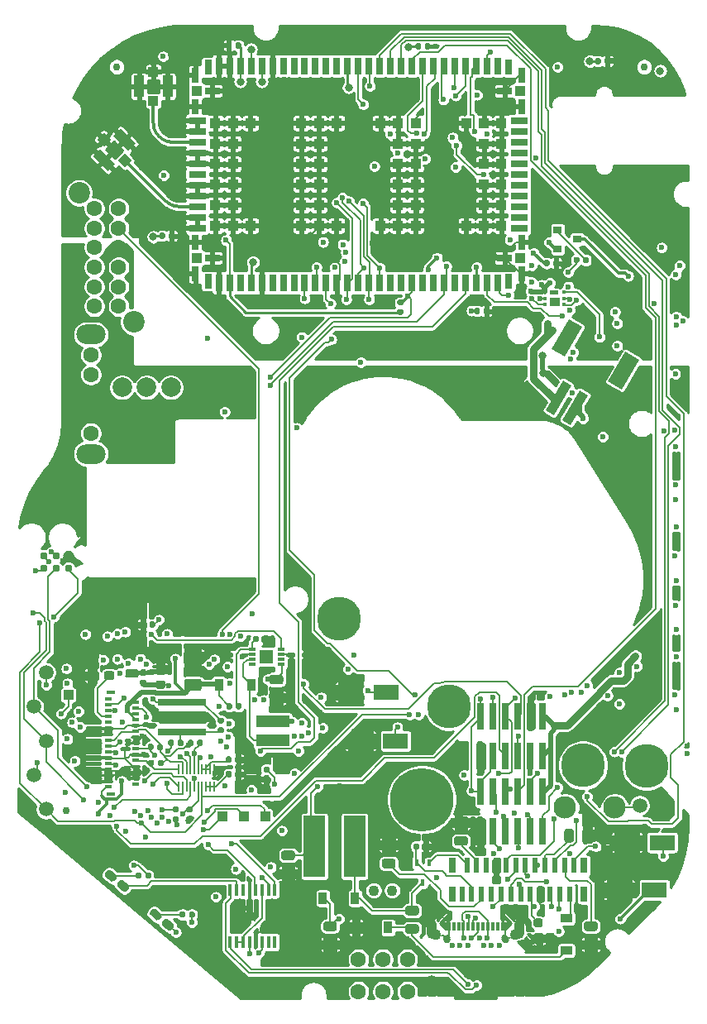
<source format=gbr>
G04 #@! TF.GenerationSoftware,KiCad,Pcbnew,5.1.6+dfsg1-1~bpo10+1*
G04 #@! TF.CreationDate,2020-12-17T18:50:31-05:00*
G04 #@! TF.ProjectId,4GRCP_Mainboard,34475243-505f-44d6-9169-6e626f617264,rev?*
G04 #@! TF.SameCoordinates,Original*
G04 #@! TF.FileFunction,Copper,L1,Top*
G04 #@! TF.FilePolarity,Positive*
%FSLAX46Y46*%
G04 Gerber Fmt 4.6, Leading zero omitted, Abs format (unit mm)*
G04 Created by KiCad (PCBNEW 5.1.6+dfsg1-1~bpo10+1) date 2020-12-17 18:50:31*
%MOMM*%
%LPD*%
G01*
G04 APERTURE LIST*
G04 #@! TA.AperFunction,EtchedComponent*
%ADD10C,0.010000*%
G04 #@! TD*
G04 #@! TA.AperFunction,EtchedComponent*
%ADD11C,0.100000*%
G04 #@! TD*
G04 #@! TA.AperFunction,SMDPad,CuDef*
%ADD12C,1.500000*%
G04 #@! TD*
G04 #@! TA.AperFunction,ComponentPad*
%ADD13O,1.000000X2.000000*%
G04 #@! TD*
G04 #@! TA.AperFunction,ComponentPad*
%ADD14C,1.100000*%
G04 #@! TD*
G04 #@! TA.AperFunction,ComponentPad*
%ADD15C,0.600000*%
G04 #@! TD*
G04 #@! TA.AperFunction,SMDPad,CuDef*
%ADD16R,0.350000X0.890000*%
G04 #@! TD*
G04 #@! TA.AperFunction,ComponentPad*
%ADD17C,4.500000*%
G04 #@! TD*
G04 #@! TA.AperFunction,SMDPad,CuDef*
%ADD18R,0.800000X1.600000*%
G04 #@! TD*
G04 #@! TA.AperFunction,SMDPad,CuDef*
%ADD19R,0.600000X1.600000*%
G04 #@! TD*
G04 #@! TA.AperFunction,SMDPad,CuDef*
%ADD20C,0.787000*%
G04 #@! TD*
G04 #@! TA.AperFunction,ComponentPad*
%ADD21C,2.300000*%
G04 #@! TD*
G04 #@! TA.AperFunction,SMDPad,CuDef*
%ADD22R,0.740000X2.790000*%
G04 #@! TD*
G04 #@! TA.AperFunction,SMDPad,CuDef*
%ADD23R,0.406400X1.270000*%
G04 #@! TD*
G04 #@! TA.AperFunction,SMDPad,CuDef*
%ADD24R,5.000000X0.700000*%
G04 #@! TD*
G04 #@! TA.AperFunction,SMDPad,CuDef*
%ADD25R,5.000000X1.000000*%
G04 #@! TD*
G04 #@! TA.AperFunction,SMDPad,CuDef*
%ADD26C,0.750000*%
G04 #@! TD*
G04 #@! TA.AperFunction,ComponentPad*
%ADD27O,3.000000X2.000000*%
G04 #@! TD*
G04 #@! TA.AperFunction,ComponentPad*
%ADD28C,1.600000*%
G04 #@! TD*
G04 #@! TA.AperFunction,SMDPad,CuDef*
%ADD29C,0.100000*%
G04 #@! TD*
G04 #@! TA.AperFunction,SMDPad,CuDef*
%ADD30R,2.600000X1.600000*%
G04 #@! TD*
G04 #@! TA.AperFunction,SMDPad,CuDef*
%ADD31R,1.000000X1.000000*%
G04 #@! TD*
G04 #@! TA.AperFunction,SMDPad,CuDef*
%ADD32R,1.050000X2.200000*%
G04 #@! TD*
G04 #@! TA.AperFunction,SMDPad,CuDef*
%ADD33R,3.400000X1.200000*%
G04 #@! TD*
G04 #@! TA.AperFunction,Conductor*
%ADD34R,0.300000X0.300000*%
G04 #@! TD*
G04 #@! TA.AperFunction,Conductor*
%ADD35R,1.000000X0.950000*%
G04 #@! TD*
G04 #@! TA.AperFunction,SMDPad,CuDef*
%ADD36R,0.450000X0.300000*%
G04 #@! TD*
G04 #@! TA.AperFunction,ComponentPad*
%ADD37C,2.200000*%
G04 #@! TD*
G04 #@! TA.AperFunction,SMDPad,CuDef*
%ADD38R,0.800000X1.500000*%
G04 #@! TD*
G04 #@! TA.AperFunction,SMDPad,CuDef*
%ADD39R,1.500000X0.800000*%
G04 #@! TD*
G04 #@! TA.AperFunction,SMDPad,CuDef*
%ADD40R,1.100000X1.100000*%
G04 #@! TD*
G04 #@! TA.AperFunction,SMDPad,CuDef*
%ADD41R,0.800000X1.800000*%
G04 #@! TD*
G04 #@! TA.AperFunction,SMDPad,CuDef*
%ADD42R,1.800000X0.800000*%
G04 #@! TD*
G04 #@! TA.AperFunction,SMDPad,CuDef*
%ADD43R,0.200000X1.000000*%
G04 #@! TD*
G04 #@! TA.AperFunction,SMDPad,CuDef*
%ADD44R,0.200000X1.100000*%
G04 #@! TD*
G04 #@! TA.AperFunction,SMDPad,CuDef*
%ADD45R,0.800000X0.300000*%
G04 #@! TD*
G04 #@! TA.AperFunction,SMDPad,CuDef*
%ADD46R,0.650000X0.300000*%
G04 #@! TD*
G04 #@! TA.AperFunction,SMDPad,CuDef*
%ADD47R,0.950000X0.400000*%
G04 #@! TD*
G04 #@! TA.AperFunction,SMDPad,CuDef*
%ADD48R,0.900000X1.200000*%
G04 #@! TD*
G04 #@! TA.AperFunction,SMDPad,CuDef*
%ADD49R,0.750000X0.300000*%
G04 #@! TD*
G04 #@! TA.AperFunction,SMDPad,CuDef*
%ADD50R,1.360000X1.460000*%
G04 #@! TD*
G04 #@! TA.AperFunction,SMDPad,CuDef*
%ADD51R,1.200000X0.900000*%
G04 #@! TD*
G04 #@! TA.AperFunction,SMDPad,CuDef*
%ADD52R,0.450000X0.700000*%
G04 #@! TD*
G04 #@! TA.AperFunction,ComponentPad*
%ADD53C,6.500000*%
G04 #@! TD*
G04 #@! TA.AperFunction,ComponentPad*
%ADD54C,2.000000*%
G04 #@! TD*
G04 #@! TA.AperFunction,Conductor*
%ADD55C,0.500000*%
G04 #@! TD*
G04 #@! TA.AperFunction,SMDPad,CuDef*
%ADD56R,0.900000X0.800000*%
G04 #@! TD*
G04 #@! TA.AperFunction,SMDPad,CuDef*
%ADD57R,2.200000X6.300000*%
G04 #@! TD*
G04 #@! TA.AperFunction,ViaPad*
%ADD58C,0.600000*%
G04 #@! TD*
G04 #@! TA.AperFunction,ViaPad*
%ADD59C,0.800000*%
G04 #@! TD*
G04 #@! TA.AperFunction,Conductor*
%ADD60C,0.200000*%
G04 #@! TD*
G04 #@! TA.AperFunction,Conductor*
%ADD61C,0.250000*%
G04 #@! TD*
G04 #@! TA.AperFunction,Conductor*
%ADD62C,0.500000*%
G04 #@! TD*
G04 #@! TA.AperFunction,Conductor*
%ADD63C,0.350000*%
G04 #@! TD*
G04 #@! TA.AperFunction,Conductor*
%ADD64C,0.750000*%
G04 #@! TD*
G04 #@! TA.AperFunction,Conductor*
%ADD65C,0.254000*%
G04 #@! TD*
G04 APERTURE END LIST*
D10*
G36*
X167830000Y-82200000D02*
G01*
X167180000Y-82200000D01*
X167177383Y-82199931D01*
X167174774Y-82199726D01*
X167172178Y-82199384D01*
X167169604Y-82198907D01*
X167167059Y-82198296D01*
X167164549Y-82197553D01*
X167162082Y-82196679D01*
X167159663Y-82195677D01*
X167157300Y-82194550D01*
X167155000Y-82193301D01*
X167152768Y-82191934D01*
X167150611Y-82190451D01*
X167148534Y-82188857D01*
X167146543Y-82187157D01*
X167144645Y-82185355D01*
X167142843Y-82183457D01*
X167141143Y-82181466D01*
X167139549Y-82179389D01*
X167138066Y-82177232D01*
X167136699Y-82175000D01*
X167135450Y-82172700D01*
X167134323Y-82170337D01*
X167133321Y-82167918D01*
X167132447Y-82165451D01*
X167131704Y-82162941D01*
X167131093Y-82160396D01*
X167130616Y-82157822D01*
X167130274Y-82155226D01*
X167130069Y-82152617D01*
X167130000Y-82150000D01*
X167130000Y-81950000D01*
X167130069Y-81947383D01*
X167130274Y-81944774D01*
X167130616Y-81942178D01*
X167131093Y-81939604D01*
X167131704Y-81937059D01*
X167132447Y-81934549D01*
X167133321Y-81932082D01*
X167134323Y-81929663D01*
X167135450Y-81927300D01*
X167136699Y-81925000D01*
X167138066Y-81922768D01*
X167139549Y-81920611D01*
X167141143Y-81918534D01*
X167142843Y-81916543D01*
X167144645Y-81914645D01*
X167146543Y-81912843D01*
X167148534Y-81911143D01*
X167150611Y-81909549D01*
X167152768Y-81908066D01*
X167155000Y-81906699D01*
X167157300Y-81905450D01*
X167159663Y-81904323D01*
X167162082Y-81903321D01*
X167164549Y-81902447D01*
X167167059Y-81901704D01*
X167169604Y-81901093D01*
X167172178Y-81900616D01*
X167174774Y-81900274D01*
X167177383Y-81900069D01*
X167180000Y-81900000D01*
X167830000Y-81900000D01*
X167832617Y-81900069D01*
X167835226Y-81900274D01*
X167837822Y-81900616D01*
X167840396Y-81901093D01*
X167842941Y-81901704D01*
X167845451Y-81902447D01*
X167847918Y-81903321D01*
X167850337Y-81904323D01*
X167852700Y-81905450D01*
X167855000Y-81906699D01*
X167857232Y-81908066D01*
X167859389Y-81909549D01*
X167861466Y-81911143D01*
X167863457Y-81912843D01*
X167865355Y-81914645D01*
X167867157Y-81916543D01*
X167868857Y-81918534D01*
X167870451Y-81920611D01*
X167871934Y-81922768D01*
X167873301Y-81925000D01*
X167874550Y-81927300D01*
X167875677Y-81929663D01*
X167876679Y-81932082D01*
X167877553Y-81934549D01*
X167878296Y-81937059D01*
X167878907Y-81939604D01*
X167879384Y-81942178D01*
X167879726Y-81944774D01*
X167879931Y-81947383D01*
X167880000Y-81950000D01*
X167880000Y-82150000D01*
X167879931Y-82152617D01*
X167879726Y-82155226D01*
X167879384Y-82157822D01*
X167878907Y-82160396D01*
X167878296Y-82162941D01*
X167877553Y-82165451D01*
X167876679Y-82167918D01*
X167875677Y-82170337D01*
X167874550Y-82172700D01*
X167873301Y-82175000D01*
X167871934Y-82177232D01*
X167870451Y-82179389D01*
X167868857Y-82181466D01*
X167867157Y-82183457D01*
X167865355Y-82185355D01*
X167863457Y-82187157D01*
X167861466Y-82188857D01*
X167859389Y-82190451D01*
X167857232Y-82191934D01*
X167855000Y-82193301D01*
X167852700Y-82194550D01*
X167850337Y-82195677D01*
X167847918Y-82196679D01*
X167845451Y-82197553D01*
X167842941Y-82198296D01*
X167840396Y-82198907D01*
X167837822Y-82199384D01*
X167835226Y-82199726D01*
X167832617Y-82199931D01*
X167830000Y-82200000D01*
G37*
X167830000Y-82200000D02*
X167180000Y-82200000D01*
X167177383Y-82199931D01*
X167174774Y-82199726D01*
X167172178Y-82199384D01*
X167169604Y-82198907D01*
X167167059Y-82198296D01*
X167164549Y-82197553D01*
X167162082Y-82196679D01*
X167159663Y-82195677D01*
X167157300Y-82194550D01*
X167155000Y-82193301D01*
X167152768Y-82191934D01*
X167150611Y-82190451D01*
X167148534Y-82188857D01*
X167146543Y-82187157D01*
X167144645Y-82185355D01*
X167142843Y-82183457D01*
X167141143Y-82181466D01*
X167139549Y-82179389D01*
X167138066Y-82177232D01*
X167136699Y-82175000D01*
X167135450Y-82172700D01*
X167134323Y-82170337D01*
X167133321Y-82167918D01*
X167132447Y-82165451D01*
X167131704Y-82162941D01*
X167131093Y-82160396D01*
X167130616Y-82157822D01*
X167130274Y-82155226D01*
X167130069Y-82152617D01*
X167130000Y-82150000D01*
X167130000Y-81950000D01*
X167130069Y-81947383D01*
X167130274Y-81944774D01*
X167130616Y-81942178D01*
X167131093Y-81939604D01*
X167131704Y-81937059D01*
X167132447Y-81934549D01*
X167133321Y-81932082D01*
X167134323Y-81929663D01*
X167135450Y-81927300D01*
X167136699Y-81925000D01*
X167138066Y-81922768D01*
X167139549Y-81920611D01*
X167141143Y-81918534D01*
X167142843Y-81916543D01*
X167144645Y-81914645D01*
X167146543Y-81912843D01*
X167148534Y-81911143D01*
X167150611Y-81909549D01*
X167152768Y-81908066D01*
X167155000Y-81906699D01*
X167157300Y-81905450D01*
X167159663Y-81904323D01*
X167162082Y-81903321D01*
X167164549Y-81902447D01*
X167167059Y-81901704D01*
X167169604Y-81901093D01*
X167172178Y-81900616D01*
X167174774Y-81900274D01*
X167177383Y-81900069D01*
X167180000Y-81900000D01*
X167830000Y-81900000D01*
X167832617Y-81900069D01*
X167835226Y-81900274D01*
X167837822Y-81900616D01*
X167840396Y-81901093D01*
X167842941Y-81901704D01*
X167845451Y-81902447D01*
X167847918Y-81903321D01*
X167850337Y-81904323D01*
X167852700Y-81905450D01*
X167855000Y-81906699D01*
X167857232Y-81908066D01*
X167859389Y-81909549D01*
X167861466Y-81911143D01*
X167863457Y-81912843D01*
X167865355Y-81914645D01*
X167867157Y-81916543D01*
X167868857Y-81918534D01*
X167870451Y-81920611D01*
X167871934Y-81922768D01*
X167873301Y-81925000D01*
X167874550Y-81927300D01*
X167875677Y-81929663D01*
X167876679Y-81932082D01*
X167877553Y-81934549D01*
X167878296Y-81937059D01*
X167878907Y-81939604D01*
X167879384Y-81942178D01*
X167879726Y-81944774D01*
X167879931Y-81947383D01*
X167880000Y-81950000D01*
X167880000Y-82150000D01*
X167879931Y-82152617D01*
X167879726Y-82155226D01*
X167879384Y-82157822D01*
X167878907Y-82160396D01*
X167878296Y-82162941D01*
X167877553Y-82165451D01*
X167876679Y-82167918D01*
X167875677Y-82170337D01*
X167874550Y-82172700D01*
X167873301Y-82175000D01*
X167871934Y-82177232D01*
X167870451Y-82179389D01*
X167868857Y-82181466D01*
X167867157Y-82183457D01*
X167865355Y-82185355D01*
X167863457Y-82187157D01*
X167861466Y-82188857D01*
X167859389Y-82190451D01*
X167857232Y-82191934D01*
X167855000Y-82193301D01*
X167852700Y-82194550D01*
X167850337Y-82195677D01*
X167847918Y-82196679D01*
X167845451Y-82197553D01*
X167842941Y-82198296D01*
X167840396Y-82198907D01*
X167837822Y-82199384D01*
X167835226Y-82199726D01*
X167832617Y-82199931D01*
X167830000Y-82200000D01*
D11*
G36*
X166100000Y-89900000D02*
G01*
X166100000Y-88900000D01*
X166600000Y-88900000D01*
X166600000Y-89900000D01*
X166100000Y-89900000D01*
G37*
D12*
X115500000Y-135000000D03*
D13*
X155000000Y-153005000D03*
X164000000Y-153005000D03*
D14*
X155450000Y-147805000D03*
D13*
X155000000Y-147255000D03*
D14*
X163550000Y-147805000D03*
D13*
X164000000Y-147255000D03*
D15*
X161900000Y-148905000D03*
X161100000Y-148905000D03*
X160300000Y-148905000D03*
X157100000Y-148905000D03*
X157900000Y-148905000D03*
X158700000Y-148905000D03*
X162550000Y-148205000D03*
X160700000Y-148205000D03*
X159900000Y-148205000D03*
X156450000Y-148205000D03*
X158300000Y-148205000D03*
X159100000Y-148205000D03*
D16*
X162250000Y-147000000D03*
X161750000Y-147000000D03*
X161250000Y-147000000D03*
X160750000Y-147000000D03*
X160250000Y-147000000D03*
X159750000Y-147000000D03*
X159250000Y-147000000D03*
X158750000Y-147000000D03*
X158250000Y-147000000D03*
X157750000Y-147000000D03*
X157250000Y-147000000D03*
X156750000Y-147000000D03*
D17*
X170500000Y-130500000D03*
X156800000Y-124450000D03*
X145500000Y-115500000D03*
G04 #@! TA.AperFunction,SMDPad,CuDef*
G36*
G01*
X151056250Y-139150000D02*
X150143750Y-139150000D01*
G75*
G02*
X149900000Y-138906250I0J243750D01*
G01*
X149900000Y-138418750D01*
G75*
G02*
X150143750Y-138175000I243750J0D01*
G01*
X151056250Y-138175000D01*
G75*
G02*
X151300000Y-138418750I0J-243750D01*
G01*
X151300000Y-138906250D01*
G75*
G02*
X151056250Y-139150000I-243750J0D01*
G01*
G37*
G04 #@! TD.AperFunction*
G04 #@! TA.AperFunction,SMDPad,CuDef*
G36*
G01*
X151056250Y-141025000D02*
X150143750Y-141025000D01*
G75*
G02*
X149900000Y-140781250I0J243750D01*
G01*
X149900000Y-140293750D01*
G75*
G02*
X150143750Y-140050000I243750J0D01*
G01*
X151056250Y-140050000D01*
G75*
G02*
X151300000Y-140293750I0J-243750D01*
G01*
X151300000Y-140781250D01*
G75*
G02*
X151056250Y-141025000I-243750J0D01*
G01*
G37*
G04 #@! TD.AperFunction*
D18*
X170600000Y-143650000D03*
X170600000Y-140750000D03*
X157100000Y-143650000D03*
X157100000Y-140750000D03*
D19*
X169600000Y-140750000D03*
X169100000Y-143650000D03*
X168600000Y-140750000D03*
X168100000Y-143650000D03*
X167600000Y-140750000D03*
X167100000Y-143650000D03*
X166600000Y-140750000D03*
X166100000Y-143650000D03*
X165600000Y-140750000D03*
X165100000Y-143650000D03*
X164600000Y-140750000D03*
X164100000Y-143650000D03*
X163600000Y-140750000D03*
X163100000Y-143650000D03*
X162600000Y-140750000D03*
X162100000Y-143650000D03*
X161600000Y-140750000D03*
X161100000Y-143650000D03*
X160600000Y-140750000D03*
X160100000Y-143650000D03*
X159600000Y-140750000D03*
X159100000Y-143650000D03*
X158600000Y-140750000D03*
X158100000Y-143650000D03*
D20*
X115270000Y-110335000D03*
X115270000Y-109065000D03*
X116540000Y-110335000D03*
X116540000Y-109065000D03*
X117810000Y-110335000D03*
X117810000Y-109065000D03*
D14*
X149050000Y-143300000D03*
X150950000Y-143300000D03*
D21*
X168670000Y-134800000D03*
X173750000Y-134800000D03*
X178830000Y-134800000D03*
D22*
X166375000Y-137235000D03*
X165105000Y-137235000D03*
X166375000Y-133165000D03*
X165105000Y-133165000D03*
X163835000Y-137235000D03*
X162565000Y-137235000D03*
X163835000Y-133165000D03*
X162565000Y-133165000D03*
X161295000Y-133165000D03*
X161295000Y-137235000D03*
X160025000Y-133165000D03*
X160025000Y-137235000D03*
X166375000Y-129535000D03*
X165105000Y-129535000D03*
X166375000Y-125465000D03*
X165105000Y-125465000D03*
X163835000Y-129535000D03*
X162565000Y-129535000D03*
X163835000Y-125465000D03*
X162565000Y-125465000D03*
X161295000Y-125465000D03*
X161295000Y-129535000D03*
X160025000Y-125465000D03*
X160025000Y-129535000D03*
G04 #@! TA.AperFunction,SMDPad,CuDef*
G36*
G01*
X127355795Y-146000923D02*
X127082609Y-146326491D01*
G75*
G02*
X126783233Y-146352683I-162784J136592D01*
G01*
X126170398Y-145838453D01*
G75*
G02*
X126144206Y-145539077I136592J162784D01*
G01*
X126417391Y-145213509D01*
G75*
G02*
X126716767Y-145187317I162784J-136592D01*
G01*
X127329602Y-145701547D01*
G75*
G02*
X127355794Y-146000923I-136592J-162784D01*
G01*
G37*
G04 #@! TD.AperFunction*
G04 #@! TA.AperFunction,SMDPad,CuDef*
G36*
G01*
X128600617Y-147045453D02*
X128327431Y-147371021D01*
G75*
G02*
X128028055Y-147397213I-162784J136592D01*
G01*
X127415220Y-146882983D01*
G75*
G02*
X127389028Y-146583607I136592J162784D01*
G01*
X127662213Y-146258039D01*
G75*
G02*
X127961589Y-146231847I162784J-136592D01*
G01*
X128574424Y-146746077D01*
G75*
G02*
X128600616Y-147045453I-136592J-162784D01*
G01*
G37*
G04 #@! TD.AperFunction*
G04 #@! TA.AperFunction,SMDPad,CuDef*
G36*
G01*
X122753384Y-142028658D02*
X122480198Y-142354226D01*
G75*
G02*
X122180822Y-142380418I-162784J136592D01*
G01*
X121567987Y-141866188D01*
G75*
G02*
X121541795Y-141566812I136592J162784D01*
G01*
X121814980Y-141241244D01*
G75*
G02*
X122114356Y-141215052I162784J-136592D01*
G01*
X122727191Y-141729282D01*
G75*
G02*
X122753383Y-142028658I-136592J-162784D01*
G01*
G37*
G04 #@! TD.AperFunction*
G04 #@! TA.AperFunction,SMDPad,CuDef*
G36*
G01*
X123998206Y-143073188D02*
X123725020Y-143398756D01*
G75*
G02*
X123425644Y-143424948I-162784J136592D01*
G01*
X122812809Y-142910718D01*
G75*
G02*
X122786617Y-142611342I136592J162784D01*
G01*
X123059802Y-142285774D01*
G75*
G02*
X123359178Y-142259582I162784J-136592D01*
G01*
X123972013Y-142773812D01*
G75*
G02*
X123998205Y-143073188I-136592J-162784D01*
G01*
G37*
G04 #@! TD.AperFunction*
D23*
X138921000Y-148567000D03*
X138286000Y-148567000D03*
X137625600Y-148567000D03*
X136965200Y-148567000D03*
X136330200Y-148567000D03*
X135669800Y-148567000D03*
X135009400Y-148567000D03*
X134374400Y-148567000D03*
X134374400Y-143233000D03*
X135009400Y-143233000D03*
X135669800Y-143233000D03*
X136330200Y-143233000D03*
X136965200Y-143233000D03*
X137625600Y-143233000D03*
X138286000Y-143233000D03*
X138921000Y-143233000D03*
D24*
X129400000Y-127050000D03*
D25*
X129400000Y-125550000D03*
D24*
X129400000Y-124050000D03*
D26*
X122750000Y-59000000D03*
X176750000Y-59000000D03*
X117600000Y-135100000D03*
D27*
X120100000Y-86400000D03*
X120100000Y-98600000D03*
D28*
X120100000Y-88500000D03*
X120100000Y-90500000D03*
X120100000Y-92500000D03*
X120100000Y-96500000D03*
G04 #@! TA.AperFunction,SMDPad,CuDef*
D29*
G36*
X173070629Y-91194969D02*
G01*
X174823229Y-88159377D01*
X176209043Y-88959477D01*
X174456443Y-91995069D01*
X173070629Y-91194969D01*
G37*
G04 #@! TD.AperFunction*
G04 #@! TA.AperFunction,SMDPad,CuDef*
G36*
X167268259Y-87844969D02*
G01*
X169020859Y-84809377D01*
X170406673Y-85609477D01*
X168654073Y-88645069D01*
X167268259Y-87844969D01*
G37*
G04 #@! TD.AperFunction*
G04 #@! TA.AperFunction,SMDPad,CuDef*
G36*
X166670733Y-94139517D02*
G01*
X168423333Y-91103925D01*
X169281217Y-91599225D01*
X167528617Y-94634817D01*
X166670733Y-94139517D01*
G37*
G04 #@! TD.AperFunction*
G04 #@! TA.AperFunction,SMDPad,CuDef*
G36*
X168402782Y-95139516D02*
G01*
X170155382Y-92103924D01*
X171013266Y-92599224D01*
X169260666Y-95634816D01*
X168402782Y-95139516D01*
G37*
G04 #@! TD.AperFunction*
G04 #@! TA.AperFunction,SMDPad,CuDef*
G36*
G01*
X137927500Y-131590000D02*
X138272500Y-131590000D01*
G75*
G02*
X138420000Y-131737500I0J-147500D01*
G01*
X138420000Y-132032500D01*
G75*
G02*
X138272500Y-132180000I-147500J0D01*
G01*
X137927500Y-132180000D01*
G75*
G02*
X137780000Y-132032500I0J147500D01*
G01*
X137780000Y-131737500D01*
G75*
G02*
X137927500Y-131590000I147500J0D01*
G01*
G37*
G04 #@! TD.AperFunction*
G04 #@! TA.AperFunction,SMDPad,CuDef*
G36*
G01*
X137927500Y-130620000D02*
X138272500Y-130620000D01*
G75*
G02*
X138420000Y-130767500I0J-147500D01*
G01*
X138420000Y-131062500D01*
G75*
G02*
X138272500Y-131210000I-147500J0D01*
G01*
X137927500Y-131210000D01*
G75*
G02*
X137780000Y-131062500I0J147500D01*
G01*
X137780000Y-130767500D01*
G75*
G02*
X137927500Y-130620000I147500J0D01*
G01*
G37*
G04 #@! TD.AperFunction*
G04 #@! TA.AperFunction,SMDPad,CuDef*
G36*
G01*
X134525000Y-56627500D02*
X134525000Y-56972500D01*
G75*
G02*
X134377500Y-57120000I-147500J0D01*
G01*
X134082500Y-57120000D01*
G75*
G02*
X133935000Y-56972500I0J147500D01*
G01*
X133935000Y-56627500D01*
G75*
G02*
X134082500Y-56480000I147500J0D01*
G01*
X134377500Y-56480000D01*
G75*
G02*
X134525000Y-56627500I0J-147500D01*
G01*
G37*
G04 #@! TD.AperFunction*
G04 #@! TA.AperFunction,SMDPad,CuDef*
G36*
G01*
X135495000Y-56627500D02*
X135495000Y-56972500D01*
G75*
G02*
X135347500Y-57120000I-147500J0D01*
G01*
X135052500Y-57120000D01*
G75*
G02*
X134905000Y-56972500I0J147500D01*
G01*
X134905000Y-56627500D01*
G75*
G02*
X135052500Y-56480000I147500J0D01*
G01*
X135347500Y-56480000D01*
G75*
G02*
X135495000Y-56627500I0J-147500D01*
G01*
G37*
G04 #@! TD.AperFunction*
G04 #@! TA.AperFunction,SMDPad,CuDef*
G36*
G01*
X153320000Y-57072500D02*
X153320000Y-56727500D01*
G75*
G02*
X153467500Y-56580000I147500J0D01*
G01*
X153762500Y-56580000D01*
G75*
G02*
X153910000Y-56727500I0J-147500D01*
G01*
X153910000Y-57072500D01*
G75*
G02*
X153762500Y-57220000I-147500J0D01*
G01*
X153467500Y-57220000D01*
G75*
G02*
X153320000Y-57072500I0J147500D01*
G01*
G37*
G04 #@! TD.AperFunction*
G04 #@! TA.AperFunction,SMDPad,CuDef*
G36*
G01*
X154290000Y-57072500D02*
X154290000Y-56727500D01*
G75*
G02*
X154437500Y-56580000I147500J0D01*
G01*
X154732500Y-56580000D01*
G75*
G02*
X154880000Y-56727500I0J-147500D01*
G01*
X154880000Y-57072500D01*
G75*
G02*
X154732500Y-57220000I-147500J0D01*
G01*
X154437500Y-57220000D01*
G75*
G02*
X154290000Y-57072500I0J147500D01*
G01*
G37*
G04 #@! TD.AperFunction*
G04 #@! TA.AperFunction,SMDPad,CuDef*
G36*
G01*
X172705000Y-58572500D02*
X172705000Y-58227500D01*
G75*
G02*
X172852500Y-58080000I147500J0D01*
G01*
X173147500Y-58080000D01*
G75*
G02*
X173295000Y-58227500I0J-147500D01*
G01*
X173295000Y-58572500D01*
G75*
G02*
X173147500Y-58720000I-147500J0D01*
G01*
X172852500Y-58720000D01*
G75*
G02*
X172705000Y-58572500I0J147500D01*
G01*
G37*
G04 #@! TD.AperFunction*
G04 #@! TA.AperFunction,SMDPad,CuDef*
G36*
G01*
X171735000Y-58572500D02*
X171735000Y-58227500D01*
G75*
G02*
X171882500Y-58080000I147500J0D01*
G01*
X172177500Y-58080000D01*
G75*
G02*
X172325000Y-58227500I0J-147500D01*
G01*
X172325000Y-58572500D01*
G75*
G02*
X172177500Y-58720000I-147500J0D01*
G01*
X171882500Y-58720000D01*
G75*
G02*
X171735000Y-58572500I0J147500D01*
G01*
G37*
G04 #@! TD.AperFunction*
G04 #@! TA.AperFunction,SMDPad,CuDef*
G36*
G01*
X166480000Y-79272500D02*
X166480000Y-78927500D01*
G75*
G02*
X166627500Y-78780000I147500J0D01*
G01*
X166922500Y-78780000D01*
G75*
G02*
X167070000Y-78927500I0J-147500D01*
G01*
X167070000Y-79272500D01*
G75*
G02*
X166922500Y-79420000I-147500J0D01*
G01*
X166627500Y-79420000D01*
G75*
G02*
X166480000Y-79272500I0J147500D01*
G01*
G37*
G04 #@! TD.AperFunction*
G04 #@! TA.AperFunction,SMDPad,CuDef*
G36*
G01*
X167450000Y-79272500D02*
X167450000Y-78927500D01*
G75*
G02*
X167597500Y-78780000I147500J0D01*
G01*
X167892500Y-78780000D01*
G75*
G02*
X168040000Y-78927500I0J-147500D01*
G01*
X168040000Y-79272500D01*
G75*
G02*
X167892500Y-79420000I-147500J0D01*
G01*
X167597500Y-79420000D01*
G75*
G02*
X167450000Y-79272500I0J147500D01*
G01*
G37*
G04 #@! TD.AperFunction*
G04 #@! TA.AperFunction,SMDPad,CuDef*
G36*
G01*
X160315000Y-84172500D02*
X160315000Y-83827500D01*
G75*
G02*
X160462500Y-83680000I147500J0D01*
G01*
X160757500Y-83680000D01*
G75*
G02*
X160905000Y-83827500I0J-147500D01*
G01*
X160905000Y-84172500D01*
G75*
G02*
X160757500Y-84320000I-147500J0D01*
G01*
X160462500Y-84320000D01*
G75*
G02*
X160315000Y-84172500I0J147500D01*
G01*
G37*
G04 #@! TD.AperFunction*
G04 #@! TA.AperFunction,SMDPad,CuDef*
G36*
G01*
X159345000Y-84172500D02*
X159345000Y-83827500D01*
G75*
G02*
X159492500Y-83680000I147500J0D01*
G01*
X159787500Y-83680000D01*
G75*
G02*
X159935000Y-83827500I0J-147500D01*
G01*
X159935000Y-84172500D01*
G75*
G02*
X159787500Y-84320000I-147500J0D01*
G01*
X159492500Y-84320000D01*
G75*
G02*
X159345000Y-84172500I0J147500D01*
G01*
G37*
G04 #@! TD.AperFunction*
G04 #@! TA.AperFunction,SMDPad,CuDef*
G36*
G01*
X127120000Y-76472500D02*
X127120000Y-76127500D01*
G75*
G02*
X127267500Y-75980000I147500J0D01*
G01*
X127562500Y-75980000D01*
G75*
G02*
X127710000Y-76127500I0J-147500D01*
G01*
X127710000Y-76472500D01*
G75*
G02*
X127562500Y-76620000I-147500J0D01*
G01*
X127267500Y-76620000D01*
G75*
G02*
X127120000Y-76472500I0J147500D01*
G01*
G37*
G04 #@! TD.AperFunction*
G04 #@! TA.AperFunction,SMDPad,CuDef*
G36*
G01*
X128090000Y-76472500D02*
X128090000Y-76127500D01*
G75*
G02*
X128237500Y-75980000I147500J0D01*
G01*
X128532500Y-75980000D01*
G75*
G02*
X128680000Y-76127500I0J-147500D01*
G01*
X128680000Y-76472500D01*
G75*
G02*
X128532500Y-76620000I-147500J0D01*
G01*
X128237500Y-76620000D01*
G75*
G02*
X128090000Y-76472500I0J147500D01*
G01*
G37*
G04 #@! TD.AperFunction*
G04 #@! TA.AperFunction,SMDPad,CuDef*
G36*
G01*
X125710000Y-115927500D02*
X125710000Y-116272500D01*
G75*
G02*
X125562500Y-116420000I-147500J0D01*
G01*
X125267500Y-116420000D01*
G75*
G02*
X125120000Y-116272500I0J147500D01*
G01*
X125120000Y-115927500D01*
G75*
G02*
X125267500Y-115780000I147500J0D01*
G01*
X125562500Y-115780000D01*
G75*
G02*
X125710000Y-115927500I0J-147500D01*
G01*
G37*
G04 #@! TD.AperFunction*
G04 #@! TA.AperFunction,SMDPad,CuDef*
G36*
G01*
X126680000Y-115927500D02*
X126680000Y-116272500D01*
G75*
G02*
X126532500Y-116420000I-147500J0D01*
G01*
X126237500Y-116420000D01*
G75*
G02*
X126090000Y-116272500I0J147500D01*
G01*
X126090000Y-115927500D01*
G75*
G02*
X126237500Y-115780000I147500J0D01*
G01*
X126532500Y-115780000D01*
G75*
G02*
X126680000Y-115927500I0J-147500D01*
G01*
G37*
G04 #@! TD.AperFunction*
G04 #@! TA.AperFunction,SMDPad,CuDef*
G36*
G01*
X125622500Y-122330000D02*
X125277500Y-122330000D01*
G75*
G02*
X125130000Y-122182500I0J147500D01*
G01*
X125130000Y-121887500D01*
G75*
G02*
X125277500Y-121740000I147500J0D01*
G01*
X125622500Y-121740000D01*
G75*
G02*
X125770000Y-121887500I0J-147500D01*
G01*
X125770000Y-122182500D01*
G75*
G02*
X125622500Y-122330000I-147500J0D01*
G01*
G37*
G04 #@! TD.AperFunction*
G04 #@! TA.AperFunction,SMDPad,CuDef*
G36*
G01*
X125622500Y-121360000D02*
X125277500Y-121360000D01*
G75*
G02*
X125130000Y-121212500I0J147500D01*
G01*
X125130000Y-120917500D01*
G75*
G02*
X125277500Y-120770000I147500J0D01*
G01*
X125622500Y-120770000D01*
G75*
G02*
X125770000Y-120917500I0J-147500D01*
G01*
X125770000Y-121212500D01*
G75*
G02*
X125622500Y-121360000I-147500J0D01*
G01*
G37*
G04 #@! TD.AperFunction*
G04 #@! TA.AperFunction,SMDPad,CuDef*
G36*
G01*
X165643750Y-146175000D02*
X166156250Y-146175000D01*
G75*
G02*
X166375000Y-146393750I0J-218750D01*
G01*
X166375000Y-146831250D01*
G75*
G02*
X166156250Y-147050000I-218750J0D01*
G01*
X165643750Y-147050000D01*
G75*
G02*
X165425000Y-146831250I0J218750D01*
G01*
X165425000Y-146393750D01*
G75*
G02*
X165643750Y-146175000I218750J0D01*
G01*
G37*
G04 #@! TD.AperFunction*
G04 #@! TA.AperFunction,SMDPad,CuDef*
G36*
G01*
X165643750Y-147750000D02*
X166156250Y-147750000D01*
G75*
G02*
X166375000Y-147968750I0J-218750D01*
G01*
X166375000Y-148406250D01*
G75*
G02*
X166156250Y-148625000I-218750J0D01*
G01*
X165643750Y-148625000D01*
G75*
G02*
X165425000Y-148406250I0J218750D01*
G01*
X165425000Y-147968750D01*
G75*
G02*
X165643750Y-147750000I218750J0D01*
G01*
G37*
G04 #@! TD.AperFunction*
G04 #@! TA.AperFunction,SMDPad,CuDef*
G36*
G01*
X127506250Y-122675000D02*
X126993750Y-122675000D01*
G75*
G02*
X126775000Y-122456250I0J218750D01*
G01*
X126775000Y-122018750D01*
G75*
G02*
X126993750Y-121800000I218750J0D01*
G01*
X127506250Y-121800000D01*
G75*
G02*
X127725000Y-122018750I0J-218750D01*
G01*
X127725000Y-122456250D01*
G75*
G02*
X127506250Y-122675000I-218750J0D01*
G01*
G37*
G04 #@! TD.AperFunction*
G04 #@! TA.AperFunction,SMDPad,CuDef*
G36*
G01*
X127506250Y-121100000D02*
X126993750Y-121100000D01*
G75*
G02*
X126775000Y-120881250I0J218750D01*
G01*
X126775000Y-120443750D01*
G75*
G02*
X126993750Y-120225000I218750J0D01*
G01*
X127506250Y-120225000D01*
G75*
G02*
X127725000Y-120443750I0J-218750D01*
G01*
X127725000Y-120881250D01*
G75*
G02*
X127506250Y-121100000I-218750J0D01*
G01*
G37*
G04 #@! TD.AperFunction*
D30*
X177800000Y-143250000D03*
X174200000Y-143250000D03*
X146700000Y-123000000D03*
X150300000Y-123000000D03*
X147700000Y-128000000D03*
X151300000Y-128000000D03*
X175000000Y-138400000D03*
X178600000Y-138400000D03*
G04 #@! TA.AperFunction,SMDPad,CuDef*
D29*
G36*
X121863603Y-69692032D02*
G01*
X120307968Y-68136397D01*
X121050431Y-67393934D01*
X122606066Y-68949569D01*
X121863603Y-69692032D01*
G37*
G04 #@! TD.AperFunction*
G04 #@! TA.AperFunction,SMDPad,CuDef*
G36*
X123949569Y-67606066D02*
G01*
X122393934Y-66050431D01*
X123136397Y-65307968D01*
X124692032Y-66863603D01*
X123949569Y-67606066D01*
G37*
G04 #@! TD.AperFunction*
G04 #@! TA.AperFunction,SMDPad,CuDef*
G36*
X121439340Y-67146447D02*
G01*
X120732233Y-66439340D01*
X121439340Y-65732233D01*
X122146447Y-66439340D01*
X121439340Y-67146447D01*
G37*
G04 #@! TD.AperFunction*
G04 #@! TA.AperFunction,SMDPad,CuDef*
G36*
X123560660Y-69267767D02*
G01*
X122853553Y-68560660D01*
X123560660Y-67853553D01*
X124267767Y-68560660D01*
X123560660Y-69267767D01*
G37*
G04 #@! TD.AperFunction*
D31*
X126500000Y-62500000D03*
X126500000Y-59500000D03*
D32*
X127975000Y-61000000D03*
X125025000Y-61000000D03*
D33*
X138700000Y-125950000D03*
X138700000Y-127950000D03*
D34*
X167505000Y-82050000D03*
D35*
X167600000Y-83025000D03*
D36*
X166625000Y-83350000D03*
X166625000Y-82700000D03*
X166625000Y-82050000D03*
X168575000Y-82050000D03*
X168575000Y-82700000D03*
X168575000Y-83350000D03*
G04 #@! TA.AperFunction,SMDPad,CuDef*
G36*
G01*
X133572500Y-126210000D02*
X133227500Y-126210000D01*
G75*
G02*
X133080000Y-126062500I0J147500D01*
G01*
X133080000Y-125767500D01*
G75*
G02*
X133227500Y-125620000I147500J0D01*
G01*
X133572500Y-125620000D01*
G75*
G02*
X133720000Y-125767500I0J-147500D01*
G01*
X133720000Y-126062500D01*
G75*
G02*
X133572500Y-126210000I-147500J0D01*
G01*
G37*
G04 #@! TD.AperFunction*
G04 #@! TA.AperFunction,SMDPad,CuDef*
G36*
G01*
X133572500Y-127180000D02*
X133227500Y-127180000D01*
G75*
G02*
X133080000Y-127032500I0J147500D01*
G01*
X133080000Y-126737500D01*
G75*
G02*
X133227500Y-126590000I147500J0D01*
G01*
X133572500Y-126590000D01*
G75*
G02*
X133720000Y-126737500I0J-147500D01*
G01*
X133720000Y-127032500D01*
G75*
G02*
X133572500Y-127180000I-147500J0D01*
G01*
G37*
G04 #@! TD.AperFunction*
G04 #@! TA.AperFunction,SMDPad,CuDef*
G36*
G01*
X129580000Y-128027500D02*
X129580000Y-128372500D01*
G75*
G02*
X129432500Y-128520000I-147500J0D01*
G01*
X129137500Y-128520000D01*
G75*
G02*
X128990000Y-128372500I0J147500D01*
G01*
X128990000Y-128027500D01*
G75*
G02*
X129137500Y-127880000I147500J0D01*
G01*
X129432500Y-127880000D01*
G75*
G02*
X129580000Y-128027500I0J-147500D01*
G01*
G37*
G04 #@! TD.AperFunction*
G04 #@! TA.AperFunction,SMDPad,CuDef*
G36*
G01*
X128610000Y-128027500D02*
X128610000Y-128372500D01*
G75*
G02*
X128462500Y-128520000I-147500J0D01*
G01*
X128167500Y-128520000D01*
G75*
G02*
X128020000Y-128372500I0J147500D01*
G01*
X128020000Y-128027500D01*
G75*
G02*
X128167500Y-127880000I147500J0D01*
G01*
X128462500Y-127880000D01*
G75*
G02*
X128610000Y-128027500I0J-147500D01*
G01*
G37*
G04 #@! TD.AperFunction*
G04 #@! TA.AperFunction,SMDPad,CuDef*
G36*
G01*
X129770000Y-145597500D02*
X129770000Y-145942500D01*
G75*
G02*
X129622500Y-146090000I-147500J0D01*
G01*
X129327500Y-146090000D01*
G75*
G02*
X129180000Y-145942500I0J147500D01*
G01*
X129180000Y-145597500D01*
G75*
G02*
X129327500Y-145450000I147500J0D01*
G01*
X129622500Y-145450000D01*
G75*
G02*
X129770000Y-145597500I0J-147500D01*
G01*
G37*
G04 #@! TD.AperFunction*
G04 #@! TA.AperFunction,SMDPad,CuDef*
G36*
G01*
X130740000Y-145597500D02*
X130740000Y-145942500D01*
G75*
G02*
X130592500Y-146090000I-147500J0D01*
G01*
X130297500Y-146090000D01*
G75*
G02*
X130150000Y-145942500I0J147500D01*
G01*
X130150000Y-145597500D01*
G75*
G02*
X130297500Y-145450000I147500J0D01*
G01*
X130592500Y-145450000D01*
G75*
G02*
X130740000Y-145597500I0J-147500D01*
G01*
G37*
G04 #@! TD.AperFunction*
G04 #@! TA.AperFunction,SMDPad,CuDef*
G36*
G01*
X125300000Y-141597500D02*
X125300000Y-141942500D01*
G75*
G02*
X125152500Y-142090000I-147500J0D01*
G01*
X124857500Y-142090000D01*
G75*
G02*
X124710000Y-141942500I0J147500D01*
G01*
X124710000Y-141597500D01*
G75*
G02*
X124857500Y-141450000I147500J0D01*
G01*
X125152500Y-141450000D01*
G75*
G02*
X125300000Y-141597500I0J-147500D01*
G01*
G37*
G04 #@! TD.AperFunction*
G04 #@! TA.AperFunction,SMDPad,CuDef*
G36*
G01*
X126270000Y-141597500D02*
X126270000Y-141942500D01*
G75*
G02*
X126122500Y-142090000I-147500J0D01*
G01*
X125827500Y-142090000D01*
G75*
G02*
X125680000Y-141942500I0J147500D01*
G01*
X125680000Y-141597500D01*
G75*
G02*
X125827500Y-141450000I147500J0D01*
G01*
X126122500Y-141450000D01*
G75*
G02*
X126270000Y-141597500I0J-147500D01*
G01*
G37*
G04 #@! TD.AperFunction*
G04 #@! TA.AperFunction,SMDPad,CuDef*
G36*
G01*
X134940000Y-124622500D02*
X134940000Y-124277500D01*
G75*
G02*
X135087500Y-124130000I147500J0D01*
G01*
X135382500Y-124130000D01*
G75*
G02*
X135530000Y-124277500I0J-147500D01*
G01*
X135530000Y-124622500D01*
G75*
G02*
X135382500Y-124770000I-147500J0D01*
G01*
X135087500Y-124770000D01*
G75*
G02*
X134940000Y-124622500I0J147500D01*
G01*
G37*
G04 #@! TD.AperFunction*
G04 #@! TA.AperFunction,SMDPad,CuDef*
G36*
G01*
X133970000Y-124622500D02*
X133970000Y-124277500D01*
G75*
G02*
X134117500Y-124130000I147500J0D01*
G01*
X134412500Y-124130000D01*
G75*
G02*
X134560000Y-124277500I0J-147500D01*
G01*
X134560000Y-124622500D01*
G75*
G02*
X134412500Y-124770000I-147500J0D01*
G01*
X134117500Y-124770000D01*
G75*
G02*
X133970000Y-124622500I0J147500D01*
G01*
G37*
G04 #@! TD.AperFunction*
G04 #@! TA.AperFunction,SMDPad,CuDef*
G36*
G01*
X136695000Y-117722500D02*
X136695000Y-117377500D01*
G75*
G02*
X136842500Y-117230000I147500J0D01*
G01*
X137137500Y-117230000D01*
G75*
G02*
X137285000Y-117377500I0J-147500D01*
G01*
X137285000Y-117722500D01*
G75*
G02*
X137137500Y-117870000I-147500J0D01*
G01*
X136842500Y-117870000D01*
G75*
G02*
X136695000Y-117722500I0J147500D01*
G01*
G37*
G04 #@! TD.AperFunction*
G04 #@! TA.AperFunction,SMDPad,CuDef*
G36*
G01*
X137665000Y-117722500D02*
X137665000Y-117377500D01*
G75*
G02*
X137812500Y-117230000I147500J0D01*
G01*
X138107500Y-117230000D01*
G75*
G02*
X138255000Y-117377500I0J-147500D01*
G01*
X138255000Y-117722500D01*
G75*
G02*
X138107500Y-117870000I-147500J0D01*
G01*
X137812500Y-117870000D01*
G75*
G02*
X137665000Y-117722500I0J147500D01*
G01*
G37*
G04 #@! TD.AperFunction*
G04 #@! TA.AperFunction,SMDPad,CuDef*
G36*
G01*
X151972500Y-83410000D02*
X151627500Y-83410000D01*
G75*
G02*
X151480000Y-83262500I0J147500D01*
G01*
X151480000Y-82967500D01*
G75*
G02*
X151627500Y-82820000I147500J0D01*
G01*
X151972500Y-82820000D01*
G75*
G02*
X152120000Y-82967500I0J-147500D01*
G01*
X152120000Y-83262500D01*
G75*
G02*
X151972500Y-83410000I-147500J0D01*
G01*
G37*
G04 #@! TD.AperFunction*
G04 #@! TA.AperFunction,SMDPad,CuDef*
G36*
G01*
X151972500Y-84380000D02*
X151627500Y-84380000D01*
G75*
G02*
X151480000Y-84232500I0J147500D01*
G01*
X151480000Y-83937500D01*
G75*
G02*
X151627500Y-83790000I147500J0D01*
G01*
X151972500Y-83790000D01*
G75*
G02*
X152120000Y-83937500I0J-147500D01*
G01*
X152120000Y-84232500D01*
G75*
G02*
X151972500Y-84380000I-147500J0D01*
G01*
G37*
G04 #@! TD.AperFunction*
G04 #@! TA.AperFunction,SMDPad,CuDef*
G36*
G01*
X134890000Y-131572500D02*
X134890000Y-131227500D01*
G75*
G02*
X135037500Y-131080000I147500J0D01*
G01*
X135332500Y-131080000D01*
G75*
G02*
X135480000Y-131227500I0J-147500D01*
G01*
X135480000Y-131572500D01*
G75*
G02*
X135332500Y-131720000I-147500J0D01*
G01*
X135037500Y-131720000D01*
G75*
G02*
X134890000Y-131572500I0J147500D01*
G01*
G37*
G04 #@! TD.AperFunction*
G04 #@! TA.AperFunction,SMDPad,CuDef*
G36*
G01*
X133920000Y-131572500D02*
X133920000Y-131227500D01*
G75*
G02*
X134067500Y-131080000I147500J0D01*
G01*
X134362500Y-131080000D01*
G75*
G02*
X134510000Y-131227500I0J-147500D01*
G01*
X134510000Y-131572500D01*
G75*
G02*
X134362500Y-131720000I-147500J0D01*
G01*
X134067500Y-131720000D01*
G75*
G02*
X133920000Y-131572500I0J147500D01*
G01*
G37*
G04 #@! TD.AperFunction*
G04 #@! TA.AperFunction,SMDPad,CuDef*
G36*
G01*
X133920000Y-130072500D02*
X133920000Y-129727500D01*
G75*
G02*
X134067500Y-129580000I147500J0D01*
G01*
X134362500Y-129580000D01*
G75*
G02*
X134510000Y-129727500I0J-147500D01*
G01*
X134510000Y-130072500D01*
G75*
G02*
X134362500Y-130220000I-147500J0D01*
G01*
X134067500Y-130220000D01*
G75*
G02*
X133920000Y-130072500I0J147500D01*
G01*
G37*
G04 #@! TD.AperFunction*
G04 #@! TA.AperFunction,SMDPad,CuDef*
G36*
G01*
X134890000Y-130072500D02*
X134890000Y-129727500D01*
G75*
G02*
X135037500Y-129580000I147500J0D01*
G01*
X135332500Y-129580000D01*
G75*
G02*
X135480000Y-129727500I0J-147500D01*
G01*
X135480000Y-130072500D01*
G75*
G02*
X135332500Y-130220000I-147500J0D01*
G01*
X135037500Y-130220000D01*
G75*
G02*
X134890000Y-130072500I0J147500D01*
G01*
G37*
G04 #@! TD.AperFunction*
G04 #@! TA.AperFunction,SMDPad,CuDef*
G36*
G01*
X126585000Y-130077500D02*
X126585000Y-130422500D01*
G75*
G02*
X126437500Y-130570000I-147500J0D01*
G01*
X126142500Y-130570000D01*
G75*
G02*
X125995000Y-130422500I0J147500D01*
G01*
X125995000Y-130077500D01*
G75*
G02*
X126142500Y-129930000I147500J0D01*
G01*
X126437500Y-129930000D01*
G75*
G02*
X126585000Y-130077500I0J-147500D01*
G01*
G37*
G04 #@! TD.AperFunction*
G04 #@! TA.AperFunction,SMDPad,CuDef*
G36*
G01*
X127555000Y-130077500D02*
X127555000Y-130422500D01*
G75*
G02*
X127407500Y-130570000I-147500J0D01*
G01*
X127112500Y-130570000D01*
G75*
G02*
X126965000Y-130422500I0J147500D01*
G01*
X126965000Y-130077500D01*
G75*
G02*
X127112500Y-129930000I147500J0D01*
G01*
X127407500Y-129930000D01*
G75*
G02*
X127555000Y-130077500I0J-147500D01*
G01*
G37*
G04 #@! TD.AperFunction*
G04 #@! TA.AperFunction,SMDPad,CuDef*
G36*
G01*
X128972500Y-136280000D02*
X128627500Y-136280000D01*
G75*
G02*
X128480000Y-136132500I0J147500D01*
G01*
X128480000Y-135837500D01*
G75*
G02*
X128627500Y-135690000I147500J0D01*
G01*
X128972500Y-135690000D01*
G75*
G02*
X129120000Y-135837500I0J-147500D01*
G01*
X129120000Y-136132500D01*
G75*
G02*
X128972500Y-136280000I-147500J0D01*
G01*
G37*
G04 #@! TD.AperFunction*
G04 #@! TA.AperFunction,SMDPad,CuDef*
G36*
G01*
X128972500Y-135310000D02*
X128627500Y-135310000D01*
G75*
G02*
X128480000Y-135162500I0J147500D01*
G01*
X128480000Y-134867500D01*
G75*
G02*
X128627500Y-134720000I147500J0D01*
G01*
X128972500Y-134720000D01*
G75*
G02*
X129120000Y-134867500I0J-147500D01*
G01*
X129120000Y-135162500D01*
G75*
G02*
X128972500Y-135310000I-147500J0D01*
G01*
G37*
G04 #@! TD.AperFunction*
G04 #@! TA.AperFunction,SMDPad,CuDef*
G36*
G01*
X126510000Y-128452500D02*
X126510000Y-128797500D01*
G75*
G02*
X126362500Y-128945000I-147500J0D01*
G01*
X126067500Y-128945000D01*
G75*
G02*
X125920000Y-128797500I0J147500D01*
G01*
X125920000Y-128452500D01*
G75*
G02*
X126067500Y-128305000I147500J0D01*
G01*
X126362500Y-128305000D01*
G75*
G02*
X126510000Y-128452500I0J-147500D01*
G01*
G37*
G04 #@! TD.AperFunction*
G04 #@! TA.AperFunction,SMDPad,CuDef*
G36*
G01*
X127480000Y-128452500D02*
X127480000Y-128797500D01*
G75*
G02*
X127332500Y-128945000I-147500J0D01*
G01*
X127037500Y-128945000D01*
G75*
G02*
X126890000Y-128797500I0J147500D01*
G01*
X126890000Y-128452500D01*
G75*
G02*
X127037500Y-128305000I147500J0D01*
G01*
X127332500Y-128305000D01*
G75*
G02*
X127480000Y-128452500I0J-147500D01*
G01*
G37*
G04 #@! TD.AperFunction*
G04 #@! TA.AperFunction,SMDPad,CuDef*
G36*
G01*
X130990000Y-128372500D02*
X130990000Y-128027500D01*
G75*
G02*
X131137500Y-127880000I147500J0D01*
G01*
X131432500Y-127880000D01*
G75*
G02*
X131580000Y-128027500I0J-147500D01*
G01*
X131580000Y-128372500D01*
G75*
G02*
X131432500Y-128520000I-147500J0D01*
G01*
X131137500Y-128520000D01*
G75*
G02*
X130990000Y-128372500I0J147500D01*
G01*
G37*
G04 #@! TD.AperFunction*
G04 #@! TA.AperFunction,SMDPad,CuDef*
G36*
G01*
X130020000Y-128372500D02*
X130020000Y-128027500D01*
G75*
G02*
X130167500Y-127880000I147500J0D01*
G01*
X130462500Y-127880000D01*
G75*
G02*
X130610000Y-128027500I0J-147500D01*
G01*
X130610000Y-128372500D01*
G75*
G02*
X130462500Y-128520000I-147500J0D01*
G01*
X130167500Y-128520000D01*
G75*
G02*
X130020000Y-128372500I0J147500D01*
G01*
G37*
G04 #@! TD.AperFunction*
G04 #@! TA.AperFunction,SMDPad,CuDef*
G36*
G01*
X120750000Y-121062500D02*
X120750000Y-121537500D01*
G75*
G02*
X120512500Y-121775000I-237500J0D01*
G01*
X119937500Y-121775000D01*
G75*
G02*
X119700000Y-121537500I0J237500D01*
G01*
X119700000Y-121062500D01*
G75*
G02*
X119937500Y-120825000I237500J0D01*
G01*
X120512500Y-120825000D01*
G75*
G02*
X120750000Y-121062500I0J-237500D01*
G01*
G37*
G04 #@! TD.AperFunction*
G04 #@! TA.AperFunction,SMDPad,CuDef*
G36*
G01*
X122500000Y-121062500D02*
X122500000Y-121537500D01*
G75*
G02*
X122262500Y-121775000I-237500J0D01*
G01*
X121687500Y-121775000D01*
G75*
G02*
X121450000Y-121537500I0J237500D01*
G01*
X121450000Y-121062500D01*
G75*
G02*
X121687500Y-120825000I237500J0D01*
G01*
X122262500Y-120825000D01*
G75*
G02*
X122500000Y-121062500I0J-237500D01*
G01*
G37*
G04 #@! TD.AperFunction*
D28*
X120450000Y-73500000D03*
X120450000Y-75500000D03*
X120450000Y-77500000D03*
X120450000Y-79500000D03*
X120450000Y-81500000D03*
X120450000Y-83500000D03*
X122950000Y-73500000D03*
X122950000Y-75500000D03*
X122950000Y-77500000D03*
X122950000Y-79500000D03*
X122950000Y-81500000D03*
X122950000Y-83500000D03*
D37*
X118900000Y-71900000D03*
X124500000Y-85100000D03*
D38*
X130800000Y-80150000D03*
D39*
X132550000Y-78550000D03*
D40*
X130950000Y-78550000D03*
D38*
X130800000Y-76950000D03*
X162900000Y-80950000D03*
D41*
X161800000Y-81100000D03*
X160700000Y-81100000D03*
X159600000Y-81100000D03*
X158500000Y-81100000D03*
X157400000Y-81100000D03*
X156300000Y-81100000D03*
X155200000Y-81100000D03*
X154100000Y-81100000D03*
X153000000Y-81100000D03*
X151900000Y-81100000D03*
X150800000Y-81100000D03*
X149700000Y-81100000D03*
X148600000Y-81100000D03*
X147500000Y-81100000D03*
X146400000Y-81100000D03*
X145300000Y-81100000D03*
X144200000Y-81100000D03*
X143100000Y-81100000D03*
X142000000Y-81100000D03*
X140900000Y-81100000D03*
X139800000Y-81100000D03*
X138700000Y-81100000D03*
X137600000Y-81100000D03*
X136500000Y-81100000D03*
X135400000Y-81100000D03*
X134300000Y-81100000D03*
X133200000Y-81100000D03*
D38*
X132100000Y-80950000D03*
D39*
X162450000Y-78550000D03*
D38*
X164200000Y-76950000D03*
X164200000Y-80150000D03*
D40*
X164050000Y-78550000D03*
D41*
X143100000Y-58900000D03*
D38*
X162900000Y-59050000D03*
D41*
X159600000Y-58900000D03*
X154100000Y-58900000D03*
X144200000Y-58900000D03*
X136500000Y-58900000D03*
X133200000Y-58900000D03*
X137600000Y-58900000D03*
X146400000Y-58900000D03*
X158500000Y-58900000D03*
X149700000Y-58900000D03*
D39*
X162450000Y-61450000D03*
D38*
X132100000Y-59050000D03*
D41*
X139800000Y-58900000D03*
D38*
X164200000Y-63050000D03*
D40*
X130950000Y-61450000D03*
D38*
X130800000Y-63050000D03*
D39*
X132550000Y-61450000D03*
D41*
X156300000Y-58900000D03*
X135400000Y-58900000D03*
X147500000Y-58900000D03*
X161800000Y-58900000D03*
X148600000Y-58900000D03*
D38*
X130800000Y-59850000D03*
D40*
X164050000Y-61450000D03*
D41*
X151900000Y-58900000D03*
X157400000Y-58900000D03*
X153000000Y-58900000D03*
X142000000Y-58900000D03*
X145300000Y-58900000D03*
X134300000Y-58900000D03*
X140900000Y-58900000D03*
X160700000Y-58900000D03*
X138700000Y-58900000D03*
X150800000Y-58900000D03*
X155200000Y-58900000D03*
D38*
X164200000Y-59850000D03*
D42*
X164000000Y-68900000D03*
X164000000Y-74400000D03*
X164000000Y-75500000D03*
X164000000Y-70000000D03*
X164000000Y-65600000D03*
X164000000Y-73300000D03*
X164000000Y-67800000D03*
X164000000Y-72200000D03*
X164000000Y-66700000D03*
X164000000Y-71100000D03*
X164000000Y-64500000D03*
X131000000Y-68900000D03*
X131000000Y-74400000D03*
X131000000Y-75500000D03*
X131000000Y-70000000D03*
X131000000Y-65600000D03*
X131000000Y-73300000D03*
X131000000Y-67800000D03*
X131000000Y-72200000D03*
X131000000Y-66700000D03*
X131000000Y-71100000D03*
X131000000Y-64500000D03*
D40*
X132850000Y-64750000D03*
X132850000Y-66850000D03*
X132850000Y-68950000D03*
X134650000Y-68950000D03*
X134650000Y-64750000D03*
X134650000Y-66850000D03*
X136450000Y-64750000D03*
X134650000Y-75250000D03*
X132850000Y-71050000D03*
X132850000Y-75250000D03*
X134650000Y-71050000D03*
X134650000Y-73150000D03*
X132850000Y-73150000D03*
X136450000Y-75250000D03*
X141650000Y-71050000D03*
X141650000Y-66850000D03*
X143450000Y-66850000D03*
X143450000Y-73150000D03*
X145250000Y-75250000D03*
X143450000Y-64750000D03*
X141650000Y-75250000D03*
X143450000Y-75250000D03*
X143450000Y-68950000D03*
X141650000Y-73150000D03*
X143450000Y-71050000D03*
X141650000Y-68950000D03*
X141650000Y-64750000D03*
X145250000Y-64750000D03*
X149750000Y-75250000D03*
X153350000Y-66850000D03*
X151550000Y-71050000D03*
X153350000Y-71050000D03*
X149750000Y-64750000D03*
X153350000Y-75250000D03*
X153350000Y-73150000D03*
X153350000Y-68950000D03*
X151550000Y-64750000D03*
X151550000Y-68950000D03*
X151550000Y-66850000D03*
X151550000Y-73150000D03*
X151550000Y-75250000D03*
X153350000Y-64750000D03*
X160350000Y-66850000D03*
X160350000Y-73150000D03*
X162150000Y-68950000D03*
X162150000Y-64750000D03*
X162150000Y-75250000D03*
X160350000Y-64750000D03*
X162150000Y-73150000D03*
X160350000Y-75250000D03*
X158550000Y-64750000D03*
X160350000Y-71050000D03*
X162150000Y-66850000D03*
X160350000Y-68950000D03*
X158550000Y-75250000D03*
X162150000Y-71050000D03*
D43*
X129100000Y-130900000D03*
X129500000Y-130900000D03*
X129900000Y-130900000D03*
X130300000Y-130900000D03*
X130700000Y-130900000D03*
X131100000Y-130900000D03*
X131500000Y-130900000D03*
X131900000Y-130900000D03*
X132300000Y-130900000D03*
X132700000Y-130900000D03*
X132700000Y-132700000D03*
X132300000Y-132700000D03*
X131900000Y-132700000D03*
X131500000Y-132700000D03*
X131100000Y-132700000D03*
X130700000Y-132700000D03*
X130300000Y-132700000D03*
X129900000Y-132700000D03*
X129500000Y-132700000D03*
D44*
X129100000Y-132650000D03*
D45*
X121850000Y-123700000D03*
X121850000Y-124300000D03*
X121850000Y-124900000D03*
X121850000Y-125500000D03*
X121850000Y-126100000D03*
X121850000Y-126700000D03*
X121850000Y-127300000D03*
X121850000Y-127900000D03*
X121850000Y-128500000D03*
X121850000Y-129100000D03*
X121850000Y-129700000D03*
X121850000Y-130300000D03*
X121850000Y-130900000D03*
X121850000Y-131500000D03*
X121850000Y-132100000D03*
X121850000Y-132700000D03*
D46*
X124725000Y-124000000D03*
X124725000Y-124600000D03*
X124725000Y-125200000D03*
X124725000Y-125800000D03*
X124725000Y-126400000D03*
X124725000Y-127000000D03*
X124725000Y-127600000D03*
X124725000Y-128200000D03*
X124725000Y-128800000D03*
X124725000Y-129400000D03*
X124725000Y-130000000D03*
X124725000Y-130600000D03*
X124725000Y-131200000D03*
X124725000Y-131800000D03*
X124725000Y-132400000D03*
D47*
X122125000Y-123000000D03*
X122125000Y-133400000D03*
G04 #@! TA.AperFunction,SMDPad,CuDef*
G36*
G01*
X138643750Y-121225000D02*
X139556250Y-121225000D01*
G75*
G02*
X139800000Y-121468750I0J-243750D01*
G01*
X139800000Y-121956250D01*
G75*
G02*
X139556250Y-122200000I-243750J0D01*
G01*
X138643750Y-122200000D01*
G75*
G02*
X138400000Y-121956250I0J243750D01*
G01*
X138400000Y-121468750D01*
G75*
G02*
X138643750Y-121225000I243750J0D01*
G01*
G37*
G04 #@! TD.AperFunction*
G04 #@! TA.AperFunction,SMDPad,CuDef*
G36*
G01*
X138643750Y-123100000D02*
X139556250Y-123100000D01*
G75*
G02*
X139800000Y-123343750I0J-243750D01*
G01*
X139800000Y-123831250D01*
G75*
G02*
X139556250Y-124075000I-243750J0D01*
G01*
X138643750Y-124075000D01*
G75*
G02*
X138400000Y-123831250I0J243750D01*
G01*
X138400000Y-123343750D01*
G75*
G02*
X138643750Y-123100000I243750J0D01*
G01*
G37*
G04 #@! TD.AperFunction*
G04 #@! TA.AperFunction,SMDPad,CuDef*
G36*
G01*
X131175000Y-122875000D02*
X129925000Y-122875000D01*
G75*
G02*
X129675000Y-122625000I0J250000D01*
G01*
X129675000Y-121875000D01*
G75*
G02*
X129925000Y-121625000I250000J0D01*
G01*
X131175000Y-121625000D01*
G75*
G02*
X131425000Y-121875000I0J-250000D01*
G01*
X131425000Y-122625000D01*
G75*
G02*
X131175000Y-122875000I-250000J0D01*
G01*
G37*
G04 #@! TD.AperFunction*
G04 #@! TA.AperFunction,SMDPad,CuDef*
G36*
G01*
X131175000Y-120075000D02*
X129925000Y-120075000D01*
G75*
G02*
X129675000Y-119825000I0J250000D01*
G01*
X129675000Y-119075000D01*
G75*
G02*
X129925000Y-118825000I250000J0D01*
G01*
X131175000Y-118825000D01*
G75*
G02*
X131425000Y-119075000I0J-250000D01*
G01*
X131425000Y-119825000D01*
G75*
G02*
X131175000Y-120075000I-250000J0D01*
G01*
G37*
G04 #@! TD.AperFunction*
D48*
X133200000Y-122250000D03*
X136500000Y-122250000D03*
D49*
X136600000Y-118650000D03*
D50*
X138100000Y-119400000D03*
D49*
X136600000Y-119150000D03*
X136600000Y-119650000D03*
X136600000Y-120150000D03*
X139600000Y-120150000D03*
X139600000Y-119650000D03*
X139600000Y-119150000D03*
X139600000Y-118650000D03*
D28*
X147500000Y-150350000D03*
X147500000Y-153650000D03*
X150000000Y-150350000D03*
X150000000Y-153650000D03*
X152500000Y-150350000D03*
X152500000Y-153650000D03*
G04 #@! TA.AperFunction,SMDPad,CuDef*
G36*
G01*
X140756250Y-140200000D02*
X139843750Y-140200000D01*
G75*
G02*
X139600000Y-139956250I0J243750D01*
G01*
X139600000Y-139468750D01*
G75*
G02*
X139843750Y-139225000I243750J0D01*
G01*
X140756250Y-139225000D01*
G75*
G02*
X141000000Y-139468750I0J-243750D01*
G01*
X141000000Y-139956250D01*
G75*
G02*
X140756250Y-140200000I-243750J0D01*
G01*
G37*
G04 #@! TD.AperFunction*
G04 #@! TA.AperFunction,SMDPad,CuDef*
G36*
G01*
X140756250Y-142075000D02*
X139843750Y-142075000D01*
G75*
G02*
X139600000Y-141831250I0J243750D01*
G01*
X139600000Y-141343750D01*
G75*
G02*
X139843750Y-141100000I243750J0D01*
G01*
X140756250Y-141100000D01*
G75*
G02*
X141000000Y-141343750I0J-243750D01*
G01*
X141000000Y-141831250D01*
G75*
G02*
X140756250Y-142075000I-243750J0D01*
G01*
G37*
G04 #@! TD.AperFunction*
G04 #@! TA.AperFunction,SMDPad,CuDef*
G36*
G01*
X153456250Y-145850000D02*
X152543750Y-145850000D01*
G75*
G02*
X152300000Y-145606250I0J243750D01*
G01*
X152300000Y-145118750D01*
G75*
G02*
X152543750Y-144875000I243750J0D01*
G01*
X153456250Y-144875000D01*
G75*
G02*
X153700000Y-145118750I0J-243750D01*
G01*
X153700000Y-145606250D01*
G75*
G02*
X153456250Y-145850000I-243750J0D01*
G01*
G37*
G04 #@! TD.AperFunction*
G04 #@! TA.AperFunction,SMDPad,CuDef*
G36*
G01*
X153456250Y-147725000D02*
X152543750Y-147725000D01*
G75*
G02*
X152300000Y-147481250I0J243750D01*
G01*
X152300000Y-146993750D01*
G75*
G02*
X152543750Y-146750000I243750J0D01*
G01*
X153456250Y-146750000D01*
G75*
G02*
X153700000Y-146993750I0J-243750D01*
G01*
X153700000Y-147481250D01*
G75*
G02*
X153456250Y-147725000I-243750J0D01*
G01*
G37*
G04 #@! TD.AperFunction*
G04 #@! TA.AperFunction,SMDPad,CuDef*
G36*
G01*
X145056250Y-149325000D02*
X144143750Y-149325000D01*
G75*
G02*
X143900000Y-149081250I0J243750D01*
G01*
X143900000Y-148593750D01*
G75*
G02*
X144143750Y-148350000I243750J0D01*
G01*
X145056250Y-148350000D01*
G75*
G02*
X145300000Y-148593750I0J-243750D01*
G01*
X145300000Y-149081250D01*
G75*
G02*
X145056250Y-149325000I-243750J0D01*
G01*
G37*
G04 #@! TD.AperFunction*
G04 #@! TA.AperFunction,SMDPad,CuDef*
G36*
G01*
X145056250Y-147450000D02*
X144143750Y-147450000D01*
G75*
G02*
X143900000Y-147206250I0J243750D01*
G01*
X143900000Y-146718750D01*
G75*
G02*
X144143750Y-146475000I243750J0D01*
G01*
X145056250Y-146475000D01*
G75*
G02*
X145300000Y-146718750I0J-243750D01*
G01*
X145300000Y-147206250D01*
G75*
G02*
X145056250Y-147450000I-243750J0D01*
G01*
G37*
G04 #@! TD.AperFunction*
G04 #@! TA.AperFunction,SMDPad,CuDef*
G36*
G01*
X158456250Y-138725000D02*
X157543750Y-138725000D01*
G75*
G02*
X157300000Y-138481250I0J243750D01*
G01*
X157300000Y-137993750D01*
G75*
G02*
X157543750Y-137750000I243750J0D01*
G01*
X158456250Y-137750000D01*
G75*
G02*
X158700000Y-137993750I0J-243750D01*
G01*
X158700000Y-138481250D01*
G75*
G02*
X158456250Y-138725000I-243750J0D01*
G01*
G37*
G04 #@! TD.AperFunction*
G04 #@! TA.AperFunction,SMDPad,CuDef*
G36*
G01*
X158456250Y-136850000D02*
X157543750Y-136850000D01*
G75*
G02*
X157300000Y-136606250I0J243750D01*
G01*
X157300000Y-136118750D01*
G75*
G02*
X157543750Y-135875000I243750J0D01*
G01*
X158456250Y-135875000D01*
G75*
G02*
X158700000Y-136118750I0J-243750D01*
G01*
X158700000Y-136606250D01*
G75*
G02*
X158456250Y-136850000I-243750J0D01*
G01*
G37*
G04 #@! TD.AperFunction*
G04 #@! TA.AperFunction,SMDPad,CuDef*
G36*
G01*
X170843750Y-148350000D02*
X171756250Y-148350000D01*
G75*
G02*
X172000000Y-148593750I0J-243750D01*
G01*
X172000000Y-149081250D01*
G75*
G02*
X171756250Y-149325000I-243750J0D01*
G01*
X170843750Y-149325000D01*
G75*
G02*
X170600000Y-149081250I0J243750D01*
G01*
X170600000Y-148593750D01*
G75*
G02*
X170843750Y-148350000I243750J0D01*
G01*
G37*
G04 #@! TD.AperFunction*
G04 #@! TA.AperFunction,SMDPad,CuDef*
G36*
G01*
X170843750Y-146475000D02*
X171756250Y-146475000D01*
G75*
G02*
X172000000Y-146718750I0J-243750D01*
G01*
X172000000Y-147206250D01*
G75*
G02*
X171756250Y-147450000I-243750J0D01*
G01*
X170843750Y-147450000D01*
G75*
G02*
X170600000Y-147206250I0J243750D01*
G01*
X170600000Y-146718750D01*
G75*
G02*
X170843750Y-146475000I243750J0D01*
G01*
G37*
G04 #@! TD.AperFunction*
G04 #@! TA.AperFunction,SMDPad,CuDef*
G36*
G01*
X168575000Y-138156250D02*
X168575000Y-137243750D01*
G75*
G02*
X168818750Y-137000000I243750J0D01*
G01*
X169306250Y-137000000D01*
G75*
G02*
X169550000Y-137243750I0J-243750D01*
G01*
X169550000Y-138156250D01*
G75*
G02*
X169306250Y-138400000I-243750J0D01*
G01*
X168818750Y-138400000D01*
G75*
G02*
X168575000Y-138156250I0J243750D01*
G01*
G37*
G04 #@! TD.AperFunction*
G04 #@! TA.AperFunction,SMDPad,CuDef*
G36*
G01*
X170450000Y-138156250D02*
X170450000Y-137243750D01*
G75*
G02*
X170693750Y-137000000I243750J0D01*
G01*
X171181250Y-137000000D01*
G75*
G02*
X171425000Y-137243750I0J-243750D01*
G01*
X171425000Y-138156250D01*
G75*
G02*
X171181250Y-138400000I-243750J0D01*
G01*
X170693750Y-138400000D01*
G75*
G02*
X170450000Y-138156250I0J243750D01*
G01*
G37*
G04 #@! TD.AperFunction*
D48*
X143850000Y-144100000D03*
X147150000Y-144100000D03*
D51*
X168800000Y-149450000D03*
X168800000Y-146150000D03*
D48*
X150550000Y-147100000D03*
X147250000Y-147100000D03*
D52*
X154750000Y-140500000D03*
X153450000Y-140500000D03*
X154100000Y-142500000D03*
D53*
X154000000Y-134000000D03*
D17*
X177000000Y-130550000D03*
D54*
X128300000Y-91800000D03*
X123300000Y-91800000D03*
X125800000Y-91800000D03*
D55*
X166350000Y-89900000D03*
X166350000Y-88900000D03*
D12*
X176300000Y-134600000D03*
X115500000Y-121000000D03*
X114250000Y-124500000D03*
X115500000Y-128000000D03*
X114250000Y-131500000D03*
G04 #@! TA.AperFunction,SMDPad,CuDef*
G36*
G01*
X153120000Y-138972500D02*
X153120000Y-138627500D01*
G75*
G02*
X153267500Y-138480000I147500J0D01*
G01*
X153562500Y-138480000D01*
G75*
G02*
X153710000Y-138627500I0J-147500D01*
G01*
X153710000Y-138972500D01*
G75*
G02*
X153562500Y-139120000I-147500J0D01*
G01*
X153267500Y-139120000D01*
G75*
G02*
X153120000Y-138972500I0J147500D01*
G01*
G37*
G04 #@! TD.AperFunction*
G04 #@! TA.AperFunction,SMDPad,CuDef*
G36*
G01*
X154090000Y-138972500D02*
X154090000Y-138627500D01*
G75*
G02*
X154237500Y-138480000I147500J0D01*
G01*
X154532500Y-138480000D01*
G75*
G02*
X154680000Y-138627500I0J-147500D01*
G01*
X154680000Y-138972500D01*
G75*
G02*
X154532500Y-139120000I-147500J0D01*
G01*
X154237500Y-139120000D01*
G75*
G02*
X154090000Y-138972500I0J147500D01*
G01*
G37*
G04 #@! TD.AperFunction*
G04 #@! TA.AperFunction,SMDPad,CuDef*
G36*
G01*
X130027500Y-134720000D02*
X130372500Y-134720000D01*
G75*
G02*
X130520000Y-134867500I0J-147500D01*
G01*
X130520000Y-135162500D01*
G75*
G02*
X130372500Y-135310000I-147500J0D01*
G01*
X130027500Y-135310000D01*
G75*
G02*
X129880000Y-135162500I0J147500D01*
G01*
X129880000Y-134867500D01*
G75*
G02*
X130027500Y-134720000I147500J0D01*
G01*
G37*
G04 #@! TD.AperFunction*
G04 #@! TA.AperFunction,SMDPad,CuDef*
G36*
G01*
X130027500Y-135690000D02*
X130372500Y-135690000D01*
G75*
G02*
X130520000Y-135837500I0J-147500D01*
G01*
X130520000Y-136132500D01*
G75*
G02*
X130372500Y-136280000I-147500J0D01*
G01*
X130027500Y-136280000D01*
G75*
G02*
X129880000Y-136132500I0J147500D01*
G01*
X129880000Y-135837500D01*
G75*
G02*
X130027500Y-135690000I147500J0D01*
G01*
G37*
G04 #@! TD.AperFunction*
D56*
X167900000Y-75700000D03*
X167900000Y-77600000D03*
X169900000Y-76650000D03*
G04 #@! TA.AperFunction,SMDPad,CuDef*
G36*
G01*
X171080000Y-78602500D02*
X171080000Y-78947500D01*
G75*
G02*
X170932500Y-79095000I-147500J0D01*
G01*
X170637500Y-79095000D01*
G75*
G02*
X170490000Y-78947500I0J147500D01*
G01*
X170490000Y-78602500D01*
G75*
G02*
X170637500Y-78455000I147500J0D01*
G01*
X170932500Y-78455000D01*
G75*
G02*
X171080000Y-78602500I0J-147500D01*
G01*
G37*
G04 #@! TD.AperFunction*
G04 #@! TA.AperFunction,SMDPad,CuDef*
G36*
G01*
X170110000Y-78602500D02*
X170110000Y-78947500D01*
G75*
G02*
X169962500Y-79095000I-147500J0D01*
G01*
X169667500Y-79095000D01*
G75*
G02*
X169520000Y-78947500I0J147500D01*
G01*
X169520000Y-78602500D01*
G75*
G02*
X169667500Y-78455000I147500J0D01*
G01*
X169962500Y-78455000D01*
G75*
G02*
X170110000Y-78602500I0J-147500D01*
G01*
G37*
G04 #@! TD.AperFunction*
D31*
X135800000Y-135700000D03*
X133600000Y-135700000D03*
X117800000Y-123300000D03*
X137975000Y-135700000D03*
D12*
X118500000Y-137500000D03*
D57*
X143000000Y-138800000D03*
X147100000Y-138800000D03*
D58*
X114600000Y-130200000D03*
X116300000Y-115300000D03*
X157150000Y-66250000D03*
X160650000Y-65849998D03*
X150731792Y-65881792D03*
X127510000Y-57930000D03*
X165300000Y-148600000D03*
X174300000Y-142150010D03*
X174316944Y-144966954D03*
X170250000Y-145050000D03*
X166350000Y-144949989D03*
X155605805Y-145540872D03*
X127300000Y-119700000D03*
X135600000Y-119350000D03*
X119000000Y-129000000D03*
X137600000Y-147300000D03*
X136100000Y-145100000D03*
X130000000Y-143200000D03*
X161600000Y-141950010D03*
X173438916Y-138800015D03*
X172609289Y-138800015D03*
X137500000Y-122500000D03*
X145600000Y-132600000D03*
X176879989Y-136700000D03*
X181174990Y-128502177D03*
X180029986Y-112550000D03*
X180095151Y-106866759D03*
X180157147Y-101066647D03*
X180200000Y-94750000D03*
X180705085Y-85000012D03*
X180697593Y-90364786D03*
D59*
X166450000Y-90350000D03*
D58*
X166250000Y-81300000D03*
X171450000Y-91750000D03*
X167100000Y-81100000D03*
X165123506Y-81960379D03*
X174000000Y-87550000D03*
X174000000Y-85250000D03*
X167900000Y-59000000D03*
X145150000Y-147999998D03*
X127200000Y-112850000D03*
X117275000Y-109600000D03*
X120375000Y-112100000D03*
X144964536Y-123585454D03*
X146802248Y-122200022D03*
X165050000Y-123925032D03*
X147900000Y-126700000D03*
X180155753Y-122532113D03*
X180199990Y-117523931D03*
X157975000Y-135575000D03*
X159894264Y-131250111D03*
X174095133Y-123224990D03*
X173354691Y-125299993D03*
X140654449Y-119275021D03*
X126150000Y-121025000D03*
X130069195Y-136231772D03*
X137309441Y-131297672D03*
X147800000Y-131300043D03*
X130038915Y-120538917D03*
X131600000Y-92425000D03*
X126819967Y-124924990D03*
X140200000Y-123800010D03*
X138349990Y-117825000D03*
X132850008Y-131297681D03*
X132825000Y-112875000D03*
X137475000Y-133050000D03*
X125499990Y-129400000D03*
X125893921Y-131000884D03*
X167000001Y-76975000D03*
X180382499Y-79346933D03*
X157449937Y-69258906D03*
X127574936Y-70119523D03*
X125368211Y-127468211D03*
X125792037Y-126323043D03*
X119750000Y-115100000D03*
X171433281Y-93657315D03*
X141350000Y-142400000D03*
X154221064Y-139650031D03*
X151340274Y-139650031D03*
X138949820Y-132403322D03*
X159442368Y-146106808D03*
X137600000Y-142000000D03*
X137300000Y-149700000D03*
X128800000Y-147600000D03*
X114400000Y-110600000D03*
X122774991Y-136706682D03*
X114200000Y-114899996D03*
X119350010Y-134000000D03*
X161300000Y-123550000D03*
X152750000Y-125300000D03*
X125278781Y-136415225D03*
X116050000Y-108650000D03*
X114883338Y-115897623D03*
X126436135Y-132411870D03*
X163550010Y-123613909D03*
X161828980Y-131349061D03*
X119700000Y-132700000D03*
X159600000Y-153000000D03*
X158700000Y-152900000D03*
X134500000Y-138499994D03*
X132100000Y-138600000D03*
X126450000Y-123725000D03*
X127973204Y-129015014D03*
X133803845Y-132621979D03*
X141200055Y-95950000D03*
X133800000Y-94300000D03*
D59*
X126500000Y-76400000D03*
X171200000Y-58400000D03*
X152600000Y-57000000D03*
X136500000Y-57200000D03*
X137600000Y-60500000D03*
X135400000Y-60499992D03*
D58*
X160000000Y-123700000D03*
X159100000Y-133100000D03*
X138200000Y-121700000D03*
X130454490Y-146545510D03*
X136400000Y-149800000D03*
X118461090Y-130061090D03*
X140700000Y-126000000D03*
X169343661Y-123000010D03*
X172995122Y-123371620D03*
X174200000Y-124200000D03*
X115754055Y-109644213D03*
X165450000Y-78050000D03*
X143875185Y-76925661D03*
X136554390Y-132993961D03*
X127079133Y-115593034D03*
X174242188Y-120979959D03*
X159100000Y-83950000D03*
X134300000Y-122100011D03*
X130700000Y-131850030D03*
X138525000Y-140925000D03*
X119550000Y-117075000D03*
X140975000Y-131325000D03*
X136650000Y-115000000D03*
X115549990Y-122250000D03*
X124500006Y-140750000D03*
X173761091Y-84088909D03*
X169246875Y-88924999D03*
X167350000Y-85950000D03*
X166850000Y-85250000D03*
X168000000Y-147500000D03*
X161938852Y-139000000D03*
X169374998Y-92350000D03*
X165500000Y-144949989D03*
X165849988Y-140749990D03*
X143300000Y-132675000D03*
X128930371Y-136533203D03*
X128100000Y-122350000D03*
X130129291Y-128431475D03*
X163450000Y-135350000D03*
X174300000Y-146200000D03*
X123274968Y-132100000D03*
X128750000Y-119575000D03*
X123875000Y-124925000D03*
X120874998Y-135475000D03*
X133950000Y-76750000D03*
D59*
X136700000Y-79000000D03*
D58*
X157550000Y-67024990D03*
X149125000Y-69175000D03*
X160300000Y-70049928D03*
D59*
X139950000Y-75450000D03*
D58*
X152300000Y-70150000D03*
X157600000Y-74100000D03*
X147400000Y-70300000D03*
X150100000Y-69750000D03*
X139950000Y-60250002D03*
X139950000Y-64650000D03*
X150150000Y-73050000D03*
X158725000Y-77575000D03*
X151250000Y-76350000D03*
X150870000Y-77450002D03*
D59*
X166350000Y-88550000D03*
D58*
X125300000Y-57750000D03*
X138050000Y-79600000D03*
X149700000Y-78250000D03*
X153900000Y-63749990D03*
X162625000Y-61475000D03*
X161150000Y-77775000D03*
X171600000Y-71375000D03*
X145250000Y-78800000D03*
X153475000Y-73800000D03*
X164275000Y-59575000D03*
X173425000Y-58325000D03*
X155425000Y-56924990D03*
X144775000Y-76625000D03*
X142425000Y-76375000D03*
X160400000Y-79000000D03*
X145029215Y-87673184D03*
X148925000Y-77075000D03*
X174100000Y-73100000D03*
X129600000Y-65900000D03*
X128900000Y-65900000D03*
X128200000Y-65800000D03*
X127600000Y-65400000D03*
X127300000Y-64800000D03*
X127300000Y-64100000D03*
X125700000Y-64100000D03*
X125700000Y-64800000D03*
X125800000Y-65500000D03*
X125999992Y-66100000D03*
X126349997Y-66649997D03*
X126900000Y-67100002D03*
X128100000Y-67500000D03*
X128800000Y-67500000D03*
X129500000Y-67500000D03*
X127500000Y-67400000D03*
X129500000Y-72500000D03*
X128800000Y-72400000D03*
X128200000Y-72000000D03*
X127450000Y-71249994D03*
X127100000Y-70700000D03*
X126600000Y-70300000D03*
X126100000Y-69800000D03*
X125600000Y-69300000D03*
X125100000Y-68800000D03*
X125000000Y-68000000D03*
X125300000Y-67200000D03*
X125100000Y-66400000D03*
X124600000Y-65800000D03*
X124100000Y-65200000D03*
X123600000Y-64700000D03*
X122800000Y-64700000D03*
X122000000Y-64800000D03*
X121300000Y-65000000D03*
X120700000Y-65400000D03*
X120200000Y-65900000D03*
X119600000Y-68000000D03*
X119900000Y-68700000D03*
X119600000Y-67299996D03*
X119800000Y-66500000D03*
X120400000Y-69300000D03*
X120900000Y-69800000D03*
X121500000Y-70200000D03*
X122200000Y-70200000D03*
X123000000Y-70200000D03*
X123700000Y-70200000D03*
X124299992Y-70600000D03*
X124800000Y-71000000D03*
X125300000Y-71500000D03*
X125800000Y-72000000D03*
X126300000Y-72500000D03*
X126900000Y-73100000D03*
X127499998Y-73600000D03*
X128100000Y-64100000D03*
X128800000Y-63600000D03*
X129100000Y-62450000D03*
X129200000Y-61700000D03*
X129200000Y-61000000D03*
X129200000Y-60200000D03*
X129100000Y-59550000D03*
X128800000Y-58300000D03*
X128208783Y-57657593D03*
X126796502Y-57698867D03*
X126000000Y-57700000D03*
X124500000Y-57900000D03*
X124000000Y-58600000D03*
X123900000Y-59400000D03*
X123700000Y-60200000D03*
X123700000Y-60900000D03*
X123700000Y-61600000D03*
X123900000Y-62400000D03*
X124200000Y-63550000D03*
X124900000Y-64100000D03*
X177400000Y-74200000D03*
X137750000Y-73750000D03*
X168500000Y-79254099D03*
X155543243Y-78543235D03*
X154638155Y-79771718D03*
X151550000Y-67850002D03*
X165250000Y-79350000D03*
X148450000Y-122817812D03*
X123507517Y-123632517D03*
X151484093Y-126615907D03*
X125801744Y-125573094D03*
X178700000Y-139800000D03*
X122595052Y-124871740D03*
X122025011Y-135640116D03*
X161613286Y-135313486D03*
X120872020Y-134269810D03*
X161349984Y-139500000D03*
X158700000Y-146000000D03*
X161300000Y-144949999D03*
X134958588Y-141100074D03*
X163875000Y-127500000D03*
X134100000Y-120399990D03*
X127425023Y-135081657D03*
X123050000Y-128125000D03*
X129300000Y-129599945D03*
X122672675Y-129221355D03*
X130725572Y-129249983D03*
X122616181Y-130488442D03*
X131298529Y-129733964D03*
X126648683Y-129452209D03*
X129975979Y-129275029D03*
X154350014Y-68400000D03*
X165700011Y-68300000D03*
X169851840Y-82852675D03*
X169102535Y-82820101D03*
X169150000Y-83927664D03*
X169507145Y-88215897D03*
X166077834Y-82699999D03*
X165250000Y-82699998D03*
X172175000Y-86650000D03*
X125803134Y-120145794D03*
X139650000Y-137175010D03*
X167088434Y-123483808D03*
X170350000Y-123000000D03*
X153275000Y-123275000D03*
X144725000Y-86900000D03*
X129475000Y-135500000D03*
X117475000Y-133225000D03*
X162349990Y-135700000D03*
X153675000Y-125300000D03*
X134325000Y-117075021D03*
X170950000Y-122350000D03*
X132203679Y-120155524D03*
X153451904Y-65796565D03*
X154200000Y-65850000D03*
X163000000Y-76700000D03*
X117700000Y-127800000D03*
X119019346Y-126580503D03*
X169001256Y-81497498D03*
X180029980Y-111550000D03*
X123325000Y-126102485D03*
X179895163Y-109026944D03*
X134151601Y-127550840D03*
X135436084Y-117286084D03*
X180000000Y-80250000D03*
X143688916Y-123549990D03*
X176006401Y-120360326D03*
X178550000Y-77500000D03*
X181174990Y-129252179D03*
X125972163Y-135168884D03*
X126293054Y-135846783D03*
X180029999Y-124775576D03*
X179926083Y-123246095D03*
X126863401Y-136364237D03*
X180029998Y-119347506D03*
X127393066Y-135833226D03*
X180029964Y-116600000D03*
X128035515Y-136220236D03*
X122800000Y-117000000D03*
X179961690Y-114122585D03*
X180029986Y-84550000D03*
X127897172Y-117025004D03*
X121789337Y-117295735D03*
X177786084Y-83213916D03*
X136900000Y-123800000D03*
X179950032Y-90425372D03*
X137800000Y-123800002D03*
X180051979Y-85457720D03*
X141700537Y-126149979D03*
X179879430Y-96198826D03*
X143850000Y-126675000D03*
X178750000Y-96250000D03*
X180000000Y-101800000D03*
X141667245Y-127485730D03*
X179990380Y-97843647D03*
X142357017Y-127191227D03*
X180029978Y-106050000D03*
X134252778Y-126199945D03*
X179960872Y-103312230D03*
X140919307Y-127541475D03*
X117700000Y-122125000D03*
X117600000Y-120600000D03*
X121375000Y-119700000D03*
X122800000Y-119600000D03*
X169132868Y-139532174D03*
X123700000Y-137275000D03*
X159650000Y-61875000D03*
X123625000Y-116825010D03*
X132900000Y-143950000D03*
X123950000Y-120050000D03*
X155500000Y-142000000D03*
X123100000Y-121050000D03*
X125701416Y-137798584D03*
X125161065Y-119595784D03*
X133575497Y-117102322D03*
X132398540Y-129600345D03*
X141375000Y-129050000D03*
X141686411Y-86661411D03*
X146225000Y-78000000D03*
X134030538Y-128650851D03*
X145900000Y-77175000D03*
X133426031Y-128023967D03*
X137450000Y-129025000D03*
X127875000Y-132325000D03*
X133250000Y-124425000D03*
X141900000Y-122175000D03*
X168648388Y-123281281D03*
X146450000Y-120650000D03*
X132763480Y-119656384D03*
X126300000Y-117100000D03*
X122500000Y-134825000D03*
X125598329Y-132099989D03*
X145074990Y-79529721D03*
X124587693Y-135225866D03*
X146100000Y-78925000D03*
X125191867Y-135670266D03*
X159600000Y-79500004D03*
X147986194Y-72982787D03*
X149700000Y-79600000D03*
X146536172Y-72754076D03*
X148600000Y-82800000D03*
X145875000Y-72400000D03*
X148075010Y-79600000D03*
X145288909Y-72886091D03*
X146250010Y-82800000D03*
X144626416Y-83226416D03*
X143200000Y-79500004D03*
X142000000Y-82700000D03*
X159426996Y-65609167D03*
D59*
X146500000Y-61100000D03*
D58*
X157449998Y-61950000D03*
X156200000Y-62350000D03*
X148000000Y-62850000D03*
X157300236Y-61165093D03*
X163014977Y-132900000D03*
X170900000Y-133700000D03*
X174463909Y-129113909D03*
X163900000Y-138900000D03*
X173700000Y-129100000D03*
X164850010Y-135559886D03*
X165843421Y-131349996D03*
X162875000Y-82350000D03*
X168350000Y-84500006D03*
X167900000Y-132750000D03*
X145500000Y-146200000D03*
X168000000Y-145200000D03*
X169839634Y-136172156D03*
X167250000Y-144949999D03*
X171800000Y-138800015D03*
X131658671Y-137066139D03*
X117050000Y-125200000D03*
X131729021Y-136319434D03*
X167550000Y-135949939D03*
X166786627Y-142400195D03*
X162808513Y-142113654D03*
X163995708Y-142649989D03*
X164787552Y-141850010D03*
D59*
X178400000Y-59400000D03*
D58*
X165200000Y-81025010D03*
X161050000Y-57450000D03*
X148675000Y-60975000D03*
X172530018Y-96844982D03*
X118850032Y-124978200D03*
X156500000Y-79400000D03*
X138500010Y-91604964D03*
X152570000Y-82445000D03*
X138500010Y-90750000D03*
X118200000Y-126100000D03*
X169000004Y-80000000D03*
X147750000Y-89250000D03*
X170092517Y-94407481D03*
X175863055Y-119313055D03*
X170500000Y-95000000D03*
X147050000Y-119250000D03*
X158325000Y-131500000D03*
X165050000Y-131319998D03*
X132050000Y-86825000D03*
X132050000Y-135150000D03*
X175125000Y-80400000D03*
D60*
X114600000Y-130200000D02*
X114600000Y-131100000D01*
X114600000Y-131100000D02*
X114200000Y-131500000D01*
X118750000Y-112850000D02*
X116300000Y-115300000D01*
X117810000Y-110335000D02*
X117810000Y-110510000D01*
X117810000Y-110510000D02*
X118750000Y-111450000D01*
X118750000Y-111450000D02*
X118750000Y-112850000D01*
X156750000Y-147000000D02*
X156750000Y-147950000D01*
X156750000Y-147950000D02*
X156500000Y-148200000D01*
X165900000Y-148187500D02*
X165712500Y-148187500D01*
X165712500Y-148187500D02*
X165300000Y-148600000D01*
X174200000Y-143250000D02*
X174200000Y-142250010D01*
X174200000Y-142250010D02*
X174300000Y-142150010D01*
X174200000Y-143250000D02*
X174200000Y-144850010D01*
X174200000Y-144850010D02*
X174316944Y-144966954D01*
X166100000Y-144699989D02*
X166350000Y-144949989D01*
X166100000Y-143650000D02*
X166100000Y-144699989D01*
X162550000Y-148205000D02*
X162550000Y-147250000D01*
X162550000Y-147250000D02*
X162250000Y-146950000D01*
X156750000Y-146685067D02*
X155605805Y-145540872D01*
X156750000Y-147000000D02*
X156750000Y-146685067D01*
X127250000Y-120662500D02*
X127250000Y-119750000D01*
X127250000Y-119750000D02*
X127300000Y-119700000D01*
X136600000Y-119150000D02*
X135800000Y-119150000D01*
X135800000Y-119150000D02*
X135600000Y-119350000D01*
X121850000Y-132100000D02*
X121850000Y-131550000D01*
X121850000Y-131550000D02*
X121900000Y-131500000D01*
X121900000Y-131500000D02*
X121900000Y-130900000D01*
X121850000Y-129700000D02*
X121850000Y-129650000D01*
X121850000Y-129650000D02*
X119650000Y-129650000D01*
X119650000Y-129650000D02*
X119000000Y-129000000D01*
X124200000Y-129400000D02*
X123900000Y-129700000D01*
X124725000Y-129400000D02*
X124200000Y-129400000D01*
X124725000Y-131200000D02*
X123300000Y-131200000D01*
X123300000Y-131200000D02*
X123000000Y-131500000D01*
X123000000Y-131500000D02*
X121900000Y-131500000D01*
X123600000Y-129800000D02*
X124400000Y-130600000D01*
X124400000Y-130600000D02*
X124600000Y-130600000D01*
X123600000Y-129700000D02*
X123600000Y-129800000D01*
X123900000Y-129700000D02*
X123600000Y-129700000D01*
X123600000Y-128800000D02*
X123600000Y-129700000D01*
X124200000Y-128200000D02*
X123600000Y-128800000D01*
X124725000Y-128200000D02*
X124200000Y-128200000D01*
X122400000Y-126700000D02*
X122425000Y-126725000D01*
X121850000Y-126700000D02*
X122400000Y-126700000D01*
X121850000Y-127300000D02*
X122425000Y-126725000D01*
X136965200Y-148567000D02*
X136965200Y-147934800D01*
X136965200Y-147934800D02*
X137600000Y-147300000D01*
X136330200Y-143233000D02*
X136330200Y-144869800D01*
X136330200Y-144869800D02*
X136100000Y-145100000D01*
X125325000Y-131200000D02*
X125800000Y-131200000D01*
X124725000Y-131200000D02*
X125800000Y-131200000D01*
X124725000Y-130600000D02*
X125325000Y-131200000D01*
X124725000Y-131800000D02*
X125325000Y-131200000D01*
X123600000Y-130600000D02*
X124400000Y-130600000D01*
X123100000Y-131100000D02*
X123600000Y-130600000D01*
X121850000Y-130900000D02*
X122050000Y-131100000D01*
X122050000Y-131100000D02*
X123100000Y-131100000D01*
X161600000Y-140750000D02*
X161600000Y-141950010D01*
X171509274Y-137700000D02*
X172609289Y-138800015D01*
X173838931Y-138400000D02*
X173438916Y-138800015D01*
X175000000Y-138400000D02*
X173838931Y-138400000D01*
X170937500Y-137700000D02*
X171509274Y-137700000D01*
X122500002Y-131449998D02*
X124349998Y-131449998D01*
X124349998Y-131449998D02*
X124700000Y-131800000D01*
X121850000Y-132100000D02*
X122500002Y-131449998D01*
D61*
X166450000Y-90050000D02*
X166450000Y-90350000D01*
X166300000Y-89900000D02*
X166450000Y-90050000D01*
D62*
X166625000Y-81675000D02*
X166250000Y-81300000D01*
X166625000Y-82050000D02*
X166625000Y-81675000D01*
X166625000Y-82050000D02*
X166625000Y-81575000D01*
X166625000Y-81575000D02*
X167100000Y-81100000D01*
X165163124Y-81999997D02*
X165123506Y-81960379D01*
X166625000Y-81675000D02*
X166300003Y-81999997D01*
X166300003Y-81999997D02*
X165163124Y-81999997D01*
D60*
X146049998Y-147100000D02*
X145150000Y-147999998D01*
X147250000Y-147100000D02*
X146049998Y-147100000D01*
X145150000Y-148287500D02*
X145150000Y-147999998D01*
X144600000Y-148837500D02*
X145150000Y-148287500D01*
X156150001Y-147905001D02*
X156001429Y-147905001D01*
X156450000Y-148205000D02*
X156150001Y-147905001D01*
X156001429Y-147905001D02*
X155999516Y-147909832D01*
X162974264Y-148205000D02*
X163076136Y-148103129D01*
X162550000Y-148205000D02*
X162974264Y-148205000D01*
X163076136Y-148103129D02*
X163077665Y-148104757D01*
X117810000Y-109065000D02*
X117275000Y-109600000D01*
X146700000Y-123000000D02*
X145549990Y-123000000D01*
X145549990Y-123000000D02*
X144964536Y-123585454D01*
X146700000Y-123000000D02*
X146700000Y-122302270D01*
X146700000Y-122302270D02*
X146802248Y-122200022D01*
X165050000Y-125450000D02*
X165050000Y-123925032D01*
X165150000Y-125550000D02*
X165050000Y-125450000D01*
X147700000Y-126900000D02*
X147900000Y-126700000D01*
X147700000Y-128000000D02*
X147700000Y-126900000D01*
X158000000Y-136362500D02*
X158000000Y-135600000D01*
X158000000Y-135600000D02*
X157975000Y-135575000D01*
D62*
X160025000Y-129535000D02*
X160025000Y-131119375D01*
X160025000Y-131119375D02*
X159894264Y-131250111D01*
D60*
X140529428Y-119150000D02*
X140654449Y-119275021D01*
X139600000Y-119150000D02*
X140529428Y-119150000D01*
X125450000Y-121065000D02*
X126110000Y-121065000D01*
X126110000Y-121065000D02*
X126150000Y-121025000D01*
X129962726Y-136091657D02*
X129962726Y-136125303D01*
X130200000Y-136100967D02*
X130069195Y-136231772D01*
X130200000Y-135985000D02*
X130200000Y-136100967D01*
X129962726Y-136125303D02*
X130069195Y-136231772D01*
X147700000Y-131200043D02*
X147800000Y-131300043D01*
X135911769Y-129900000D02*
X137309441Y-131297672D01*
X147700000Y-128000000D02*
X147700000Y-131200043D01*
X135185000Y-129900000D02*
X135911769Y-129900000D01*
X130038915Y-119961085D02*
X130038915Y-120538917D01*
X130550000Y-119450000D02*
X130038915Y-119961085D01*
X127444977Y-125550000D02*
X126819967Y-124924990D01*
X129400000Y-125550000D02*
X127444977Y-125550000D01*
X139100000Y-123587500D02*
X139987490Y-123587500D01*
X139987490Y-123587500D02*
X140200000Y-123800010D01*
X138074990Y-117550000D02*
X138349990Y-117825000D01*
X137960000Y-117550000D02*
X138074990Y-117550000D01*
X132700000Y-130900000D02*
X132850008Y-131050008D01*
X132850008Y-131050008D02*
X132850008Y-131297681D01*
X122425000Y-126725000D02*
X123516487Y-126725000D01*
X123841487Y-126400000D02*
X124700000Y-126400000D01*
X123516487Y-126725000D02*
X123841487Y-126400000D01*
X138100000Y-132425000D02*
X137475000Y-133050000D01*
X135200000Y-131400000D02*
X135825000Y-131400000D01*
X138100000Y-131885000D02*
X138100000Y-132425000D01*
X135825000Y-131400000D02*
X137475000Y-133050000D01*
X124725000Y-129400000D02*
X125499990Y-129400000D01*
X125800000Y-131200000D02*
X125893921Y-131106079D01*
X125893921Y-131106079D02*
X125893921Y-131000884D01*
X121971356Y-129771356D02*
X121900000Y-129700000D01*
X123528644Y-129771356D02*
X121971356Y-129771356D01*
X123600000Y-129700000D02*
X123528644Y-129771356D01*
D63*
X167900000Y-77600000D02*
X167625001Y-77600000D01*
X167625001Y-77600000D02*
X167000001Y-76975000D01*
D60*
X124725000Y-126400000D02*
X125715080Y-126400000D01*
X125715080Y-126400000D02*
X125792037Y-126323043D01*
X124725000Y-127600000D02*
X125236422Y-127600000D01*
X124725000Y-128200000D02*
X125368211Y-127556789D01*
X125368211Y-127556789D02*
X125368211Y-127468211D01*
X125236422Y-127600000D02*
X125368211Y-127468211D01*
X140300000Y-141587500D02*
X141112500Y-142400000D01*
X141112500Y-142400000D02*
X141350000Y-142400000D01*
X150600000Y-138662500D02*
X151340274Y-139402774D01*
X151340274Y-139402774D02*
X151340274Y-139650031D01*
X154385000Y-139486095D02*
X154221064Y-139650031D01*
X154385000Y-138800000D02*
X154385000Y-139486095D01*
X138100000Y-130900000D02*
X138949820Y-131749820D01*
X138949820Y-131749820D02*
X138949820Y-132403322D01*
X159750000Y-147570002D02*
X159120002Y-148200000D01*
X159750000Y-147000000D02*
X159750000Y-147570002D01*
X159120002Y-148200000D02*
X159100000Y-148200000D01*
X159250000Y-147000000D02*
X159250000Y-146299176D01*
X159250000Y-146299176D02*
X159442368Y-146106808D01*
X138286000Y-143233000D02*
X138286000Y-142686000D01*
X138286000Y-142686000D02*
X137600000Y-142000000D01*
X126750000Y-145770000D02*
X126870000Y-145770000D01*
X126870000Y-145770000D02*
X126940000Y-145700000D01*
X126750000Y-145770000D02*
X129630000Y-145770000D01*
X137625600Y-148567000D02*
X137625600Y-149374400D01*
X137625600Y-149374400D02*
X137300000Y-149700000D01*
X128800000Y-147600000D02*
X128100000Y-146900000D01*
X128100000Y-146900000D02*
X128100000Y-146800000D01*
X135009400Y-142398000D02*
X134959399Y-142347999D01*
X134959399Y-142347999D02*
X126295828Y-142347999D01*
X125843827Y-142800000D02*
X123500000Y-142800000D01*
X126295828Y-142347999D02*
X125843827Y-142800000D01*
X135009400Y-143233000D02*
X135009400Y-142398000D01*
X122147589Y-141797735D02*
X124997735Y-141797735D01*
X124997735Y-141797735D02*
X125000000Y-141800000D01*
X115005000Y-110600000D02*
X114400000Y-110600000D01*
X115270000Y-110335000D02*
X115005000Y-110600000D01*
X150189047Y-129725000D02*
X147864048Y-132049999D01*
X155225002Y-129725000D02*
X150189047Y-129725000D01*
X159885999Y-122999999D02*
X159404999Y-123480999D01*
X122774991Y-137130946D02*
X122774991Y-136706682D01*
X159404999Y-123480999D02*
X159404999Y-125545003D01*
X161915001Y-128885001D02*
X161915001Y-123350999D01*
X161915001Y-123350999D02*
X161564001Y-122999999D01*
X147864048Y-132049999D02*
X143110997Y-132049999D01*
X137447738Y-137713258D02*
X131525744Y-137713258D01*
X143110997Y-132049999D02*
X137447738Y-137713258D01*
X159404999Y-125545003D02*
X155225002Y-129725000D01*
X130689001Y-138550001D02*
X124194046Y-138550001D01*
X162565000Y-129535000D02*
X161915001Y-128885001D01*
X124194046Y-138550001D02*
X122774991Y-137130946D01*
X161564001Y-122999999D02*
X159885999Y-122999999D01*
X131525744Y-137713258D02*
X130689001Y-138550001D01*
X115550000Y-115858994D02*
X115399987Y-115708981D01*
X114875082Y-114899996D02*
X114200000Y-114899996D01*
X115550000Y-118694988D02*
X115550000Y-115858994D01*
X115399987Y-115708981D02*
X115399987Y-115424901D01*
X115399987Y-115424901D02*
X114875082Y-114899996D01*
X115500000Y-128000000D02*
X113249999Y-125749999D01*
X113249999Y-120994989D02*
X115550000Y-118694988D01*
X113249999Y-125749999D02*
X113249999Y-120994989D01*
X115500000Y-128000000D02*
X115500000Y-130149990D01*
X115500000Y-130149990D02*
X119350010Y-134000000D01*
X161300000Y-123550000D02*
X161300000Y-125150000D01*
X161300000Y-125150000D02*
X161200000Y-125250000D01*
X131500000Y-132600000D02*
X131500000Y-133700000D01*
X147849998Y-125300000D02*
X152750000Y-125300000D01*
X139449998Y-133700000D02*
X147849998Y-125300000D01*
X131500000Y-133700000D02*
X139449998Y-133700000D01*
X126213557Y-137350001D02*
X125278781Y-136415225D01*
X131500000Y-133700000D02*
X131500000Y-135580746D01*
X131500000Y-135580746D02*
X129730745Y-137350001D01*
X129730745Y-137350001D02*
X126213557Y-137350001D01*
X122510990Y-136156681D02*
X124595973Y-136156681D01*
X122467559Y-136200112D02*
X122510990Y-136156681D01*
X116700112Y-136200112D02*
X122467559Y-136200112D01*
X124595973Y-136156681D02*
X124854517Y-136415225D01*
X124854517Y-136415225D02*
X125278781Y-136415225D01*
X116700112Y-136200112D02*
X115500000Y-135000000D01*
X116540000Y-109065000D02*
X116465000Y-109065000D01*
X116465000Y-109065000D02*
X116050000Y-108650000D01*
X112800000Y-120950000D02*
X114883338Y-118866662D01*
X112800000Y-132300000D02*
X112800000Y-120950000D01*
X115500000Y-135000000D02*
X112800000Y-132300000D01*
X114883338Y-118866662D02*
X114883338Y-115897623D01*
X116540000Y-110335000D02*
X116435000Y-110335000D01*
X162650000Y-125250000D02*
X162650000Y-124513919D01*
X162650000Y-124513919D02*
X163550010Y-123613909D01*
X162565000Y-125465000D02*
X162565000Y-126765000D01*
X163185001Y-131130001D02*
X162965941Y-131349061D01*
X162565000Y-125465000D02*
X163185001Y-126085001D01*
X162965941Y-131349061D02*
X161828980Y-131349061D01*
X163185001Y-126085001D02*
X163185001Y-131130001D01*
X128150000Y-131700000D02*
X127148005Y-131700000D01*
X127148005Y-131700000D02*
X126436135Y-132411870D01*
X129100000Y-132650000D02*
X128150000Y-131700000D01*
X116725000Y-129725000D02*
X119700000Y-132700000D01*
X114250000Y-124450000D02*
X116725000Y-126925000D01*
X116725000Y-126925000D02*
X116725000Y-129725000D01*
X114250000Y-124500000D02*
X114250000Y-120559999D01*
X114250000Y-120559999D02*
X115900011Y-118909988D01*
X115749998Y-115279922D02*
X115700011Y-115229935D01*
X115749998Y-115564002D02*
X115749998Y-115279922D01*
X115700011Y-115229935D02*
X115700011Y-111174989D01*
X115900011Y-115714015D02*
X115749998Y-115564002D01*
X115700011Y-111174989D02*
X116540000Y-110335000D01*
X115900011Y-118909988D02*
X115900011Y-115714015D01*
X129400000Y-127050000D02*
X133250000Y-127050000D01*
X133250000Y-127050000D02*
X133400000Y-126900000D01*
X129285000Y-128200000D02*
X129285000Y-127115000D01*
X129285000Y-127115000D02*
X129500000Y-126900000D01*
X158450001Y-153450001D02*
X156800000Y-151800000D01*
X159600000Y-153000000D02*
X159149999Y-153450001D01*
X159149999Y-153450001D02*
X158450001Y-153450001D01*
X156700000Y-151800000D02*
X156650010Y-151750010D01*
X156800000Y-151800000D02*
X156700000Y-151800000D01*
X133921199Y-149402001D02*
X133921199Y-144578801D01*
X156650010Y-151750010D02*
X136269208Y-151750010D01*
X136269208Y-151750010D02*
X133921199Y-149402001D01*
X133921199Y-144578801D02*
X134400000Y-144100000D01*
X134400000Y-144100000D02*
X134400000Y-143300000D01*
X134400000Y-149245802D02*
X134400000Y-148500000D01*
X136554198Y-151400000D02*
X134400000Y-149245802D01*
X158700000Y-152900000D02*
X157200000Y-151400000D01*
X157200000Y-151400000D02*
X136554198Y-151400000D01*
X138921000Y-142398000D02*
X135022994Y-138499994D01*
X135022994Y-138499994D02*
X134500000Y-138499994D01*
X138921000Y-143233000D02*
X138921000Y-142398000D01*
X134068613Y-139150023D02*
X132650023Y-139150023D01*
X132650023Y-139150023D02*
X132100000Y-138600000D01*
X136900000Y-141981410D02*
X134068613Y-139150023D01*
X136900000Y-143300000D02*
X136900000Y-141981410D01*
X135669800Y-148567000D02*
X135669800Y-148030200D01*
X135669800Y-148030200D02*
X137600000Y-146100000D01*
X137600000Y-146100000D02*
X137600000Y-143100000D01*
X135009400Y-148567000D02*
X135633000Y-148567000D01*
X135633000Y-148567000D02*
X135700000Y-148500000D01*
X133400000Y-125915000D02*
X131485000Y-124000000D01*
X131485000Y-124000000D02*
X129300000Y-124000000D01*
X129400000Y-124050000D02*
X126775000Y-124050000D01*
X126775000Y-124050000D02*
X126450000Y-123725000D01*
X128315000Y-128673218D02*
X127973204Y-129015014D01*
X128315000Y-128200000D02*
X128315000Y-128673218D01*
X135000000Y-124200000D02*
X135200000Y-124400000D01*
X135000000Y-119100000D02*
X135000000Y-124200000D01*
X136600000Y-118650000D02*
X135450000Y-118650000D01*
X135450000Y-118650000D02*
X135000000Y-119100000D01*
X136600000Y-118650000D02*
X136600000Y-117900000D01*
X136600000Y-117900000D02*
X137000000Y-117500000D01*
D61*
X135400000Y-58900000D02*
X135400000Y-57000000D01*
X135400000Y-57000000D02*
X135200000Y-56800000D01*
X127415000Y-76300000D02*
X126600000Y-76300000D01*
X126600000Y-76300000D02*
X126500000Y-76400000D01*
X172030000Y-58400000D02*
X171200000Y-58400000D01*
X153615000Y-56900000D02*
X152700000Y-56900000D01*
X152700000Y-56900000D02*
X152600000Y-57000000D01*
D60*
X136500000Y-58900000D02*
X136500000Y-57200000D01*
X137600000Y-58900000D02*
X137600000Y-60500000D01*
X135400000Y-58900000D02*
X135400000Y-60499992D01*
X160025000Y-132140000D02*
X161015000Y-131150000D01*
X160025000Y-133165000D02*
X160025000Y-132140000D01*
X161015000Y-131150000D02*
X161015000Y-129935000D01*
X160025000Y-125465000D02*
X160025000Y-123725000D01*
X160025000Y-123725000D02*
X160000000Y-123700000D01*
X160025000Y-133165000D02*
X159165000Y-133165000D01*
X159165000Y-133165000D02*
X159100000Y-133100000D01*
X139700000Y-121100000D02*
X139100000Y-121700000D01*
X139700000Y-121100000D02*
X139700000Y-120200000D01*
X139100000Y-121712500D02*
X138212500Y-121712500D01*
X138212500Y-121712500D02*
X138200000Y-121700000D01*
X125869401Y-141875599D02*
X125869401Y-141960422D01*
X130445000Y-145770000D02*
X130445000Y-146536020D01*
X125975000Y-141770000D02*
X125869401Y-141875599D01*
X130445000Y-146536020D02*
X130454490Y-146545510D01*
X136330200Y-148567000D02*
X136330200Y-149730200D01*
X136330200Y-149730200D02*
X136400000Y-149800000D01*
X138700000Y-125950000D02*
X140650000Y-125950000D01*
X140650000Y-125950000D02*
X140700000Y-126000000D01*
X159100000Y-133100000D02*
X159100000Y-126575000D01*
X159100000Y-126575000D02*
X160100000Y-125575000D01*
X115270000Y-109065000D02*
X115270000Y-109160158D01*
X115270000Y-109160158D02*
X115754055Y-109644213D01*
X126500000Y-116200000D02*
X127079133Y-115620867D01*
X127079133Y-115620867D02*
X127079133Y-115593034D01*
X159640000Y-84000000D02*
X159150000Y-84000000D01*
X159150000Y-84000000D02*
X159100000Y-83950000D01*
X130700000Y-132700000D02*
X130700000Y-131850030D01*
D63*
X166500000Y-79100000D02*
X165450000Y-78050000D01*
X166800000Y-79100000D02*
X166500000Y-79100000D01*
D60*
X115500000Y-121000000D02*
X115500000Y-122200010D01*
X115500000Y-122200010D02*
X115549990Y-122250000D01*
X124955000Y-140750000D02*
X124500006Y-140750000D01*
X125975000Y-141770000D02*
X124955000Y-140750000D01*
D64*
X165424999Y-90890317D02*
X165424999Y-87875001D01*
X167975975Y-92869371D02*
X167404053Y-92869371D01*
X167404053Y-92869371D02*
X165424999Y-90890317D01*
X166850000Y-86450000D02*
X166850000Y-85250000D01*
X166850000Y-86450000D02*
X167350000Y-85950000D01*
X165424999Y-87875001D02*
X166850000Y-86450000D01*
D60*
X161295000Y-137235000D02*
X161295000Y-137195000D01*
X161295000Y-137235000D02*
X161295000Y-136745000D01*
X161295000Y-137235000D02*
X161295000Y-138356148D01*
X161295000Y-138356148D02*
X161938852Y-139000000D01*
X165900000Y-146612500D02*
X165200000Y-145912500D01*
X165200000Y-145000000D02*
X165200000Y-143500000D01*
X165200000Y-145912500D02*
X165200000Y-145000000D01*
X165449989Y-145000000D02*
X165500000Y-144949989D01*
X165200000Y-145000000D02*
X165449989Y-145000000D01*
D62*
X127250000Y-122237500D02*
X125537500Y-122237500D01*
X125537500Y-122237500D02*
X125400000Y-122100000D01*
D60*
X121850000Y-127900000D02*
X122164504Y-127900000D01*
X165600000Y-140750000D02*
X165849978Y-140750000D01*
X165849978Y-140750000D02*
X165849988Y-140749990D01*
X142600000Y-133375000D02*
X143300000Y-132675000D01*
X128800000Y-135985000D02*
X128800000Y-136402832D01*
X128800000Y-136402832D02*
X128930371Y-136533203D01*
X127250000Y-122237500D02*
X127987500Y-122237500D01*
X127987500Y-122237500D02*
X128100000Y-122350000D01*
X127235000Y-130040000D02*
X127085000Y-130040000D01*
X130315000Y-128200000D02*
X130129291Y-128385709D01*
X130129291Y-128385709D02*
X130129291Y-128431475D01*
X127500000Y-130250000D02*
X127912500Y-129837500D01*
X127260000Y-130250000D02*
X127500000Y-130250000D01*
X127912500Y-129837500D02*
X127215000Y-129140000D01*
X123285988Y-127075010D02*
X124724990Y-127075010D01*
X121850000Y-127900000D02*
X122460998Y-127900000D01*
X122460998Y-127900000D02*
X123285988Y-127075010D01*
X124724990Y-127075010D02*
X124875000Y-126925000D01*
X129631765Y-128770010D02*
X129970300Y-128431475D01*
X129970300Y-128431475D02*
X130129291Y-128431475D01*
X127215000Y-129140000D02*
X127640024Y-129565024D01*
X129043993Y-128770010D02*
X129631765Y-128770010D01*
X127640024Y-129565024D02*
X128248979Y-129565024D01*
X128248979Y-129565024D02*
X129043993Y-128770010D01*
X129500000Y-130900000D02*
X129500000Y-130249998D01*
X129500000Y-130249998D02*
X129400001Y-130149999D01*
X129400001Y-130149999D02*
X128224999Y-130149999D01*
X128224999Y-130149999D02*
X127912500Y-129837500D01*
X127215000Y-128396370D02*
X125680192Y-126861562D01*
X125680192Y-126861562D02*
X124938438Y-126861562D01*
X124938438Y-126861562D02*
X124800000Y-127000000D01*
X127215000Y-129140000D02*
X127215000Y-128396370D01*
X140300000Y-139712500D02*
X141787500Y-139712500D01*
X141787500Y-139712500D02*
X142900000Y-138600000D01*
X142600000Y-133375000D02*
X142600000Y-138050000D01*
X142600000Y-138050000D02*
X143000000Y-138450000D01*
D63*
X177800000Y-143250000D02*
X177250000Y-143250000D01*
X177250000Y-143250000D02*
X174300000Y-146200000D01*
D60*
X121200000Y-133199998D02*
X121699998Y-132700000D01*
X121699998Y-132700000D02*
X121900000Y-132700000D01*
X121200000Y-133600000D02*
X121200000Y-133199998D01*
D63*
X121525001Y-133925001D02*
X121750691Y-134150691D01*
D60*
X121750691Y-134350691D02*
X121700000Y-134300000D01*
X121750691Y-134449309D02*
X121750691Y-134350691D01*
D63*
X121750691Y-134150691D02*
X121750691Y-134449309D01*
D60*
X133200000Y-122250000D02*
X133200000Y-123400000D01*
X133200000Y-123400000D02*
X134200000Y-124400000D01*
D62*
X133200000Y-122250000D02*
X132950000Y-122250000D01*
X132950000Y-122250000D02*
X132900000Y-122200000D01*
X132900000Y-122200000D02*
X130500000Y-122200000D01*
D63*
X121500003Y-133925001D02*
X121525001Y-133925001D01*
X121200000Y-133624998D02*
X121500003Y-133925001D01*
X121200000Y-133600000D02*
X121200000Y-133624998D01*
X122773943Y-133925001D02*
X123274968Y-133423976D01*
X123274968Y-133423976D02*
X123274968Y-132100000D01*
X121525001Y-133925001D02*
X122773943Y-133925001D01*
D62*
X130550000Y-122250000D02*
X129724990Y-123075010D01*
D63*
X128750000Y-122100020D02*
X128750000Y-119575000D01*
X129724990Y-123075010D02*
X128750000Y-122100020D01*
D62*
X123875000Y-124400736D02*
X123875000Y-124925000D01*
D60*
X123875000Y-124950000D02*
X123875000Y-124925000D01*
X124200000Y-124000000D02*
X123875000Y-124325000D01*
X124150000Y-125200000D02*
X123875000Y-124925000D01*
D62*
X126687439Y-123024999D02*
X125250737Y-123024999D01*
X125250737Y-123024999D02*
X123875000Y-124400736D01*
D60*
X124725000Y-125800000D02*
X123875000Y-124950000D01*
D62*
X129724990Y-123075010D02*
X126737450Y-123075010D01*
D60*
X124725000Y-124000000D02*
X124200000Y-124000000D01*
D62*
X126737450Y-123075010D02*
X126687439Y-123024999D01*
D60*
X124725000Y-125200000D02*
X124150000Y-125200000D01*
X123875000Y-124325000D02*
X123875000Y-124925000D01*
D63*
X120874998Y-135325002D02*
X120874998Y-135475000D01*
X121750691Y-134449309D02*
X120874998Y-135325002D01*
D60*
X168800000Y-149450000D02*
X168150000Y-150100000D01*
X168150000Y-150100000D02*
X155200000Y-150100000D01*
X155200000Y-150100000D02*
X153000000Y-147900000D01*
X153000000Y-147900000D02*
X153000000Y-147200000D01*
X150550000Y-147100000D02*
X153000000Y-147100000D01*
X153000000Y-147100000D02*
X153100000Y-147200000D01*
X153000000Y-145362500D02*
X153000000Y-143600000D01*
X153000000Y-143600000D02*
X154100000Y-142500000D01*
X147150000Y-144100000D02*
X147600000Y-144100000D01*
X147600000Y-144100000D02*
X148900000Y-145400000D01*
X148900000Y-145400000D02*
X153200000Y-145400000D01*
X147150000Y-144100000D02*
X147150000Y-138400000D01*
X147150000Y-138400000D02*
X146950000Y-138200000D01*
X134300000Y-81100000D02*
X134300000Y-77100000D01*
X134300000Y-77100000D02*
X133950000Y-76750000D01*
D61*
X134300000Y-82500000D02*
X134300000Y-81100000D01*
X135985000Y-84185000D02*
X134300000Y-82500000D01*
X151800000Y-84185000D02*
X135985000Y-84185000D01*
X136500000Y-81100000D02*
X136500000Y-79200000D01*
X136500000Y-79200000D02*
X136700000Y-79000000D01*
D60*
X159650674Y-70049928D02*
X160300000Y-70049928D01*
X157550000Y-67024990D02*
X157550000Y-67949254D01*
X157550000Y-67949254D02*
X159650674Y-70049928D01*
D61*
X166350000Y-88950000D02*
X166350000Y-88550000D01*
X166300000Y-89000000D02*
X166350000Y-88950000D01*
D60*
X126500000Y-59500000D02*
X126500000Y-58950000D01*
X126500000Y-58950000D02*
X125300000Y-57750000D01*
X137600000Y-81100000D02*
X137600000Y-80050000D01*
X137600000Y-80050000D02*
X138050000Y-79600000D01*
X153350000Y-64750000D02*
X153350000Y-64299990D01*
X153350000Y-64299990D02*
X153900000Y-63749990D01*
X162450000Y-61450000D02*
X162625000Y-61450000D01*
X162625000Y-61450000D02*
X162625000Y-61475000D01*
X162450000Y-61450000D02*
X164175000Y-59725000D01*
X162450000Y-62050000D02*
X163475000Y-63075000D01*
X162450000Y-61450000D02*
X162450000Y-62050000D01*
X163475000Y-63075000D02*
X164150000Y-63075000D01*
X164200000Y-80150000D02*
X163999999Y-79949999D01*
X163899997Y-79949999D02*
X162650000Y-78700002D01*
X163999999Y-79949999D02*
X163899997Y-79949999D01*
X162650000Y-78700002D02*
X162650000Y-78399998D01*
X162450000Y-78550000D02*
X161925000Y-78550000D01*
X161925000Y-78550000D02*
X161150000Y-77775000D01*
X145250000Y-78890729D02*
X145250000Y-78800000D01*
X145624991Y-79265720D02*
X145250000Y-78890729D01*
X145300000Y-81100000D02*
X145624991Y-80775009D01*
X145624991Y-80775009D02*
X145624991Y-79265720D01*
X153475000Y-73800000D02*
X153475000Y-73325000D01*
D63*
X164200000Y-59850000D02*
X164200000Y-59650000D01*
X164200000Y-59650000D02*
X164275000Y-59575000D01*
X173000000Y-58400000D02*
X172975000Y-58400000D01*
X172975000Y-58400000D02*
X173050000Y-58325000D01*
X173050000Y-58325000D02*
X173425000Y-58325000D01*
D60*
X154585000Y-56900000D02*
X155400010Y-56900000D01*
X155400010Y-56900000D02*
X155425000Y-56924990D01*
X145250000Y-75250000D02*
X145250000Y-76150000D01*
X145250000Y-76150000D02*
X144775000Y-76625000D01*
X143450000Y-75250000D02*
X143450000Y-75350000D01*
X143450000Y-75350000D02*
X142425000Y-76375000D01*
X145250000Y-77100000D02*
X144775000Y-76625000D01*
X145250000Y-78800000D02*
X145250000Y-77100000D01*
X163600000Y-76950000D02*
X162600000Y-77950000D01*
X164200000Y-76950000D02*
X163600000Y-76950000D01*
X162600000Y-77950000D02*
X162600000Y-78500000D01*
X128200000Y-65800000D02*
X128000000Y-65800000D01*
X125700000Y-64700000D02*
X125700000Y-64800000D01*
X125700000Y-65400000D02*
X125800000Y-65500000D01*
X126349997Y-66450005D02*
X126349997Y-66649997D01*
X131000000Y-72200000D02*
X129800000Y-72200000D01*
X129800000Y-72200000D02*
X129500000Y-72500000D01*
X128800000Y-72400000D02*
X128600000Y-72400000D01*
X128600000Y-72400000D02*
X128200000Y-72000000D01*
X127100000Y-70899994D02*
X127100000Y-70700000D01*
X127450000Y-71249994D02*
X127100000Y-70899994D01*
X126600000Y-70300000D02*
X126100000Y-69800000D01*
X125600000Y-69300000D02*
X125100000Y-68800000D01*
X125000000Y-68000000D02*
X125000000Y-67500000D01*
X125000000Y-67500000D02*
X125300000Y-67200000D01*
X125100000Y-66400000D02*
X125100000Y-66300000D01*
X125100000Y-66300000D02*
X124600000Y-65800000D01*
X124100000Y-65200000D02*
X123600000Y-64700000D01*
X122800000Y-64700000D02*
X122100000Y-64700000D01*
X122100000Y-64700000D02*
X122000000Y-64800000D01*
X121300000Y-65000000D02*
X121100000Y-65000000D01*
X121100000Y-65000000D02*
X120700000Y-65400000D01*
X119600000Y-68000000D02*
X119600000Y-67299996D01*
X120200000Y-65900000D02*
X119800000Y-66300000D01*
X119800000Y-66300000D02*
X119800000Y-66500000D01*
X119900000Y-68700000D02*
X119900000Y-68800000D01*
X119900000Y-68800000D02*
X120400000Y-69300000D01*
X120900000Y-69800000D02*
X121100000Y-69800000D01*
X121100000Y-69800000D02*
X121500000Y-70200000D01*
X122200000Y-70200000D02*
X123000000Y-70200000D01*
X123700000Y-70200000D02*
X124100000Y-70600000D01*
X124100000Y-70600000D02*
X124299992Y-70600000D01*
X124800000Y-71000000D02*
X125300000Y-71500000D01*
X125800000Y-72000000D02*
X126300000Y-72500000D01*
X126900000Y-73100000D02*
X126999998Y-73100000D01*
X126999998Y-73100000D02*
X127499998Y-73600000D01*
X127300000Y-64100000D02*
X128100000Y-64100000D01*
X128800000Y-63600000D02*
X128800000Y-62750000D01*
X128800000Y-62750000D02*
X129100000Y-62450000D01*
X129200000Y-61700000D02*
X129200000Y-61000000D01*
X129200000Y-60200000D02*
X129200000Y-59650000D01*
X129200000Y-59650000D02*
X129100000Y-59550000D01*
X129100000Y-59550000D02*
X129100000Y-58600000D01*
X129100000Y-58600000D02*
X128800000Y-58300000D01*
X127137775Y-57357594D02*
X126796502Y-57698867D01*
X128208783Y-57657593D02*
X127908784Y-57357594D01*
X127908784Y-57357594D02*
X127137775Y-57357594D01*
X126000000Y-57700000D02*
X124700000Y-57700000D01*
X124700000Y-57700000D02*
X124500000Y-57900000D01*
X124000000Y-58600000D02*
X124000000Y-59300000D01*
X124000000Y-59300000D02*
X123900000Y-59400000D01*
X123700000Y-60200000D02*
X123700000Y-60900000D01*
X123700000Y-61600000D02*
X123700000Y-62200000D01*
X123700000Y-62200000D02*
X123900000Y-62400000D01*
X123900000Y-62400000D02*
X123900000Y-63250000D01*
X123900000Y-63250000D02*
X124200000Y-63550000D01*
X167745000Y-79100000D02*
X168345901Y-79100000D01*
X168345901Y-79100000D02*
X168500000Y-79254099D01*
D63*
X155543243Y-78543235D02*
X154638155Y-79448323D01*
X154638155Y-79448323D02*
X154638155Y-79771718D01*
D60*
X148632188Y-123000000D02*
X148450000Y-122817812D01*
X150300000Y-123000000D02*
X148632188Y-123000000D01*
X122940034Y-124200000D02*
X123507517Y-123632517D01*
X121900000Y-124200000D02*
X122940034Y-124200000D01*
X151300000Y-128000000D02*
X151300000Y-126800000D01*
X151300000Y-126800000D02*
X151484093Y-126615907D01*
X125352914Y-124700000D02*
X125801744Y-125148830D01*
X125801744Y-125148830D02*
X125801744Y-125573094D01*
X124800000Y-124700000D02*
X125352914Y-124700000D01*
X178700000Y-139800000D02*
X178700000Y-138500000D01*
X178700000Y-138500000D02*
X178600000Y-138400000D01*
X121850000Y-124900000D02*
X122566792Y-124900000D01*
X122566792Y-124900000D02*
X122595052Y-124871740D01*
X160750000Y-147150000D02*
X160700000Y-147200000D01*
X160750000Y-147000000D02*
X160750000Y-147150000D01*
X160750000Y-147000000D02*
X160750000Y-148150000D01*
X158250000Y-147000000D02*
X158250000Y-148050000D01*
X158250000Y-148050000D02*
X158300000Y-148100000D01*
X160750000Y-147000000D02*
X160750000Y-146355000D01*
X158435999Y-145449999D02*
X158149999Y-145735999D01*
X160750000Y-146355000D02*
X159844999Y-145449999D01*
X159844999Y-145449999D02*
X158435999Y-145449999D01*
X158149999Y-145735999D02*
X158149999Y-146329997D01*
X158300000Y-146479998D02*
X158300000Y-147100000D01*
X158149999Y-146329997D02*
X158300000Y-146479998D01*
X161295000Y-133165000D02*
X161613286Y-133483286D01*
X161613286Y-133483286D02*
X161613286Y-135313486D01*
X158800000Y-147000000D02*
X158800000Y-146100000D01*
X158800000Y-146100000D02*
X158700000Y-146000000D01*
X162100000Y-143650000D02*
X162100000Y-144149999D01*
X162100000Y-144149999D02*
X161300000Y-144949999D01*
D63*
X127592894Y-72592894D02*
X123560660Y-68560660D01*
X127592894Y-72592894D02*
X127678715Y-72674602D01*
X127678715Y-72674602D02*
X127768440Y-72752000D01*
X127768440Y-72752000D02*
X127861856Y-72824902D01*
X127861856Y-72824902D02*
X127958736Y-72893133D01*
X127958736Y-72893133D02*
X128058847Y-72956528D01*
X128058847Y-72956528D02*
X128161949Y-73014934D01*
X128161949Y-73014934D02*
X128267792Y-73068211D01*
X128267792Y-73068211D02*
X128376121Y-73116230D01*
X128376121Y-73116230D02*
X128486677Y-73158876D01*
X128486677Y-73158876D02*
X128599192Y-73196046D01*
X128599192Y-73196046D02*
X128713395Y-73227650D01*
X128713395Y-73227650D02*
X128829011Y-73253613D01*
X128829011Y-73253613D02*
X128945762Y-73273871D01*
X128945762Y-73273871D02*
X129063366Y-73288376D01*
X129063366Y-73288376D02*
X129181541Y-73297093D01*
X129181541Y-73297093D02*
X129300000Y-73300000D01*
X129300000Y-73300000D02*
X131000000Y-73300000D01*
X131000000Y-66700000D02*
X130300000Y-66700000D01*
X126500000Y-64700000D02*
X126500000Y-62500000D01*
X126500000Y-64700000D02*
X126509631Y-64896035D01*
X126509631Y-64896035D02*
X126538430Y-65090181D01*
X126538430Y-65090181D02*
X126586120Y-65280570D01*
X126586120Y-65280570D02*
X126652241Y-65465367D01*
X126652241Y-65465367D02*
X126736158Y-65642794D01*
X126736158Y-65642794D02*
X126837061Y-65811141D01*
X126837061Y-65811141D02*
X126953980Y-65968787D01*
X126953980Y-65968787D02*
X127085787Y-66114214D01*
X127085787Y-66114214D02*
X127231214Y-66246021D01*
X127231214Y-66246021D02*
X127388860Y-66362940D01*
X127388860Y-66362940D02*
X127557207Y-66463843D01*
X127557207Y-66463843D02*
X127734634Y-66547760D01*
X127734634Y-66547760D02*
X127919431Y-66613881D01*
X127919431Y-66613881D02*
X128109820Y-66661571D01*
X128109820Y-66661571D02*
X128303966Y-66690370D01*
X128303966Y-66690370D02*
X128500000Y-66700000D01*
X128500000Y-66700000D02*
X131000000Y-66700000D01*
D60*
X163835000Y-129535000D02*
X163835000Y-127540000D01*
X163835000Y-127540000D02*
X163875000Y-127500000D01*
X121250000Y-125500000D02*
X120800000Y-125050000D01*
X121850000Y-125500000D02*
X121250000Y-125500000D01*
X120800000Y-125050000D02*
X120800000Y-122600000D01*
X120800000Y-122600000D02*
X122100000Y-121300000D01*
X128800000Y-135015000D02*
X127491680Y-135015000D01*
X127491680Y-135015000D02*
X127425023Y-135081657D01*
X122675000Y-128500000D02*
X123050000Y-128125000D01*
X121850000Y-128500000D02*
X122675000Y-128500000D01*
X129900000Y-130900000D02*
X129900000Y-130155008D01*
X129900000Y-130155008D02*
X129344937Y-129599945D01*
X129344937Y-129599945D02*
X129300000Y-129599945D01*
X131200000Y-128428867D02*
X131200000Y-128200000D01*
X130725000Y-128903867D02*
X131200000Y-128428867D01*
X130725000Y-130224998D02*
X130725000Y-128903867D01*
X130700000Y-130900000D02*
X130700000Y-130249998D01*
X130700000Y-130249998D02*
X130725000Y-130224998D01*
X121850000Y-129100000D02*
X122551320Y-129100000D01*
X122551320Y-129100000D02*
X122672675Y-129221355D01*
X122000000Y-130400000D02*
X121900000Y-130300000D01*
X122616181Y-130488442D02*
X122527739Y-130400000D01*
X122527739Y-130400000D02*
X122000000Y-130400000D01*
X131100000Y-130900000D02*
X131100000Y-129932493D01*
X131100000Y-129932493D02*
X131298529Y-129733964D01*
X126245000Y-128820000D02*
X124720000Y-128820000D01*
X124720000Y-128820000D02*
X124700000Y-128800000D01*
X126648683Y-129452209D02*
X126225000Y-129028526D01*
X126225000Y-129028526D02*
X126225000Y-128625000D01*
X130300000Y-129599050D02*
X129975979Y-129275029D01*
X130300000Y-130900000D02*
X130300000Y-129599050D01*
X126610000Y-130900000D02*
X129100000Y-130900000D01*
X124800000Y-130000000D02*
X124840000Y-130040000D01*
X124840000Y-130040000D02*
X125750000Y-130040000D01*
X125980000Y-130270000D02*
X126230000Y-130270000D01*
X125980000Y-130270000D02*
X126610000Y-130900000D01*
X125750000Y-130040000D02*
X125980000Y-130270000D01*
X169326851Y-83377664D02*
X169851840Y-82852675D01*
X168677664Y-83377664D02*
X169326851Y-83377664D01*
X168600000Y-83300000D02*
X168677664Y-83377664D01*
X168575000Y-82700000D02*
X168982434Y-82700000D01*
X168982434Y-82700000D02*
X169102535Y-82820101D01*
X166502098Y-82699999D02*
X166077834Y-82699999D01*
X166600000Y-82700000D02*
X166502098Y-82699999D01*
X165900002Y-83350000D02*
X165250000Y-82699998D01*
X166625000Y-83350000D02*
X165900002Y-83350000D01*
X172175000Y-84361833D02*
X172175000Y-86650000D01*
X168575000Y-82050000D02*
X169863167Y-82050000D01*
X169863167Y-82050000D02*
X172175000Y-84361833D01*
X131100000Y-134115000D02*
X131100000Y-132700000D01*
X130200000Y-135015000D02*
X131100000Y-134115000D01*
X144425000Y-87200000D02*
X144725000Y-86900000D01*
X140450000Y-108475002D02*
X140450000Y-90825000D01*
X142999999Y-116700001D02*
X142999999Y-111025001D01*
X144299999Y-118000001D02*
X142999999Y-116700001D01*
X144614003Y-118000001D02*
X144299999Y-118000001D01*
X147392448Y-120778446D02*
X144614003Y-118000001D01*
X150582299Y-120778446D02*
X147392448Y-120778446D01*
X153078853Y-123275000D02*
X150582299Y-120778446D01*
X140450000Y-90825000D02*
X144075000Y-87200000D01*
X144075000Y-87200000D02*
X144425000Y-87200000D01*
X153275000Y-123275000D02*
X153078853Y-123275000D01*
X142999999Y-111025001D02*
X140450000Y-108475002D01*
X130200000Y-135015000D02*
X129910000Y-135015000D01*
X129910000Y-135015000D02*
X129475000Y-135450000D01*
X162565000Y-135915010D02*
X162349990Y-135700000D01*
X162565000Y-137235000D02*
X162565000Y-135915010D01*
X152549999Y-65500001D02*
X152549999Y-64050001D01*
X153451904Y-65796565D02*
X152846563Y-65796565D01*
X152846563Y-65796565D02*
X152549999Y-65500001D01*
X152549999Y-64050001D02*
X154100000Y-62500000D01*
X154100000Y-62500000D02*
X154100000Y-58900000D01*
X154499999Y-65550001D02*
X154200000Y-65850000D01*
X154499999Y-61000001D02*
X154499999Y-65550001D01*
X155300000Y-58700000D02*
X155300000Y-60200000D01*
X155300000Y-60200000D02*
X154499999Y-61000001D01*
X134200000Y-131500000D02*
X134300000Y-131400000D01*
X131900000Y-132700000D02*
X132300000Y-132700000D01*
X132300000Y-132700000D02*
X132700000Y-132700000D01*
X132700000Y-132700000D02*
X132900000Y-132700000D01*
X132900000Y-132700000D02*
X134200000Y-131400000D01*
X131500000Y-130900000D02*
X131900000Y-130900000D01*
X132300000Y-130900000D02*
X131900000Y-130900000D01*
X131900000Y-130740430D02*
X131900000Y-130800000D01*
X132490431Y-130149999D02*
X131900000Y-130740430D01*
X133965001Y-130149999D02*
X132490431Y-130149999D01*
X134215000Y-129900000D02*
X133965001Y-130149999D01*
X137325010Y-112928545D02*
X137325010Y-89950010D01*
X133575497Y-117102322D02*
X133575497Y-116678058D01*
X133575497Y-116678058D02*
X137325010Y-112928545D01*
X137325010Y-89950010D02*
X122875000Y-75500000D01*
X173750000Y-134800000D02*
X176200000Y-134800000D01*
X176200000Y-134800000D02*
X176500000Y-134500000D01*
X158500000Y-81700000D02*
X158500000Y-80900000D01*
X139425000Y-113900000D02*
X141350000Y-115825000D01*
X142975001Y-125660999D02*
X142975001Y-127674999D01*
X141300002Y-128100000D02*
X140600001Y-128800001D01*
X140600001Y-128800001D02*
X137674999Y-128800001D01*
X142550000Y-128100000D02*
X141300002Y-128100000D01*
X141350000Y-124035998D02*
X142975001Y-125660999D01*
X144950000Y-85600000D02*
X139425000Y-91125000D01*
X137674999Y-128800001D02*
X137450000Y-129025000D01*
X141350000Y-115825000D02*
X141350000Y-124035998D01*
X158500000Y-81100000D02*
X158500000Y-82200000D01*
X142975001Y-127674999D02*
X142550000Y-128100000D01*
X155100000Y-85600000D02*
X144950000Y-85600000D01*
X158500000Y-82200000D02*
X155100000Y-85600000D01*
X139425000Y-91125000D02*
X139425000Y-113900000D01*
X129500000Y-132700000D02*
X129500000Y-133400000D01*
X129500000Y-133400000D02*
X129449999Y-133450001D01*
X129449999Y-133450001D02*
X128400001Y-133450001D01*
X128400001Y-133450001D02*
X127875000Y-132925000D01*
X127875000Y-132925000D02*
X127875000Y-132325000D01*
X156152124Y-121985423D02*
X155988473Y-122016138D01*
X164104991Y-125195009D02*
X164104991Y-123354888D01*
X155883903Y-122120708D02*
X155254294Y-122120708D01*
X156302474Y-121949999D02*
X156154782Y-121981536D01*
X144050735Y-124749999D02*
X141900000Y-122599264D01*
X155254294Y-122120708D02*
X152625003Y-124749999D01*
X152625003Y-124749999D02*
X144050735Y-124749999D01*
X141900000Y-122599264D02*
X141900000Y-122175000D01*
X155988473Y-122016138D02*
X155883903Y-122120708D01*
X162700102Y-121949999D02*
X156302474Y-121949999D01*
X164104991Y-123354888D02*
X162700102Y-121949999D01*
X163835000Y-125465000D02*
X164104991Y-125195009D01*
X156154782Y-121981536D02*
X156152124Y-121985423D01*
X126869496Y-117669496D02*
X126300000Y-117100000D01*
X134519506Y-117669496D02*
X126869496Y-117669496D01*
X134886083Y-117022083D02*
X134886083Y-117302919D01*
X135172083Y-116736083D02*
X134886083Y-117022083D01*
X134886083Y-117302919D02*
X134519506Y-117669496D01*
X139600000Y-117550000D02*
X138786083Y-116736083D01*
X138786083Y-116736083D02*
X135172083Y-116736083D01*
X139600000Y-118650000D02*
X139600000Y-117550000D01*
X130300000Y-132600000D02*
X130300000Y-133600000D01*
X123325000Y-134000000D02*
X122500000Y-134825000D01*
X129900000Y-134000000D02*
X123325000Y-134000000D01*
X130300000Y-133600000D02*
X129900000Y-134000000D01*
X129900000Y-132700000D02*
X129900000Y-132000000D01*
X129574990Y-131674990D02*
X128619980Y-131674990D01*
X128619980Y-131674990D02*
X128294979Y-131349989D01*
X129900000Y-132000000D02*
X129574990Y-131674990D01*
X126348329Y-131349989D02*
X125598329Y-132099989D01*
X128294979Y-131349989D02*
X126348329Y-131349989D01*
D61*
X159600000Y-79500004D02*
X159599998Y-79500002D01*
X159600000Y-81100000D02*
X159600000Y-79500004D01*
D60*
X149700000Y-79600000D02*
X149700000Y-81100000D01*
X148375000Y-73371593D02*
X147986194Y-72982787D01*
X148375000Y-78275000D02*
X148375000Y-73371593D01*
X149700000Y-79600000D02*
X148375000Y-78275000D01*
X148600000Y-81100000D02*
X148600000Y-82800000D01*
X148024989Y-74242893D02*
X146536172Y-72754076D01*
X148600000Y-81100000D02*
X148625011Y-81074989D01*
X148625011Y-81074989D02*
X148625011Y-79020001D01*
X148625011Y-79020001D02*
X148024989Y-78419979D01*
X148024989Y-78419979D02*
X148024989Y-74242893D01*
X147500000Y-80175010D02*
X148075010Y-79600000D01*
X147500000Y-81100000D02*
X147500000Y-80175010D01*
X147674978Y-74674242D02*
X147674978Y-79199968D01*
X147674978Y-79199968D02*
X148075010Y-79600000D01*
X145875000Y-72874264D02*
X147674978Y-74674242D01*
X145875000Y-72400000D02*
X145875000Y-72874264D01*
X146849999Y-79999999D02*
X146849999Y-80725001D01*
X146899999Y-79949999D02*
X146849999Y-79999999D01*
X145288909Y-72886091D02*
X146900000Y-74497182D01*
X146849999Y-80725001D02*
X146425000Y-81150000D01*
X146900000Y-74497182D02*
X146899999Y-79949999D01*
X146400000Y-82650010D02*
X146250010Y-82800000D01*
X146400000Y-81100000D02*
X146400000Y-82650010D01*
X144200000Y-82800000D02*
X144626416Y-83226416D01*
X144200000Y-81100000D02*
X144200000Y-82800000D01*
X143100000Y-81200000D02*
X143200000Y-81100000D01*
X143200000Y-81100000D02*
X143200000Y-79500004D01*
X142000000Y-81100000D02*
X142000000Y-82700000D01*
X159333916Y-65516086D02*
X159426996Y-65609167D01*
X159150001Y-59299999D02*
X159150001Y-60000001D01*
X159350001Y-65500001D02*
X159333916Y-65516086D01*
X159650000Y-58800000D02*
X159150001Y-59299999D01*
X159150001Y-60000001D02*
X159100001Y-60050001D01*
X159300001Y-63949999D02*
X159350001Y-63999999D01*
X159100001Y-60050001D02*
X158975000Y-60050001D01*
X158975000Y-63949999D02*
X159300001Y-63949999D01*
X159350001Y-63999999D02*
X159350001Y-65500001D01*
X158975000Y-60050001D02*
X158975000Y-63949999D01*
D61*
X146400000Y-58900000D02*
X146400000Y-58800000D01*
X146400000Y-58800000D02*
X146400000Y-61000000D01*
X146400000Y-61000000D02*
X146500000Y-61100000D01*
D60*
X158450000Y-58750000D02*
X158450000Y-60949998D01*
X158450000Y-60949998D02*
X157449998Y-61950000D01*
X156250000Y-58900000D02*
X156050000Y-59100000D01*
X156050000Y-59100000D02*
X156050000Y-62100000D01*
X156200000Y-62250000D02*
X156050000Y-62100000D01*
X156200000Y-62350000D02*
X156200000Y-62250000D01*
X147500000Y-62350000D02*
X147500000Y-60900000D01*
X148000000Y-62850000D02*
X147500000Y-62350000D01*
X147500000Y-60950000D02*
X147500000Y-60900000D01*
X147500000Y-60900000D02*
X147500000Y-58900000D01*
X157400000Y-58850000D02*
X157400000Y-61065329D01*
X157400000Y-61065329D02*
X157300236Y-61165093D01*
X136500000Y-122250000D02*
X135700000Y-121450000D01*
X135700000Y-120074998D02*
X136074998Y-119700000D01*
X135700000Y-121450000D02*
X135700000Y-120074998D01*
X136074998Y-119700000D02*
X136600000Y-119700000D01*
X136349999Y-127499999D02*
X136349999Y-122350001D01*
X138700000Y-127950000D02*
X136800000Y-127950000D01*
X136349999Y-122350001D02*
X136500000Y-122200000D01*
X136800000Y-127950000D02*
X136349999Y-127499999D01*
X162999990Y-55599990D02*
X163000000Y-55600000D01*
X151900010Y-55599990D02*
X162999990Y-55599990D01*
X149700000Y-58900000D02*
X149700000Y-57800000D01*
X149700000Y-57800000D02*
X151900010Y-55599990D01*
X179000000Y-84200000D02*
X179000000Y-84350000D01*
X162565000Y-132610000D02*
X162600000Y-132575000D01*
X162565000Y-133165000D02*
X162565000Y-132610000D01*
X162600000Y-132575000D02*
X162600000Y-133050000D01*
X162600000Y-132575000D02*
X162689977Y-132575000D01*
X162689977Y-132575000D02*
X163014977Y-132900000D01*
X179000000Y-80650000D02*
X179000000Y-84200000D01*
X163034956Y-55599990D02*
X166650000Y-59215034D01*
X166650000Y-59215034D02*
X166650000Y-63200000D01*
X166950031Y-63500031D02*
X166950031Y-68600031D01*
X162999990Y-55599990D02*
X163034956Y-55599990D01*
X166650000Y-63200000D02*
X166950031Y-63500031D01*
X166950031Y-68600031D02*
X179000000Y-80650000D01*
X179500001Y-129349999D02*
X179500001Y-131750001D01*
X175050001Y-136200001D02*
X173077999Y-136200001D01*
X170950000Y-134072002D02*
X170950000Y-133750000D01*
X173077999Y-136200001D02*
X170950000Y-134072002D01*
X179600000Y-136500000D02*
X177493991Y-136500000D01*
X179000000Y-84200000D02*
X179000000Y-92735998D01*
X180230001Y-132480001D02*
X180230001Y-135869999D01*
X177493991Y-136500000D02*
X177143990Y-136149999D01*
X177143990Y-136149999D02*
X175100003Y-136149999D01*
X175100003Y-136149999D02*
X175050001Y-136200001D01*
X179000000Y-92735998D02*
X180782870Y-94518868D01*
X180782870Y-94518868D02*
X180782870Y-128067130D01*
X180230001Y-135869999D02*
X179600000Y-136500000D01*
X180782870Y-128067130D02*
X179500001Y-129349999D01*
X170950000Y-133750000D02*
X170900000Y-133700000D01*
X179500001Y-131750001D02*
X180230001Y-132480001D01*
X163900000Y-138900000D02*
X163900000Y-137350000D01*
X163900000Y-137350000D02*
X163850000Y-137300000D01*
X162889979Y-55950001D02*
X166250000Y-59310022D01*
X166250000Y-65325000D02*
X166600027Y-65675027D01*
X178650000Y-80875000D02*
X178650000Y-94118820D01*
X150800000Y-58900000D02*
X150800000Y-57343010D01*
X178650000Y-94118820D02*
X180429431Y-95898251D01*
X166250000Y-59310022D02*
X166250000Y-65325000D01*
X166600027Y-65675027D02*
X166600027Y-68825027D01*
X179250009Y-97770016D02*
X179250009Y-124327809D01*
X166600027Y-68825027D02*
X178650000Y-80875000D01*
X180429431Y-96590594D02*
X179250009Y-97770016D01*
X150800000Y-57343010D02*
X152193010Y-55950000D01*
X179250009Y-124327809D02*
X174463909Y-129113909D01*
X152193010Y-55950000D02*
X162889979Y-55950001D01*
X180429431Y-95898251D02*
X180429431Y-96590594D01*
X165105000Y-137235000D02*
X165115000Y-137235000D01*
X152337989Y-56300011D02*
X162744999Y-56300011D01*
X151900000Y-56738000D02*
X152337989Y-56300011D01*
X166250024Y-65975024D02*
X166250024Y-69205034D01*
X166250024Y-69205034D02*
X177236083Y-80191093D01*
X177236083Y-83477917D02*
X178299991Y-84541825D01*
X179300001Y-96514001D02*
X178899998Y-96914004D01*
X179300001Y-95263807D02*
X179300001Y-96514001D01*
X162744999Y-56300011D02*
X165899989Y-59455001D01*
X178899998Y-123900002D02*
X173700000Y-129100000D01*
X178899998Y-96914004D02*
X178899998Y-123900002D01*
X177236083Y-80191093D02*
X177236083Y-83477917D01*
X165899989Y-59455001D02*
X165899989Y-65624989D01*
X178299991Y-84541825D02*
X178299991Y-94263797D01*
X165899989Y-65624989D02*
X166250024Y-65975024D01*
X178299991Y-94263797D02*
X179300001Y-95263807D01*
X151900000Y-59000000D02*
X151900000Y-56738000D01*
X165105000Y-135814876D02*
X164850010Y-135559886D01*
X165105000Y-137235000D02*
X165105000Y-135814876D01*
X153050000Y-58199998D02*
X153050000Y-59100000D01*
X153779988Y-57470010D02*
X153050000Y-58199998D01*
X155160999Y-57474991D02*
X155156018Y-57470010D01*
X177949980Y-114477416D02*
X177949980Y-84686804D01*
X165285989Y-122450009D02*
X169977387Y-122450009D01*
X177949980Y-84686804D02*
X176886072Y-83622896D01*
X155156018Y-57470010D02*
X153779988Y-57470010D01*
X163835000Y-133165000D02*
X164455001Y-132544999D01*
X164455001Y-123280997D02*
X165285989Y-122450009D01*
X164455001Y-132544999D02*
X164455001Y-123280997D01*
X169977387Y-122450009D02*
X177949980Y-114477416D01*
X176886072Y-83622896D02*
X176886072Y-80336072D01*
X156275000Y-56875000D02*
X156275000Y-56888992D01*
X165150001Y-59200003D02*
X162724998Y-56775000D01*
X176886072Y-80336072D02*
X165150001Y-68600001D01*
X165150001Y-68600001D02*
X165150001Y-59200003D01*
X156375000Y-56775000D02*
X156275000Y-56875000D01*
X162724998Y-56775000D02*
X156375000Y-56775000D01*
X156275000Y-56888992D02*
X155689001Y-57474991D01*
X155689001Y-57474991D02*
X155160999Y-57474991D01*
X165105000Y-133165000D02*
X165105000Y-133395000D01*
X165105000Y-133165000D02*
X165105000Y-132088417D01*
X165105000Y-132088417D02*
X165843421Y-131349996D01*
X162875000Y-82350000D02*
X162175000Y-82350000D01*
X161925000Y-81400000D02*
X161725000Y-81200000D01*
X161925000Y-82100000D02*
X161925000Y-81400000D01*
X162175000Y-82350000D02*
X161925000Y-82100000D01*
X168350000Y-84500006D02*
X167000006Y-84500006D01*
X166200010Y-83700010D02*
X165400010Y-83700010D01*
X167000006Y-84500006D02*
X166200010Y-83700010D01*
X165400010Y-83700010D02*
X164800000Y-83100000D01*
X164800000Y-83100000D02*
X161450000Y-83100000D01*
X161450000Y-83100000D02*
X160700000Y-82350000D01*
X160700000Y-82350000D02*
X160700000Y-80900000D01*
X166995001Y-135019999D02*
X166995001Y-133654999D01*
X166375000Y-135640000D02*
X166995001Y-135019999D01*
X166375000Y-137235000D02*
X166375000Y-135640000D01*
X166995001Y-133654999D02*
X167900000Y-132750000D01*
X144600000Y-146962500D02*
X144600000Y-144700000D01*
X144600000Y-144700000D02*
X143800000Y-143900000D01*
X144600000Y-146962500D02*
X145462490Y-146100010D01*
X145462490Y-146100010D02*
X145462490Y-146162490D01*
X145462490Y-146162490D02*
X145500000Y-146200000D01*
X168000000Y-145200000D02*
X168000000Y-143700000D01*
X168000000Y-143700000D02*
X168100000Y-143600000D01*
X167600000Y-140250000D02*
X169199990Y-138650010D01*
X169839634Y-138321150D02*
X169839634Y-136172156D01*
X167600000Y-140750000D02*
X167600000Y-140250000D01*
X169199990Y-138650010D02*
X169510774Y-138650010D01*
X169510774Y-138650010D02*
X169839634Y-138321150D01*
X160150000Y-144150002D02*
X160150000Y-143650000D01*
X159350002Y-144950000D02*
X160150000Y-144150002D01*
X150600000Y-140537500D02*
X151712510Y-141650010D01*
X151712510Y-141650010D02*
X154275012Y-141650010D01*
X154275012Y-141650010D02*
X155900000Y-143274998D01*
X155900000Y-143274998D02*
X155900000Y-144100002D01*
X155900000Y-144100002D02*
X156749998Y-144950000D01*
X156749998Y-144950000D02*
X159350002Y-144950000D01*
X167250000Y-144949999D02*
X167250000Y-143800000D01*
X167250000Y-143800000D02*
X167100000Y-143650000D01*
X159600000Y-140750000D02*
X159600000Y-140250000D01*
X159600000Y-140250000D02*
X158150000Y-138800000D01*
X158150000Y-138800000D02*
X158150000Y-138250000D01*
X171300000Y-142699998D02*
X170900002Y-142300000D01*
X171300000Y-146962500D02*
X171300000Y-142699998D01*
X170900002Y-142300000D02*
X169100000Y-142300000D01*
X169100000Y-142300000D02*
X168700000Y-141900000D01*
X168700000Y-141900000D02*
X168700000Y-140600000D01*
X169600000Y-140175077D02*
X170975062Y-138800015D01*
X169600000Y-140800000D02*
X169600000Y-140175077D01*
X170975062Y-138800015D02*
X171800000Y-138800015D01*
X166699999Y-139650001D02*
X167564001Y-139650001D01*
X166600000Y-139750000D02*
X166699999Y-139650001D01*
X169100000Y-138114002D02*
X169100000Y-137700000D01*
X167564001Y-139650001D02*
X169100000Y-138114002D01*
X166600000Y-140750000D02*
X166600000Y-139750000D01*
X169200000Y-145900000D02*
X169200000Y-143600000D01*
X133600000Y-135700000D02*
X132233861Y-137066139D01*
X132233861Y-137066139D02*
X131658671Y-137066139D01*
X117050000Y-125200000D02*
X117800000Y-124450000D01*
X117800000Y-124450000D02*
X117800000Y-123300000D01*
X135099999Y-134949999D02*
X132899999Y-134949999D01*
X132849999Y-134999999D02*
X132849999Y-135198456D01*
X132849999Y-135198456D02*
X131729021Y-136319434D01*
X135800000Y-135650000D02*
X135099999Y-134949999D01*
X132899999Y-134949999D02*
X132849999Y-134999999D01*
X155500001Y-139699999D02*
X157700001Y-139699999D01*
X154800000Y-140400000D02*
X155500001Y-139699999D01*
X157700001Y-139699999D02*
X158600000Y-140599998D01*
X153415000Y-138800000D02*
X153415000Y-140515000D01*
X156100000Y-141300000D02*
X154300000Y-141300000D01*
X154300000Y-141300000D02*
X153500000Y-140500000D01*
X159100000Y-142900000D02*
X158000001Y-141800001D01*
X159100000Y-143650000D02*
X159100000Y-142900000D01*
X156499999Y-141800001D02*
X156449999Y-141750001D01*
X156449999Y-141750001D02*
X156449999Y-141649999D01*
X158000001Y-141800001D02*
X156499999Y-141800001D01*
X156449999Y-141649999D02*
X156100000Y-141300000D01*
X166104553Y-139700000D02*
X167550000Y-138254553D01*
X167550000Y-138254553D02*
X167550000Y-135949939D01*
X163099998Y-139700000D02*
X166104553Y-139700000D01*
X162600000Y-141000000D02*
X162600000Y-140199998D01*
X162600000Y-140199998D02*
X163099998Y-139700000D01*
X163100000Y-142731695D02*
X163731707Y-142099988D01*
X163100000Y-143800000D02*
X163100000Y-142731695D01*
X164537758Y-142400195D02*
X166786627Y-142400195D01*
X164237551Y-142099988D02*
X164537758Y-142400195D01*
X163731707Y-142099988D02*
X164237551Y-142099988D01*
X163600000Y-140700000D02*
X163600000Y-141322167D01*
X163600000Y-141322167D02*
X162808513Y-142113654D01*
X164150000Y-143700000D02*
X164150000Y-142804281D01*
X164150000Y-142804281D02*
X163995708Y-142649989D01*
X164600000Y-140750000D02*
X164600000Y-141662458D01*
X164600000Y-141662458D02*
X164787552Y-141850010D01*
X160700000Y-58900000D02*
X160700000Y-57800000D01*
X160700000Y-57800000D02*
X161050000Y-57450000D01*
X148675000Y-60975000D02*
X148675000Y-58750000D01*
X148675000Y-58750000D02*
X148700000Y-58725000D01*
X156500000Y-79400000D02*
X156500000Y-80900000D01*
X138500010Y-91554964D02*
X138500010Y-91604964D01*
X144954974Y-85100000D02*
X138500010Y-91554964D01*
X156300000Y-82300000D02*
X153500000Y-85100000D01*
X153500000Y-85100000D02*
X144954974Y-85100000D01*
X156300000Y-81000000D02*
X156300000Y-82300000D01*
X153000000Y-81100000D02*
X153000000Y-82015000D01*
D61*
X151800000Y-83215000D02*
X152570000Y-82445000D01*
D60*
X153000000Y-82015000D02*
X152570000Y-82445000D01*
X144620010Y-84630000D02*
X138500010Y-90750000D01*
X152869999Y-84330001D02*
X152570000Y-84630000D01*
X152869999Y-82744999D02*
X152869999Y-84330001D01*
X152570000Y-84630000D02*
X144620010Y-84630000D01*
X152570000Y-82445000D02*
X152869999Y-82744999D01*
X170785000Y-78775000D02*
X167950000Y-75940000D01*
X167950000Y-75940000D02*
X167950000Y-75800000D01*
X169815000Y-78775000D02*
X169815000Y-79185004D01*
X169815000Y-79185004D02*
X169000004Y-80000000D01*
D62*
X167550000Y-126850000D02*
X167550000Y-126413998D01*
X166601002Y-125465000D02*
X167550000Y-126413998D01*
X166375000Y-125465000D02*
X166601002Y-125465000D01*
X167150000Y-127250000D02*
X167550000Y-126850000D01*
X167150000Y-128760000D02*
X167150000Y-127250000D01*
X166375000Y-129535000D02*
X167150000Y-128760000D01*
X170150000Y-93800000D02*
X170150000Y-94349998D01*
X170150000Y-94349998D02*
X170092517Y-94407481D01*
D64*
X168882004Y-126413998D02*
X172175001Y-123121001D01*
X172175001Y-123121001D02*
X172175001Y-123018964D01*
X173344358Y-121849607D02*
X174598842Y-121849607D01*
X175067189Y-120108921D02*
X175863055Y-119313055D01*
X172175001Y-123018964D02*
X173344358Y-121849607D01*
X174598842Y-121849607D02*
X175067189Y-121381260D01*
X175067189Y-121381260D02*
X175067189Y-120108921D01*
X167550000Y-126413998D02*
X168882004Y-126413998D01*
D62*
X166535000Y-133165000D02*
X167150000Y-132550000D01*
X166375000Y-133165000D02*
X166535000Y-133165000D01*
X167150000Y-132550000D02*
X167150000Y-127250000D01*
X169600000Y-93900000D02*
X170500000Y-94800000D01*
X170500000Y-94800000D02*
X170500000Y-95000000D01*
X165050000Y-131319998D02*
X165050000Y-129650000D01*
X165050000Y-129650000D02*
X165125000Y-129575000D01*
D60*
X132600011Y-134599989D02*
X137499989Y-134599989D01*
X132050000Y-135150000D02*
X132600011Y-134599989D01*
X137499989Y-134599989D02*
X137875000Y-134975000D01*
X137875000Y-134975000D02*
X137875000Y-135500000D01*
X137875000Y-135500000D02*
X137975000Y-135600000D01*
D63*
X174125000Y-80125000D02*
X174850000Y-80125000D01*
X174850000Y-80125000D02*
X175125000Y-80400000D01*
X174125000Y-80125000D02*
X170625000Y-76625000D01*
X170625000Y-76625000D02*
X169900000Y-76625000D01*
D61*
G36*
X178424999Y-123703249D02*
G01*
X173703250Y-128425000D01*
X173633518Y-128425000D01*
X173503110Y-128450940D01*
X173380268Y-128501823D01*
X173269713Y-128575693D01*
X173175693Y-128669713D01*
X173101823Y-128780268D01*
X173050940Y-128903110D01*
X173025000Y-129033518D01*
X173025000Y-129166482D01*
X173050940Y-129296890D01*
X173101823Y-129419732D01*
X173175693Y-129530287D01*
X173269713Y-129624307D01*
X173380268Y-129698177D01*
X173503110Y-129749060D01*
X173633518Y-129775000D01*
X173766482Y-129775000D01*
X173896890Y-129749060D01*
X174019732Y-129698177D01*
X174071546Y-129663556D01*
X174144177Y-129712086D01*
X174267019Y-129762969D01*
X174397427Y-129788909D01*
X174474964Y-129788909D01*
X174375000Y-130291460D01*
X174375000Y-130808540D01*
X174475878Y-131315684D01*
X174673755Y-131793404D01*
X174961030Y-132223340D01*
X175326660Y-132588970D01*
X175756596Y-132876245D01*
X176234316Y-133074122D01*
X176741460Y-133175000D01*
X177258540Y-133175000D01*
X177765684Y-133074122D01*
X178243404Y-132876245D01*
X178416759Y-132760413D01*
X178951455Y-133295109D01*
X178833654Y-133354085D01*
X178840982Y-133361413D01*
X178953251Y-133296905D01*
X179755001Y-134098655D01*
X179755002Y-135501344D01*
X179231346Y-136025000D01*
X177690742Y-136025000D01*
X177496374Y-135830632D01*
X177481491Y-135812498D01*
X177409163Y-135753140D01*
X177326644Y-135709033D01*
X177237106Y-135681872D01*
X177235167Y-135681681D01*
X177143990Y-135672701D01*
X177120658Y-135674999D01*
X176644489Y-135674999D01*
X176832887Y-135596962D01*
X177017145Y-135473844D01*
X177173844Y-135317145D01*
X177296962Y-135132887D01*
X177381767Y-134928150D01*
X177425000Y-134710803D01*
X177425000Y-134489197D01*
X177381767Y-134271850D01*
X177296962Y-134067113D01*
X177173844Y-133882855D01*
X177017145Y-133726156D01*
X176832887Y-133603038D01*
X176628150Y-133518233D01*
X176410803Y-133475000D01*
X176189197Y-133475000D01*
X175971850Y-133518233D01*
X175767113Y-133603038D01*
X175582855Y-133726156D01*
X175426156Y-133882855D01*
X175303038Y-134067113D01*
X175218233Y-134271850D01*
X175207661Y-134325000D01*
X175203897Y-134325000D01*
X175101438Y-134077642D01*
X174934545Y-133827869D01*
X174722131Y-133615455D01*
X174472358Y-133448562D01*
X174261961Y-133361413D01*
X178819018Y-133361413D01*
X178833654Y-133354085D01*
X178830000Y-133350431D01*
X178819018Y-133361413D01*
X174261961Y-133361413D01*
X174194826Y-133333605D01*
X173900199Y-133275000D01*
X173599801Y-133275000D01*
X173305174Y-133333605D01*
X173027642Y-133448562D01*
X172777869Y-133615455D01*
X172565455Y-133827869D01*
X172398562Y-134077642D01*
X172283605Y-134355174D01*
X172225000Y-134649801D01*
X172225000Y-134675252D01*
X171519061Y-133969313D01*
X171549060Y-133896890D01*
X171575000Y-133766482D01*
X171575000Y-133633518D01*
X171549060Y-133503110D01*
X171498177Y-133380268D01*
X171424307Y-133269713D01*
X171330287Y-133175693D01*
X171219732Y-133101823D01*
X171107911Y-133055505D01*
X171265684Y-133024122D01*
X171743404Y-132826245D01*
X172173340Y-132538970D01*
X172538970Y-132173340D01*
X172826245Y-131743404D01*
X173024122Y-131265684D01*
X173125000Y-130758540D01*
X173125000Y-130241460D01*
X173024122Y-129734316D01*
X172826245Y-129256596D01*
X172538970Y-128826660D01*
X172173340Y-128461030D01*
X171743404Y-128173755D01*
X171265684Y-127975878D01*
X170758540Y-127875000D01*
X170241460Y-127875000D01*
X169734316Y-127975878D01*
X169256596Y-128173755D01*
X168826660Y-128461030D01*
X168461030Y-128826660D01*
X168173755Y-129256596D01*
X167975878Y-129734316D01*
X167875000Y-130241460D01*
X167875000Y-130758540D01*
X167975878Y-131265684D01*
X168173755Y-131743404D01*
X168461030Y-132173340D01*
X168826660Y-132538970D01*
X169256596Y-132826245D01*
X169734316Y-133024122D01*
X170241460Y-133125000D01*
X170545581Y-133125000D01*
X170469713Y-133175693D01*
X170375693Y-133269713D01*
X170301823Y-133380268D01*
X170250940Y-133503110D01*
X170225000Y-133633518D01*
X170225000Y-133766482D01*
X170250940Y-133896890D01*
X170301823Y-134019732D01*
X170375693Y-134130287D01*
X170469713Y-134224307D01*
X170507484Y-134249544D01*
X170509034Y-134254655D01*
X170553141Y-134337175D01*
X170612499Y-134409503D01*
X170630634Y-134424386D01*
X172725620Y-136519373D01*
X172740498Y-136537502D01*
X172812826Y-136596860D01*
X172895345Y-136640967D01*
X172957721Y-136659889D01*
X172984882Y-136668128D01*
X173077998Y-136677299D01*
X173101331Y-136675001D01*
X175026669Y-136675001D01*
X175050001Y-136677299D01*
X175073333Y-136675001D01*
X175143117Y-136668128D01*
X175232655Y-136640967D01*
X175262529Y-136624999D01*
X176947240Y-136624999D01*
X177141611Y-136819371D01*
X177156490Y-136837501D01*
X177228818Y-136896859D01*
X177311337Y-136940966D01*
X177373713Y-136959888D01*
X177400874Y-136968127D01*
X177493990Y-136977298D01*
X177517322Y-136975000D01*
X178281346Y-136975000D01*
X178033160Y-137223186D01*
X177300000Y-137223186D01*
X177226487Y-137230426D01*
X177155800Y-137251869D01*
X177090653Y-137286691D01*
X177033552Y-137333552D01*
X176986691Y-137390653D01*
X176951869Y-137455800D01*
X176930426Y-137526487D01*
X176923186Y-137600000D01*
X176923186Y-139200000D01*
X176930426Y-139273513D01*
X176951869Y-139344200D01*
X176986691Y-139409347D01*
X177033552Y-139466448D01*
X177090653Y-139513309D01*
X177155800Y-139548131D01*
X177226487Y-139569574D01*
X177300000Y-139576814D01*
X178061832Y-139576814D01*
X178050940Y-139603110D01*
X178025000Y-139733518D01*
X178025000Y-139866482D01*
X178050940Y-139996890D01*
X178101823Y-140119732D01*
X178175693Y-140230287D01*
X178269713Y-140324307D01*
X178380268Y-140398177D01*
X178503110Y-140449060D01*
X178633518Y-140475000D01*
X178766482Y-140475000D01*
X178896890Y-140449060D01*
X179019732Y-140398177D01*
X179130287Y-140324307D01*
X179224307Y-140230287D01*
X179298177Y-140119732D01*
X179349060Y-139996890D01*
X179375000Y-139866482D01*
X179375000Y-139733518D01*
X179349060Y-139603110D01*
X179338168Y-139576814D01*
X179900000Y-139576814D01*
X179973513Y-139569574D01*
X180044200Y-139548131D01*
X180109347Y-139513309D01*
X180166448Y-139466448D01*
X180213309Y-139409347D01*
X180248131Y-139344200D01*
X180269574Y-139273513D01*
X180276814Y-139200000D01*
X180276814Y-137600000D01*
X180269574Y-137526487D01*
X180248131Y-137455800D01*
X180213309Y-137390653D01*
X180166448Y-137333552D01*
X180109347Y-137286691D01*
X180044200Y-137251869D01*
X179973513Y-137230426D01*
X179900000Y-137223186D01*
X178573070Y-137223186D01*
X178821256Y-136975000D01*
X179576668Y-136975000D01*
X179600000Y-136977298D01*
X179623332Y-136975000D01*
X179693116Y-136968127D01*
X179782654Y-136940966D01*
X179865173Y-136896859D01*
X179937501Y-136837501D01*
X179952384Y-136819366D01*
X180549372Y-136222379D01*
X180567502Y-136207500D01*
X180626860Y-136135172D01*
X180670967Y-136052653D01*
X180693733Y-135977605D01*
X180698128Y-135963116D01*
X180707299Y-135869999D01*
X180705001Y-135846667D01*
X180705001Y-135091255D01*
X180726301Y-135069955D01*
X181250001Y-135593655D01*
X181250001Y-136816017D01*
X181172712Y-138156442D01*
X180944110Y-139466278D01*
X180566468Y-140741175D01*
X180044798Y-141964210D01*
X179476814Y-142959992D01*
X179476814Y-142450000D01*
X179469574Y-142376487D01*
X179448131Y-142305800D01*
X179413309Y-142240653D01*
X179366448Y-142183552D01*
X179309347Y-142136691D01*
X179244200Y-142101869D01*
X179173513Y-142080426D01*
X179100000Y-142073186D01*
X176500000Y-142073186D01*
X176426487Y-142080426D01*
X176355800Y-142101869D01*
X176290653Y-142136691D01*
X176233552Y-142183552D01*
X176186691Y-142240653D01*
X176151869Y-142305800D01*
X176130426Y-142376487D01*
X176123186Y-142450000D01*
X176123186Y-143598996D01*
X175789216Y-143932966D01*
X175781250Y-143925000D01*
X175375000Y-143925000D01*
X175375000Y-144331250D01*
X175382966Y-144339216D01*
X174188161Y-145534022D01*
X174103110Y-145550940D01*
X173980268Y-145601823D01*
X173869713Y-145675693D01*
X173775693Y-145769713D01*
X173701823Y-145880268D01*
X173650940Y-146003110D01*
X173625000Y-146133518D01*
X173625000Y-146266482D01*
X173650940Y-146396890D01*
X173701823Y-146519732D01*
X173775693Y-146630287D01*
X173869713Y-146724307D01*
X173980268Y-146798177D01*
X174103110Y-146849060D01*
X174233518Y-146875000D01*
X174366482Y-146875000D01*
X174496890Y-146849060D01*
X174619732Y-146798177D01*
X174730287Y-146724307D01*
X174824307Y-146630287D01*
X174898177Y-146519732D01*
X174949060Y-146396890D01*
X174965978Y-146311839D01*
X176851004Y-144426814D01*
X178384389Y-144426814D01*
X177854655Y-145008949D01*
X175172000Y-147691605D01*
X174974567Y-147494172D01*
X174956900Y-147479673D01*
X174948181Y-147470954D01*
X174943299Y-147466999D01*
X174798346Y-147351284D01*
X174764097Y-147329043D01*
X174730246Y-147306381D01*
X174724688Y-147303451D01*
X174560019Y-147218095D01*
X174522131Y-147202941D01*
X174484497Y-147187275D01*
X174478476Y-147185480D01*
X174300363Y-147133734D01*
X174260255Y-147126228D01*
X174220293Y-147118170D01*
X174214038Y-147117578D01*
X174029267Y-147101413D01*
X173988461Y-147101840D01*
X173947700Y-147101698D01*
X173941449Y-147102333D01*
X173941447Y-147102333D01*
X173757058Y-147122364D01*
X173717088Y-147130714D01*
X173677097Y-147138487D01*
X173671094Y-147140322D01*
X173671090Y-147140323D01*
X173671087Y-147140324D01*
X173671088Y-147140324D01*
X173494100Y-147195789D01*
X173456535Y-147211734D01*
X173418794Y-147227136D01*
X173413261Y-147230102D01*
X173413257Y-147230104D01*
X173413256Y-147230105D01*
X173250412Y-147318891D01*
X173216659Y-147341829D01*
X173182629Y-147364268D01*
X173177781Y-147368250D01*
X173177774Y-147368255D01*
X173177768Y-147368261D01*
X173035275Y-147486981D01*
X173006622Y-147516037D01*
X172977598Y-147544659D01*
X172973609Y-147549514D01*
X172856885Y-147693656D01*
X172834405Y-147727748D01*
X172811510Y-147761437D01*
X172808540Y-147766974D01*
X172722036Y-147931043D01*
X172706596Y-147968876D01*
X172690689Y-148006351D01*
X172688856Y-148012347D01*
X172688852Y-148012356D01*
X172688850Y-148012365D01*
X172635864Y-148190105D01*
X172628084Y-148230131D01*
X172619741Y-148270064D01*
X172619106Y-148276315D01*
X172601651Y-148460968D01*
X172601794Y-148501770D01*
X172601367Y-148542538D01*
X172601958Y-148548793D01*
X172620702Y-148733321D01*
X172628769Y-148773327D01*
X172636266Y-148813390D01*
X172638061Y-148819411D01*
X172692289Y-148996783D01*
X172707976Y-149034469D01*
X172723110Y-149072307D01*
X172726040Y-149077865D01*
X172813687Y-149241325D01*
X172836394Y-149275244D01*
X172858588Y-149309421D01*
X172862540Y-149314302D01*
X172862543Y-149314306D01*
X172862547Y-149314310D01*
X172980269Y-149457628D01*
X172980277Y-149457636D01*
X172994172Y-149474567D01*
X173191604Y-149672000D01*
X171905968Y-150957637D01*
X170903518Y-151850894D01*
X169815688Y-152615528D01*
X168647176Y-153250068D01*
X167413492Y-153746090D01*
X166375002Y-154030255D01*
X166375002Y-154005000D01*
X164584072Y-154005000D01*
X164594663Y-153978860D01*
X164567720Y-153880000D01*
X164375000Y-153880000D01*
X164375000Y-154005000D01*
X163625000Y-154005000D01*
X163625000Y-153880000D01*
X163432280Y-153880000D01*
X163405337Y-153978860D01*
X163415928Y-154005000D01*
X161624998Y-154005000D01*
X161624998Y-154350277D01*
X157375002Y-154350211D01*
X157375002Y-154005000D01*
X155584072Y-154005000D01*
X155594663Y-153978860D01*
X155567720Y-153880000D01*
X155375000Y-153880000D01*
X155375000Y-154005000D01*
X154625000Y-154005000D01*
X154625000Y-153880000D01*
X154432280Y-153880000D01*
X154405337Y-153978860D01*
X154415928Y-154005000D01*
X153624765Y-154005000D01*
X153629845Y-153992735D01*
X153675000Y-153765727D01*
X153675000Y-153534273D01*
X153629845Y-153307265D01*
X153541271Y-153093429D01*
X153412682Y-152900981D01*
X153249019Y-152737318D01*
X153056571Y-152608729D01*
X152842735Y-152520155D01*
X152615727Y-152475000D01*
X152384273Y-152475000D01*
X152157265Y-152520155D01*
X151943429Y-152608729D01*
X151750981Y-152737318D01*
X151587318Y-152900981D01*
X151458729Y-153093429D01*
X151370155Y-153307265D01*
X151325000Y-153534273D01*
X151325000Y-153765727D01*
X151370155Y-153992735D01*
X151458729Y-154206571D01*
X151554645Y-154350120D01*
X150945361Y-154350111D01*
X151041271Y-154206571D01*
X151129845Y-153992735D01*
X151175000Y-153765727D01*
X151175000Y-153534273D01*
X151129845Y-153307265D01*
X151041271Y-153093429D01*
X150912682Y-152900981D01*
X150749019Y-152737318D01*
X150556571Y-152608729D01*
X150342735Y-152520155D01*
X150115727Y-152475000D01*
X149884273Y-152475000D01*
X149657265Y-152520155D01*
X149443429Y-152608729D01*
X149250981Y-152737318D01*
X149087318Y-152900981D01*
X148958729Y-153093429D01*
X148870155Y-153307265D01*
X148825000Y-153534273D01*
X148825000Y-153765727D01*
X148870155Y-153992735D01*
X148958729Y-154206571D01*
X149054619Y-154350081D01*
X148445387Y-154350072D01*
X148541271Y-154206571D01*
X148629845Y-153992735D01*
X148675000Y-153765727D01*
X148675000Y-153534273D01*
X148629845Y-153307265D01*
X148541271Y-153093429D01*
X148412682Y-152900981D01*
X148249019Y-152737318D01*
X148056571Y-152608729D01*
X147842735Y-152520155D01*
X147615727Y-152475000D01*
X147384273Y-152475000D01*
X147157265Y-152520155D01*
X146943429Y-152608729D01*
X146750981Y-152737318D01*
X146587318Y-152900981D01*
X146458729Y-153093429D01*
X146370155Y-153307265D01*
X146325000Y-153534273D01*
X146325000Y-153765727D01*
X146370155Y-153992735D01*
X146458729Y-154206571D01*
X146554593Y-154350042D01*
X144300000Y-154350007D01*
X144300000Y-153977895D01*
X144297759Y-153955141D01*
X144297759Y-153942824D01*
X144297103Y-153936575D01*
X144276436Y-153752323D01*
X144267945Y-153712376D01*
X144260034Y-153672422D01*
X144258176Y-153666420D01*
X144258176Y-153666418D01*
X144258174Y-153666412D01*
X144202115Y-153489690D01*
X144186035Y-153452171D01*
X144170505Y-153414493D01*
X144167517Y-153408966D01*
X144078196Y-153246492D01*
X144055148Y-153212831D01*
X144032582Y-153178867D01*
X144028577Y-153174025D01*
X143909399Y-153031996D01*
X143880229Y-153003430D01*
X143851520Y-152974520D01*
X143846657Y-152970554D01*
X143846651Y-152970548D01*
X143846644Y-152970544D01*
X143702157Y-152854372D01*
X143668006Y-152832025D01*
X143634217Y-152809233D01*
X143628669Y-152806283D01*
X143464360Y-152720384D01*
X143426522Y-152705096D01*
X143388944Y-152689300D01*
X143382929Y-152687483D01*
X143205065Y-152635136D01*
X143165009Y-152627495D01*
X143125050Y-152619292D01*
X143118797Y-152618679D01*
X142934153Y-152601875D01*
X142893368Y-152602160D01*
X142852582Y-152601875D01*
X142846329Y-152602488D01*
X142661937Y-152621869D01*
X142621976Y-152630072D01*
X142581924Y-152637712D01*
X142575909Y-152639528D01*
X142398793Y-152694354D01*
X142361187Y-152710162D01*
X142323377Y-152725438D01*
X142317829Y-152728388D01*
X142154736Y-152816572D01*
X142120897Y-152839397D01*
X142086794Y-152861713D01*
X142081925Y-152865684D01*
X141939066Y-152983868D01*
X141910289Y-153012846D01*
X141881189Y-153041343D01*
X141877183Y-153046184D01*
X141760001Y-153189864D01*
X141737420Y-153223851D01*
X141714388Y-153257488D01*
X141711399Y-153263014D01*
X141624355Y-153426720D01*
X141608798Y-153464464D01*
X141592745Y-153501918D01*
X141590887Y-153507920D01*
X141537299Y-153685414D01*
X141529368Y-153725468D01*
X141520898Y-153765315D01*
X141520242Y-153771557D01*
X141520240Y-153771566D01*
X141520240Y-153771574D01*
X141502168Y-153955882D01*
X141500000Y-153977896D01*
X141500000Y-154350000D01*
X135398789Y-154350000D01*
X125122516Y-145727031D01*
X125719918Y-145727031D01*
X125741219Y-145840576D01*
X125784262Y-145947784D01*
X125847393Y-146044534D01*
X125928186Y-146127110D01*
X126541021Y-146641340D01*
X126636371Y-146706566D01*
X126742614Y-146751937D01*
X126855667Y-146775710D01*
X126965744Y-146776912D01*
X126986041Y-146885106D01*
X127029084Y-146992314D01*
X127092215Y-147089064D01*
X127173008Y-147171640D01*
X127785843Y-147685870D01*
X127881193Y-147751096D01*
X127987436Y-147796467D01*
X128100489Y-147820240D01*
X128160885Y-147820899D01*
X128201823Y-147919732D01*
X128275693Y-148030287D01*
X128369713Y-148124307D01*
X128480268Y-148198177D01*
X128603110Y-148249060D01*
X128733518Y-148275000D01*
X128866482Y-148275000D01*
X128996890Y-148249060D01*
X129119732Y-148198177D01*
X129230287Y-148124307D01*
X129324307Y-148030287D01*
X129398177Y-147919732D01*
X129449060Y-147796890D01*
X129475000Y-147666482D01*
X129475000Y-147533518D01*
X129449060Y-147403110D01*
X129398177Y-147280268D01*
X129324307Y-147169713D01*
X129230287Y-147075693D01*
X129119732Y-147001823D01*
X129023762Y-146962071D01*
X129024904Y-146857499D01*
X129003603Y-146743954D01*
X128960560Y-146636746D01*
X128897429Y-146539996D01*
X128816636Y-146457420D01*
X128563484Y-146245000D01*
X128900746Y-146245000D01*
X128956754Y-146313246D01*
X129036207Y-146378451D01*
X129126854Y-146426903D01*
X129225211Y-146456739D01*
X129327500Y-146466814D01*
X129622500Y-146466814D01*
X129724789Y-146456739D01*
X129787721Y-146437649D01*
X129779490Y-146479028D01*
X129779490Y-146611992D01*
X129805430Y-146742400D01*
X129856313Y-146865242D01*
X129930183Y-146975797D01*
X130024203Y-147069817D01*
X130134758Y-147143687D01*
X130257600Y-147194570D01*
X130388008Y-147220510D01*
X130520972Y-147220510D01*
X130651380Y-147194570D01*
X130774222Y-147143687D01*
X130884777Y-147069817D01*
X130978797Y-146975797D01*
X131052667Y-146865242D01*
X131103550Y-146742400D01*
X131129490Y-146611992D01*
X131129490Y-146479028D01*
X131103550Y-146348620D01*
X131052667Y-146225778D01*
X131041593Y-146209205D01*
X131076903Y-146143146D01*
X131106739Y-146044789D01*
X131116814Y-145942500D01*
X131116814Y-145597500D01*
X131106739Y-145495211D01*
X131076903Y-145396854D01*
X131028451Y-145306207D01*
X130963246Y-145226754D01*
X130883793Y-145161549D01*
X130793146Y-145113097D01*
X130694789Y-145083261D01*
X130592500Y-145073186D01*
X130297500Y-145073186D01*
X130195211Y-145083261D01*
X130096854Y-145113097D01*
X130006207Y-145161549D01*
X129960000Y-145199470D01*
X129913793Y-145161549D01*
X129823146Y-145113097D01*
X129724789Y-145083261D01*
X129622500Y-145073186D01*
X129327500Y-145073186D01*
X129225211Y-145083261D01*
X129126854Y-145113097D01*
X129036207Y-145161549D01*
X128956754Y-145226754D01*
X128900746Y-145295000D01*
X127431318Y-145295000D01*
X126958979Y-144898660D01*
X126863629Y-144833434D01*
X126757386Y-144788063D01*
X126644333Y-144764290D01*
X126528814Y-144763029D01*
X126415269Y-144784330D01*
X126308061Y-144827373D01*
X126211310Y-144890503D01*
X126128735Y-144971296D01*
X125855550Y-145296864D01*
X125790323Y-145392215D01*
X125744951Y-145498459D01*
X125721179Y-145611512D01*
X125719918Y-145727031D01*
X125122516Y-145727031D01*
X122925542Y-143883518D01*
X132225000Y-143883518D01*
X132225000Y-144016482D01*
X132250940Y-144146890D01*
X132301823Y-144269732D01*
X132375693Y-144380287D01*
X132469713Y-144474307D01*
X132580268Y-144548177D01*
X132703110Y-144599060D01*
X132833518Y-144625000D01*
X132966482Y-144625000D01*
X133096890Y-144599060D01*
X133219732Y-144548177D01*
X133330287Y-144474307D01*
X133424307Y-144380287D01*
X133498177Y-144269732D01*
X133549060Y-144146890D01*
X133575000Y-144016482D01*
X133575000Y-143883518D01*
X133549060Y-143753110D01*
X133498177Y-143630268D01*
X133424307Y-143519713D01*
X133330287Y-143425693D01*
X133219732Y-143351823D01*
X133096890Y-143300940D01*
X132966482Y-143275000D01*
X132833518Y-143275000D01*
X132703110Y-143300940D01*
X132580268Y-143351823D01*
X132469713Y-143425693D01*
X132375693Y-143519713D01*
X132301823Y-143630268D01*
X132250940Y-143753110D01*
X132225000Y-143883518D01*
X122925542Y-143883518D01*
X116541760Y-138526795D01*
X118357088Y-138526795D01*
X118451970Y-138629421D01*
X118548030Y-138629421D01*
X118642912Y-138526795D01*
X118500000Y-138383883D01*
X118357088Y-138526795D01*
X116541760Y-138526795D01*
X115260856Y-137451970D01*
X117370579Y-137451970D01*
X117370579Y-137548030D01*
X117473205Y-137642912D01*
X117616117Y-137500000D01*
X119383883Y-137500000D01*
X119526795Y-137642912D01*
X119629421Y-137548030D01*
X119629421Y-137451970D01*
X119526795Y-137357088D01*
X119383883Y-137500000D01*
X117616117Y-137500000D01*
X117473205Y-137357088D01*
X117370579Y-137451970D01*
X115260856Y-137451970D01*
X112650000Y-135261164D01*
X112650000Y-132821750D01*
X114442211Y-134613962D01*
X114418233Y-134671850D01*
X114375000Y-134889197D01*
X114375000Y-135110803D01*
X114418233Y-135328150D01*
X114503038Y-135532887D01*
X114626156Y-135717145D01*
X114782855Y-135873844D01*
X114967113Y-135996962D01*
X115171850Y-136081767D01*
X115389197Y-136125000D01*
X115610803Y-136125000D01*
X115828150Y-136081767D01*
X115886038Y-136057789D01*
X116347737Y-136519489D01*
X116362611Y-136537613D01*
X116434939Y-136596971D01*
X116506293Y-136635110D01*
X116517458Y-136641078D01*
X116606996Y-136668239D01*
X116700112Y-136677410D01*
X116723444Y-136675112D01*
X122099991Y-136675112D01*
X122099991Y-136773164D01*
X122125931Y-136903572D01*
X122176814Y-137026414D01*
X122250684Y-137136969D01*
X122303487Y-137189772D01*
X122306864Y-137224062D01*
X122313749Y-137246757D01*
X122334025Y-137313599D01*
X122378132Y-137396119D01*
X122437490Y-137468447D01*
X122455625Y-137483330D01*
X123841671Y-138869378D01*
X123856545Y-138887502D01*
X123928873Y-138946860D01*
X123981508Y-138974994D01*
X124011391Y-138990967D01*
X124100930Y-139018128D01*
X124194046Y-139027299D01*
X124217378Y-139025001D01*
X130665669Y-139025001D01*
X130689001Y-139027299D01*
X130712333Y-139025001D01*
X130719441Y-139024301D01*
X130782117Y-139018128D01*
X130871655Y-138990967D01*
X130954174Y-138946860D01*
X131026502Y-138887502D01*
X131041385Y-138869367D01*
X131436860Y-138473892D01*
X131425000Y-138533518D01*
X131425000Y-138666482D01*
X131450940Y-138796890D01*
X131501823Y-138919732D01*
X131575693Y-139030287D01*
X131669713Y-139124307D01*
X131780268Y-139198177D01*
X131903110Y-139249060D01*
X132033518Y-139275000D01*
X132103249Y-139275000D01*
X132297643Y-139469394D01*
X132312522Y-139487524D01*
X132384850Y-139546882D01*
X132467369Y-139590989D01*
X132507327Y-139603110D01*
X132556906Y-139618150D01*
X132650023Y-139627321D01*
X132673355Y-139625023D01*
X133871863Y-139625023D01*
X134716553Y-140469714D01*
X134638856Y-140501897D01*
X134528301Y-140575767D01*
X134434281Y-140669787D01*
X134360411Y-140780342D01*
X134309528Y-140903184D01*
X134283588Y-141033592D01*
X134283588Y-141166556D01*
X134309528Y-141296964D01*
X134360411Y-141419806D01*
X134434281Y-141530361D01*
X134528301Y-141624381D01*
X134638856Y-141698251D01*
X134761698Y-141749134D01*
X134892106Y-141775074D01*
X135025070Y-141775074D01*
X135155478Y-141749134D01*
X135278320Y-141698251D01*
X135388875Y-141624381D01*
X135482895Y-141530361D01*
X135556765Y-141419806D01*
X135588948Y-141342109D01*
X135752000Y-141505161D01*
X135752000Y-142221186D01*
X135466600Y-142221186D01*
X135452557Y-142222569D01*
X135450366Y-142215346D01*
X135406259Y-142132827D01*
X135346901Y-142060499D01*
X135328766Y-142045616D01*
X135311783Y-142028633D01*
X135296900Y-142010498D01*
X135224572Y-141951140D01*
X135142053Y-141907033D01*
X135052515Y-141879872D01*
X134982731Y-141872999D01*
X134959399Y-141870701D01*
X134936067Y-141872999D01*
X126646814Y-141872999D01*
X126646814Y-141597500D01*
X126636739Y-141495211D01*
X126606903Y-141396854D01*
X126558451Y-141306207D01*
X126493246Y-141226754D01*
X126413793Y-141161549D01*
X126323146Y-141113097D01*
X126224789Y-141083261D01*
X126122500Y-141073186D01*
X125949937Y-141073186D01*
X125307384Y-140430634D01*
X125292501Y-140412499D01*
X125220173Y-140353141D01*
X125137654Y-140309034D01*
X125048116Y-140281873D01*
X125035394Y-140280620D01*
X124979738Y-140275138D01*
X124930293Y-140225693D01*
X124819738Y-140151823D01*
X124696896Y-140100940D01*
X124566488Y-140075000D01*
X124433524Y-140075000D01*
X124303116Y-140100940D01*
X124180274Y-140151823D01*
X124069719Y-140225693D01*
X123975699Y-140319713D01*
X123901829Y-140430268D01*
X123850946Y-140553110D01*
X123825006Y-140683518D01*
X123825006Y-140816482D01*
X123850946Y-140946890D01*
X123901829Y-141069732D01*
X123975699Y-141180287D01*
X124069719Y-141274307D01*
X124142197Y-141322735D01*
X122828907Y-141322735D01*
X122356568Y-140926395D01*
X122261218Y-140861169D01*
X122154975Y-140815798D01*
X122041922Y-140792025D01*
X121926403Y-140790764D01*
X121812858Y-140812065D01*
X121705650Y-140855108D01*
X121608899Y-140918238D01*
X121526324Y-140999031D01*
X121253139Y-141324599D01*
X121187912Y-141419950D01*
X121142540Y-141526194D01*
X121118768Y-141639247D01*
X121117507Y-141754766D01*
X121138808Y-141868311D01*
X121181851Y-141975519D01*
X121244982Y-142072269D01*
X121325775Y-142154845D01*
X121938610Y-142669075D01*
X122033960Y-142734301D01*
X122140203Y-142779672D01*
X122253256Y-142803445D01*
X122363333Y-142804647D01*
X122383630Y-142912841D01*
X122426673Y-143020049D01*
X122489804Y-143116799D01*
X122570597Y-143199375D01*
X123183432Y-143713605D01*
X123278782Y-143778831D01*
X123385025Y-143824202D01*
X123498078Y-143847975D01*
X123613597Y-143849236D01*
X123727142Y-143827935D01*
X123834350Y-143784892D01*
X123931101Y-143721762D01*
X124013676Y-143640969D01*
X124286861Y-143315401D01*
X124314498Y-143275000D01*
X125820495Y-143275000D01*
X125843827Y-143277298D01*
X125867159Y-143275000D01*
X125867190Y-143274997D01*
X125936943Y-143268127D01*
X126026481Y-143240966D01*
X126109000Y-143196859D01*
X126181328Y-143137501D01*
X126196211Y-143119366D01*
X126492579Y-142822999D01*
X133794386Y-142822999D01*
X133794386Y-143868000D01*
X133801626Y-143941513D01*
X133821435Y-144006814D01*
X133601828Y-144226422D01*
X133583699Y-144241300D01*
X133524341Y-144313628D01*
X133496790Y-144365173D01*
X133480234Y-144396147D01*
X133453072Y-144485685D01*
X133443901Y-144578801D01*
X133446200Y-144602143D01*
X133446199Y-149378669D01*
X133443901Y-149402001D01*
X133453072Y-149495117D01*
X133454238Y-149498960D01*
X133480233Y-149584654D01*
X133524340Y-149667174D01*
X133583698Y-149739502D01*
X133601833Y-149754385D01*
X135916829Y-152069382D01*
X135931707Y-152087511D01*
X136004035Y-152146869D01*
X136086554Y-152190976D01*
X136148930Y-152209898D01*
X136176091Y-152218137D01*
X136269207Y-152227308D01*
X136292539Y-152225010D01*
X156487494Y-152225010D01*
X156517346Y-152240966D01*
X156591802Y-152263552D01*
X158097626Y-153769378D01*
X158112500Y-153787502D01*
X158184828Y-153846860D01*
X158233864Y-153873070D01*
X158267346Y-153890967D01*
X158356885Y-153918128D01*
X158450001Y-153927299D01*
X158473333Y-153925001D01*
X159126667Y-153925001D01*
X159149999Y-153927299D01*
X159173331Y-153925001D01*
X159243115Y-153918128D01*
X159332653Y-153890967D01*
X159415172Y-153846860D01*
X159487500Y-153787502D01*
X159502382Y-153769368D01*
X159596751Y-153675000D01*
X159666482Y-153675000D01*
X159796890Y-153649060D01*
X159919732Y-153598177D01*
X160030287Y-153524307D01*
X160124307Y-153430287D01*
X160198177Y-153319732D01*
X160249060Y-153196890D01*
X160275000Y-153066482D01*
X160275000Y-152933518D01*
X160249060Y-152803110D01*
X160198177Y-152680268D01*
X160124307Y-152569713D01*
X160030287Y-152475693D01*
X159919732Y-152401823D01*
X159796890Y-152350940D01*
X159666482Y-152325000D01*
X159533518Y-152325000D01*
X159403110Y-152350940D01*
X159280268Y-152401823D01*
X159206025Y-152451431D01*
X159130287Y-152375693D01*
X159019732Y-152301823D01*
X158896890Y-152250940D01*
X158766482Y-152225000D01*
X158696751Y-152225000D01*
X158502891Y-152031140D01*
X163405337Y-152031140D01*
X163432280Y-152130000D01*
X163625000Y-152130000D01*
X163625000Y-151819634D01*
X164375000Y-151819634D01*
X164375000Y-152130000D01*
X164567720Y-152130000D01*
X164594663Y-152031140D01*
X164494055Y-151782827D01*
X164375000Y-151819634D01*
X163625000Y-151819634D01*
X163505945Y-151782827D01*
X163405337Y-152031140D01*
X158502891Y-152031140D01*
X157552384Y-151080634D01*
X157537501Y-151062499D01*
X157465173Y-151003141D01*
X157382654Y-150959034D01*
X157293116Y-150931873D01*
X157223332Y-150925000D01*
X157200000Y-150922702D01*
X157176668Y-150925000D01*
X153528957Y-150925000D01*
X153541271Y-150906571D01*
X153629845Y-150692735D01*
X153675000Y-150465727D01*
X153675000Y-150234273D01*
X153629845Y-150007265D01*
X153541271Y-149793429D01*
X153412682Y-149600981D01*
X153249019Y-149437318D01*
X153056571Y-149308729D01*
X152842735Y-149220155D01*
X152615727Y-149175000D01*
X152384273Y-149175000D01*
X152157265Y-149220155D01*
X151943429Y-149308729D01*
X151750981Y-149437318D01*
X151587318Y-149600981D01*
X151458729Y-149793429D01*
X151370155Y-150007265D01*
X151325000Y-150234273D01*
X151325000Y-150465727D01*
X151370155Y-150692735D01*
X151458729Y-150906571D01*
X151471043Y-150925000D01*
X151028957Y-150925000D01*
X151041271Y-150906571D01*
X151129845Y-150692735D01*
X151175000Y-150465727D01*
X151175000Y-150234273D01*
X151129845Y-150007265D01*
X151041271Y-149793429D01*
X150912682Y-149600981D01*
X150749019Y-149437318D01*
X150556571Y-149308729D01*
X150342735Y-149220155D01*
X150115727Y-149175000D01*
X149884273Y-149175000D01*
X149657265Y-149220155D01*
X149443429Y-149308729D01*
X149250981Y-149437318D01*
X149087318Y-149600981D01*
X148958729Y-149793429D01*
X148870155Y-150007265D01*
X148825000Y-150234273D01*
X148825000Y-150465727D01*
X148870155Y-150692735D01*
X148958729Y-150906571D01*
X148971043Y-150925000D01*
X148528957Y-150925000D01*
X148541271Y-150906571D01*
X148629845Y-150692735D01*
X148675000Y-150465727D01*
X148675000Y-150234273D01*
X148629845Y-150007265D01*
X148541271Y-149793429D01*
X148412682Y-149600981D01*
X148249019Y-149437318D01*
X148056571Y-149308729D01*
X147842735Y-149220155D01*
X147615727Y-149175000D01*
X147384273Y-149175000D01*
X147157265Y-149220155D01*
X146943429Y-149308729D01*
X146750981Y-149437318D01*
X146587318Y-149600981D01*
X146458729Y-149793429D01*
X146370155Y-150007265D01*
X146325000Y-150234273D01*
X146325000Y-150465727D01*
X146370155Y-150692735D01*
X146458729Y-150906571D01*
X146471043Y-150925000D01*
X137543400Y-150925000D01*
X137543400Y-150329795D01*
X137619732Y-150298177D01*
X137730287Y-150224307D01*
X137824307Y-150130287D01*
X137898177Y-150019732D01*
X137949060Y-149896890D01*
X137975000Y-149766482D01*
X137975000Y-149697402D01*
X138022459Y-149639573D01*
X138055905Y-149577000D01*
X138064381Y-149577000D01*
X138082800Y-149578814D01*
X138489200Y-149578814D01*
X138507619Y-149577000D01*
X138699381Y-149577000D01*
X138717800Y-149578814D01*
X139124200Y-149578814D01*
X139142619Y-149577000D01*
X139340202Y-149577000D01*
X139340202Y-149509847D01*
X139390648Y-149468448D01*
X139437509Y-149411347D01*
X139472331Y-149346200D01*
X139478762Y-149325000D01*
X143523186Y-149325000D01*
X143530426Y-149398513D01*
X143551869Y-149469200D01*
X143586691Y-149534347D01*
X143633552Y-149591448D01*
X143690653Y-149638309D01*
X143755800Y-149673131D01*
X143826487Y-149694574D01*
X143900000Y-149701814D01*
X143931250Y-149700000D01*
X144025000Y-149606250D01*
X144025000Y-149200000D01*
X145175000Y-149200000D01*
X145175000Y-149606250D01*
X145268750Y-149700000D01*
X145300000Y-149701814D01*
X145373513Y-149694574D01*
X145444200Y-149673131D01*
X145509347Y-149638309D01*
X145566448Y-149591448D01*
X145613309Y-149534347D01*
X145648131Y-149469200D01*
X145669574Y-149398513D01*
X145676814Y-149325000D01*
X145675000Y-149293750D01*
X145581250Y-149200000D01*
X145175000Y-149200000D01*
X144025000Y-149200000D01*
X143618750Y-149200000D01*
X143525000Y-149293750D01*
X143523186Y-149325000D01*
X139478762Y-149325000D01*
X139493774Y-149275513D01*
X139501014Y-149202000D01*
X139501014Y-148350000D01*
X143523186Y-148350000D01*
X143525000Y-148381250D01*
X143618750Y-148475000D01*
X144025000Y-148475000D01*
X144025000Y-148068750D01*
X145175000Y-148068750D01*
X145175000Y-148475000D01*
X145581250Y-148475000D01*
X145675000Y-148381250D01*
X145676814Y-148350000D01*
X145669574Y-148276487D01*
X145648131Y-148205800D01*
X145613309Y-148140653D01*
X145566448Y-148083552D01*
X145509347Y-148036691D01*
X145444200Y-148001869D01*
X145373513Y-147980426D01*
X145300000Y-147973186D01*
X145268750Y-147975000D01*
X145175000Y-148068750D01*
X144025000Y-148068750D01*
X143931250Y-147975000D01*
X143900000Y-147973186D01*
X143826487Y-147980426D01*
X143755800Y-148001869D01*
X143690653Y-148036691D01*
X143633552Y-148083552D01*
X143586691Y-148140653D01*
X143551869Y-148205800D01*
X143530426Y-148276487D01*
X143523186Y-148350000D01*
X139501014Y-148350000D01*
X139501014Y-147932000D01*
X139493774Y-147858487D01*
X139472331Y-147787800D01*
X139437509Y-147722653D01*
X139390648Y-147665552D01*
X139333547Y-147618691D01*
X139268400Y-147583869D01*
X139197713Y-147562426D01*
X139124200Y-147555186D01*
X138717800Y-147555186D01*
X138644287Y-147562426D01*
X138603500Y-147574799D01*
X138562713Y-147562426D01*
X138489200Y-147555186D01*
X138082800Y-147555186D01*
X138009287Y-147562426D01*
X137955800Y-147578651D01*
X137902313Y-147562426D01*
X137828800Y-147555186D01*
X137543400Y-147555186D01*
X137543400Y-146828351D01*
X137919372Y-146452379D01*
X137937501Y-146437501D01*
X137996859Y-146365173D01*
X138040966Y-146282654D01*
X138063955Y-146206869D01*
X138068127Y-146193117D01*
X138077298Y-146100001D01*
X138075000Y-146076668D01*
X138075000Y-144244046D01*
X138082800Y-144244814D01*
X138489200Y-144244814D01*
X138562713Y-144237574D01*
X138603500Y-144225201D01*
X138644287Y-144237574D01*
X138717800Y-144244814D01*
X139124200Y-144244814D01*
X139197713Y-144237574D01*
X139268400Y-144216131D01*
X139333547Y-144181309D01*
X139390648Y-144134448D01*
X139437509Y-144077347D01*
X139472331Y-144012200D01*
X139493774Y-143941513D01*
X139501014Y-143868000D01*
X139501014Y-143500000D01*
X143023186Y-143500000D01*
X143023186Y-144700000D01*
X143030426Y-144773513D01*
X143051869Y-144844200D01*
X143086691Y-144909347D01*
X143133552Y-144966448D01*
X143190653Y-145013309D01*
X143255800Y-145048131D01*
X143326487Y-145069574D01*
X143400000Y-145076814D01*
X144125001Y-145076814D01*
X144125000Y-146100033D01*
X144022684Y-146110110D01*
X143906270Y-146145424D01*
X143798983Y-146202770D01*
X143704945Y-146279945D01*
X143627770Y-146373983D01*
X143570424Y-146481270D01*
X143535110Y-146597684D01*
X143523186Y-146718750D01*
X143523186Y-147206250D01*
X143535110Y-147327316D01*
X143570424Y-147443730D01*
X143627770Y-147551017D01*
X143704945Y-147645055D01*
X143798983Y-147722230D01*
X143906270Y-147779576D01*
X144022684Y-147814890D01*
X144143750Y-147826814D01*
X145056250Y-147826814D01*
X145177316Y-147814890D01*
X145293730Y-147779576D01*
X145401017Y-147722230D01*
X145428104Y-147700000D01*
X146423186Y-147700000D01*
X146430426Y-147773513D01*
X146451869Y-147844200D01*
X146486691Y-147909347D01*
X146533552Y-147966448D01*
X146590653Y-148013309D01*
X146655800Y-148048131D01*
X146726487Y-148069574D01*
X146800000Y-148076814D01*
X146831250Y-148075000D01*
X146925000Y-147981250D01*
X146925000Y-147575000D01*
X147575000Y-147575000D01*
X147575000Y-147981250D01*
X147668750Y-148075000D01*
X147700000Y-148076814D01*
X147773513Y-148069574D01*
X147844200Y-148048131D01*
X147909347Y-148013309D01*
X147966448Y-147966448D01*
X148013309Y-147909347D01*
X148048131Y-147844200D01*
X148069574Y-147773513D01*
X148076814Y-147700000D01*
X148075000Y-147668750D01*
X147981250Y-147575000D01*
X147575000Y-147575000D01*
X146925000Y-147575000D01*
X146518750Y-147575000D01*
X146425000Y-147668750D01*
X146423186Y-147700000D01*
X145428104Y-147700000D01*
X145495055Y-147645055D01*
X145572230Y-147551017D01*
X145629576Y-147443730D01*
X145664890Y-147327316D01*
X145676814Y-147206250D01*
X145676814Y-146853053D01*
X145696890Y-146849060D01*
X145819732Y-146798177D01*
X145930287Y-146724307D01*
X146024307Y-146630287D01*
X146098177Y-146519732D01*
X146106350Y-146500000D01*
X146423186Y-146500000D01*
X146425000Y-146531250D01*
X146518750Y-146625000D01*
X146925000Y-146625000D01*
X146925000Y-146218750D01*
X147575000Y-146218750D01*
X147575000Y-146625000D01*
X147981250Y-146625000D01*
X148075000Y-146531250D01*
X148076814Y-146500000D01*
X148069574Y-146426487D01*
X148048131Y-146355800D01*
X148013309Y-146290653D01*
X147966448Y-146233552D01*
X147909347Y-146186691D01*
X147844200Y-146151869D01*
X147773513Y-146130426D01*
X147700000Y-146123186D01*
X147668750Y-146125000D01*
X147575000Y-146218750D01*
X146925000Y-146218750D01*
X146831250Y-146125000D01*
X146800000Y-146123186D01*
X146726487Y-146130426D01*
X146655800Y-146151869D01*
X146590653Y-146186691D01*
X146533552Y-146233552D01*
X146486691Y-146290653D01*
X146451869Y-146355800D01*
X146430426Y-146426487D01*
X146423186Y-146500000D01*
X146106350Y-146500000D01*
X146149060Y-146396890D01*
X146175000Y-146266482D01*
X146175000Y-146133518D01*
X146149060Y-146003110D01*
X146098177Y-145880268D01*
X146024307Y-145769713D01*
X145930287Y-145675693D01*
X145819732Y-145601823D01*
X145696890Y-145550940D01*
X145566482Y-145525000D01*
X145433518Y-145525000D01*
X145303110Y-145550940D01*
X145180268Y-145601823D01*
X145075000Y-145672160D01*
X145075000Y-144723332D01*
X145077298Y-144700000D01*
X145068127Y-144606884D01*
X145040966Y-144517345D01*
X145022005Y-144481873D01*
X144996859Y-144434827D01*
X144937501Y-144362499D01*
X144919377Y-144347625D01*
X144676814Y-144105063D01*
X144676814Y-143500000D01*
X144669574Y-143426487D01*
X144648131Y-143355800D01*
X144613309Y-143290653D01*
X144566448Y-143233552D01*
X144509347Y-143186691D01*
X144444200Y-143151869D01*
X144373513Y-143130426D01*
X144300000Y-143123186D01*
X143400000Y-143123186D01*
X143326487Y-143130426D01*
X143255800Y-143151869D01*
X143190653Y-143186691D01*
X143133552Y-143233552D01*
X143086691Y-143290653D01*
X143051869Y-143355800D01*
X143030426Y-143426487D01*
X143023186Y-143500000D01*
X139501014Y-143500000D01*
X139501014Y-142598000D01*
X139493774Y-142524487D01*
X139472331Y-142453800D01*
X139455965Y-142423181D01*
X139526487Y-142444574D01*
X139600000Y-142451814D01*
X139631250Y-142450000D01*
X139725000Y-142356250D01*
X139725000Y-141950000D01*
X140875000Y-141950000D01*
X140875000Y-142356250D01*
X140968750Y-142450000D01*
X141000000Y-142451814D01*
X141073513Y-142444574D01*
X141144200Y-142423131D01*
X141209347Y-142388309D01*
X141266448Y-142341448D01*
X141313309Y-142284347D01*
X141348131Y-142219200D01*
X141369574Y-142148513D01*
X141376814Y-142075000D01*
X141375000Y-142043750D01*
X141281250Y-141950000D01*
X140875000Y-141950000D01*
X139725000Y-141950000D01*
X139318750Y-141950000D01*
X139231750Y-142037000D01*
X138755068Y-141560317D01*
X138844732Y-141523177D01*
X138955287Y-141449307D01*
X139049307Y-141355287D01*
X139123177Y-141244732D01*
X139174060Y-141121890D01*
X139178414Y-141100000D01*
X139223186Y-141100000D01*
X139225000Y-141131250D01*
X139318750Y-141225000D01*
X139725000Y-141225000D01*
X139725000Y-140818750D01*
X140875000Y-140818750D01*
X140875000Y-141225000D01*
X141281250Y-141225000D01*
X141375000Y-141131250D01*
X141376814Y-141100000D01*
X141369574Y-141026487D01*
X141348131Y-140955800D01*
X141313309Y-140890653D01*
X141266448Y-140833552D01*
X141209347Y-140786691D01*
X141144200Y-140751869D01*
X141073513Y-140730426D01*
X141000000Y-140723186D01*
X140968750Y-140725000D01*
X140875000Y-140818750D01*
X139725000Y-140818750D01*
X139631250Y-140725000D01*
X139600000Y-140723186D01*
X139526487Y-140730426D01*
X139455800Y-140751869D01*
X139390653Y-140786691D01*
X139333552Y-140833552D01*
X139286691Y-140890653D01*
X139251869Y-140955800D01*
X139230426Y-141026487D01*
X139223186Y-141100000D01*
X139178414Y-141100000D01*
X139200000Y-140991482D01*
X139200000Y-140858518D01*
X139174060Y-140728110D01*
X139123177Y-140605268D01*
X139049307Y-140494713D01*
X138955287Y-140400693D01*
X138844732Y-140326823D01*
X138721890Y-140275940D01*
X138591482Y-140250000D01*
X138458518Y-140250000D01*
X138328110Y-140275940D01*
X138205268Y-140326823D01*
X138094713Y-140400693D01*
X138000693Y-140494713D01*
X137926823Y-140605268D01*
X137889683Y-140694932D01*
X135383008Y-138188258D01*
X137424406Y-138188258D01*
X137447738Y-138190556D01*
X137471070Y-138188258D01*
X137540854Y-138181385D01*
X137630392Y-138154224D01*
X137712911Y-138110117D01*
X137785239Y-138050759D01*
X137800122Y-138032624D01*
X138724218Y-137108528D01*
X138975000Y-137108528D01*
X138975000Y-137241492D01*
X139000940Y-137371900D01*
X139051823Y-137494742D01*
X139125693Y-137605297D01*
X139219713Y-137699317D01*
X139330268Y-137773187D01*
X139453110Y-137824070D01*
X139583518Y-137850010D01*
X139716482Y-137850010D01*
X139846890Y-137824070D01*
X139969732Y-137773187D01*
X140080287Y-137699317D01*
X140174307Y-137605297D01*
X140248177Y-137494742D01*
X140299060Y-137371900D01*
X140325000Y-137241492D01*
X140325000Y-137108528D01*
X140299060Y-136978120D01*
X140248177Y-136855278D01*
X140174307Y-136744723D01*
X140080287Y-136650703D01*
X139969732Y-136576833D01*
X139846890Y-136525950D01*
X139716482Y-136500010D01*
X139583518Y-136500010D01*
X139453110Y-136525950D01*
X139330268Y-136576833D01*
X139219713Y-136650703D01*
X139125693Y-136744723D01*
X139051823Y-136855278D01*
X139000940Y-136978120D01*
X138975000Y-137108528D01*
X138724218Y-137108528D01*
X142125000Y-133707747D01*
X142125000Y-135273186D01*
X141900000Y-135273186D01*
X141826487Y-135280426D01*
X141755800Y-135301869D01*
X141690653Y-135336691D01*
X141633552Y-135383552D01*
X141586691Y-135440653D01*
X141551869Y-135505800D01*
X141530426Y-135576487D01*
X141523186Y-135650000D01*
X141523186Y-139237500D01*
X141331466Y-139237500D01*
X141329576Y-139231270D01*
X141272230Y-139123983D01*
X141195055Y-139029945D01*
X141101017Y-138952770D01*
X140993730Y-138895424D01*
X140877316Y-138860110D01*
X140756250Y-138848186D01*
X139843750Y-138848186D01*
X139722684Y-138860110D01*
X139606270Y-138895424D01*
X139498983Y-138952770D01*
X139404945Y-139029945D01*
X139327770Y-139123983D01*
X139270424Y-139231270D01*
X139235110Y-139347684D01*
X139223186Y-139468750D01*
X139223186Y-139956250D01*
X139235110Y-140077316D01*
X139270424Y-140193730D01*
X139327770Y-140301017D01*
X139404945Y-140395055D01*
X139498983Y-140472230D01*
X139606270Y-140529576D01*
X139722684Y-140564890D01*
X139843750Y-140576814D01*
X140756250Y-140576814D01*
X140877316Y-140564890D01*
X140993730Y-140529576D01*
X141101017Y-140472230D01*
X141195055Y-140395055D01*
X141272230Y-140301017D01*
X141329576Y-140193730D01*
X141331466Y-140187500D01*
X141523186Y-140187500D01*
X141523186Y-141950000D01*
X141530426Y-142023513D01*
X141551869Y-142094200D01*
X141586691Y-142159347D01*
X141633552Y-142216448D01*
X141690653Y-142263309D01*
X141755800Y-142298131D01*
X141826487Y-142319574D01*
X141900000Y-142326814D01*
X144100000Y-142326814D01*
X144173513Y-142319574D01*
X144244200Y-142298131D01*
X144309347Y-142263309D01*
X144366448Y-142216448D01*
X144413309Y-142159347D01*
X144448131Y-142094200D01*
X144469574Y-142023513D01*
X144476814Y-141950000D01*
X144476814Y-135650000D01*
X144469574Y-135576487D01*
X144448131Y-135505800D01*
X144413309Y-135440653D01*
X144366448Y-135383552D01*
X144309347Y-135336691D01*
X144244200Y-135301869D01*
X144173513Y-135280426D01*
X144100000Y-135273186D01*
X143075000Y-135273186D01*
X143075000Y-133571750D01*
X143296751Y-133350000D01*
X143366482Y-133350000D01*
X143496890Y-133324060D01*
X143619732Y-133273177D01*
X143730287Y-133199307D01*
X143824307Y-133105287D01*
X143898177Y-132994732D01*
X143949060Y-132871890D01*
X143975000Y-132741482D01*
X143975000Y-132608518D01*
X143958387Y-132524999D01*
X147840716Y-132524999D01*
X147864048Y-132527297D01*
X147887380Y-132524999D01*
X147957164Y-132518126D01*
X148046702Y-132490965D01*
X148129221Y-132446858D01*
X148201549Y-132387500D01*
X148216432Y-132369365D01*
X150385798Y-130200000D01*
X155201670Y-130200000D01*
X155225002Y-130202298D01*
X155248334Y-130200000D01*
X155318118Y-130193127D01*
X155407656Y-130165966D01*
X155490175Y-130121859D01*
X155562503Y-130062501D01*
X155577386Y-130044366D01*
X157649998Y-127971755D01*
X157649998Y-128140000D01*
X158625001Y-128140000D01*
X158625000Y-130893650D01*
X158521890Y-130850940D01*
X158391482Y-130825000D01*
X158258518Y-130825000D01*
X158128110Y-130850940D01*
X158005268Y-130901823D01*
X157894713Y-130975693D01*
X157800693Y-131069713D01*
X157726823Y-131180268D01*
X157675940Y-131303110D01*
X157650000Y-131433518D01*
X157650000Y-131566482D01*
X157675940Y-131696890D01*
X157726823Y-131819732D01*
X157800693Y-131930287D01*
X157894713Y-132024307D01*
X158005268Y-132098177D01*
X158128110Y-132149060D01*
X158258518Y-132175000D01*
X158391482Y-132175000D01*
X158521890Y-132149060D01*
X158625000Y-132106350D01*
X158625000Y-132620406D01*
X158575693Y-132669713D01*
X158501823Y-132780268D01*
X158450940Y-132903110D01*
X158425000Y-133033518D01*
X158425000Y-133166482D01*
X158450940Y-133296890D01*
X158501823Y-133419732D01*
X158575693Y-133530287D01*
X158669713Y-133624307D01*
X158780268Y-133698177D01*
X158903110Y-133749060D01*
X159033518Y-133775000D01*
X159166482Y-133775000D01*
X159278186Y-133752780D01*
X159278186Y-134560000D01*
X159285426Y-134633513D01*
X159306869Y-134704200D01*
X159341691Y-134769347D01*
X159388552Y-134826448D01*
X159445653Y-134873309D01*
X159510800Y-134908131D01*
X159581487Y-134929574D01*
X159655000Y-134936814D01*
X159811098Y-134936814D01*
X159809010Y-134941855D01*
X159775000Y-135112835D01*
X159775000Y-135287165D01*
X159809010Y-135458145D01*
X159811849Y-135465000D01*
X159686250Y-135465000D01*
X159655000Y-135463186D01*
X159636581Y-135465000D01*
X157649998Y-135465000D01*
X157649998Y-135840000D01*
X158575000Y-135840000D01*
X158575000Y-136000000D01*
X158981250Y-136000000D01*
X159075000Y-135906250D01*
X159076814Y-135875000D01*
X159073367Y-135840000D01*
X159278186Y-135840000D01*
X159280000Y-135871250D01*
X159373750Y-135965000D01*
X159780000Y-135965000D01*
X159780000Y-135840000D01*
X160048421Y-135840000D01*
X160095845Y-135887424D01*
X160240795Y-135984277D01*
X160395000Y-136048151D01*
X160395000Y-138505000D01*
X160270000Y-138505000D01*
X160270000Y-138911250D01*
X160363750Y-139005000D01*
X160395000Y-139006814D01*
X160395000Y-139573186D01*
X160300000Y-139573186D01*
X160281581Y-139575000D01*
X159918419Y-139575000D01*
X159900000Y-139573186D01*
X159594938Y-139573186D01*
X158916128Y-138894377D01*
X158972230Y-138826017D01*
X159029576Y-138718730D01*
X159056492Y-138630000D01*
X159278186Y-138630000D01*
X159285426Y-138703513D01*
X159306869Y-138774200D01*
X159341691Y-138839347D01*
X159388552Y-138896448D01*
X159445653Y-138943309D01*
X159510800Y-138978131D01*
X159581487Y-138999574D01*
X159655000Y-139006814D01*
X159686250Y-139005000D01*
X159780000Y-138911250D01*
X159780000Y-138505000D01*
X159373750Y-138505000D01*
X159280000Y-138598750D01*
X159278186Y-138630000D01*
X159056492Y-138630000D01*
X159064890Y-138602316D01*
X159076814Y-138481250D01*
X159076814Y-137993750D01*
X159064890Y-137872684D01*
X159029576Y-137756270D01*
X158972230Y-137648983D01*
X158895055Y-137554945D01*
X158801017Y-137477770D01*
X158693730Y-137420424D01*
X158577316Y-137385110D01*
X158456250Y-137373186D01*
X157543750Y-137373186D01*
X157422684Y-137385110D01*
X157306270Y-137420424D01*
X157198983Y-137477770D01*
X157104945Y-137554945D01*
X157027770Y-137648983D01*
X156970424Y-137756270D01*
X156935110Y-137872684D01*
X156923186Y-137993750D01*
X156923186Y-138481250D01*
X156935110Y-138602316D01*
X156970424Y-138718730D01*
X157027770Y-138826017D01*
X157104945Y-138920055D01*
X157198983Y-138997230D01*
X157306270Y-139054576D01*
X157422684Y-139089890D01*
X157543750Y-139101814D01*
X157783211Y-139101814D01*
X157812499Y-139137501D01*
X157830634Y-139152384D01*
X158255789Y-139577540D01*
X158249875Y-139578123D01*
X158052385Y-139380633D01*
X158037502Y-139362498D01*
X157965174Y-139303140D01*
X157882655Y-139259033D01*
X157793117Y-139231872D01*
X157723333Y-139224999D01*
X157700001Y-139222701D01*
X157676669Y-139224999D01*
X155523333Y-139224999D01*
X155500001Y-139222701D01*
X155476669Y-139224999D01*
X155406885Y-139231872D01*
X155317347Y-139259033D01*
X155234828Y-139303140D01*
X155162500Y-139362498D01*
X155147626Y-139380622D01*
X154755063Y-139773186D01*
X154525000Y-139773186D01*
X154451487Y-139780426D01*
X154380800Y-139801869D01*
X154315653Y-139836691D01*
X154258552Y-139883552D01*
X154211691Y-139940653D01*
X154176869Y-140005800D01*
X154155426Y-140076487D01*
X154148186Y-140150000D01*
X154148186Y-140476435D01*
X154090000Y-140418249D01*
X154090000Y-139496814D01*
X154121250Y-139495000D01*
X154215000Y-139401250D01*
X154215000Y-138995000D01*
X154555000Y-138995000D01*
X154555000Y-139401250D01*
X154648750Y-139495000D01*
X154680000Y-139496814D01*
X154753513Y-139489574D01*
X154824200Y-139468131D01*
X154889347Y-139433309D01*
X154946448Y-139386448D01*
X154993309Y-139329347D01*
X155028131Y-139264200D01*
X155049574Y-139193513D01*
X155056814Y-139120000D01*
X155055000Y-139088750D01*
X154961250Y-138995000D01*
X154555000Y-138995000D01*
X154215000Y-138995000D01*
X154090000Y-138995000D01*
X154090000Y-138605000D01*
X154215000Y-138605000D01*
X154215000Y-138198750D01*
X154555000Y-138198750D01*
X154555000Y-138605000D01*
X154961250Y-138605000D01*
X155055000Y-138511250D01*
X155056814Y-138480000D01*
X155049574Y-138406487D01*
X155028131Y-138335800D01*
X154993309Y-138270653D01*
X154946448Y-138213552D01*
X154889347Y-138166691D01*
X154824200Y-138131869D01*
X154753513Y-138110426D01*
X154680000Y-138103186D01*
X154648750Y-138105000D01*
X154555000Y-138198750D01*
X154215000Y-138198750D01*
X154121250Y-138105000D01*
X154090000Y-138103186D01*
X154090000Y-137625000D01*
X154357031Y-137625000D01*
X155057374Y-137485693D01*
X155717081Y-137212433D01*
X156259500Y-136850000D01*
X156923186Y-136850000D01*
X156930426Y-136923513D01*
X156951869Y-136994200D01*
X156986691Y-137059347D01*
X157033552Y-137116448D01*
X157090653Y-137163309D01*
X157155800Y-137198131D01*
X157226487Y-137219574D01*
X157300000Y-137226814D01*
X157331250Y-137225000D01*
X157425000Y-137131250D01*
X157425000Y-136725000D01*
X158575000Y-136725000D01*
X158575000Y-137131250D01*
X158668750Y-137225000D01*
X158700000Y-137226814D01*
X158773513Y-137219574D01*
X158844200Y-137198131D01*
X158909347Y-137163309D01*
X158966448Y-137116448D01*
X159013309Y-137059347D01*
X159048131Y-136994200D01*
X159069574Y-136923513D01*
X159076814Y-136850000D01*
X159075000Y-136818750D01*
X158981250Y-136725000D01*
X158575000Y-136725000D01*
X157425000Y-136725000D01*
X157018750Y-136725000D01*
X156925000Y-136818750D01*
X156923186Y-136850000D01*
X156259500Y-136850000D01*
X156310803Y-136815721D01*
X156815721Y-136310803D01*
X157023393Y-136000000D01*
X157425000Y-136000000D01*
X157425000Y-135593750D01*
X157331250Y-135500000D01*
X157303030Y-135498362D01*
X157485693Y-135057374D01*
X157625000Y-134357031D01*
X157625000Y-133642969D01*
X157485693Y-132942626D01*
X157212433Y-132282919D01*
X156815721Y-131689197D01*
X156310803Y-131184279D01*
X155717081Y-130787567D01*
X155057374Y-130514307D01*
X154357031Y-130375000D01*
X153642969Y-130375000D01*
X152942626Y-130514307D01*
X152282919Y-130787567D01*
X151689197Y-131184279D01*
X151184279Y-131689197D01*
X150787567Y-132282919D01*
X150514307Y-132942626D01*
X150375000Y-133642969D01*
X150375000Y-134357031D01*
X150514307Y-135057374D01*
X150787567Y-135717081D01*
X151184279Y-136310803D01*
X151689197Y-136815721D01*
X152282919Y-137212433D01*
X152942626Y-137485693D01*
X153642969Y-137625000D01*
X153715000Y-137625000D01*
X153715000Y-138128492D01*
X153664789Y-138113261D01*
X153562500Y-138103186D01*
X153267500Y-138103186D01*
X153165211Y-138113261D01*
X153066854Y-138143097D01*
X152976207Y-138191549D01*
X152896754Y-138256754D01*
X152831549Y-138336207D01*
X152783097Y-138426854D01*
X152753261Y-138525211D01*
X152743186Y-138627500D01*
X152743186Y-138972500D01*
X152753261Y-139074789D01*
X152783097Y-139173146D01*
X152831549Y-139263793D01*
X152896754Y-139343246D01*
X152940000Y-139378737D01*
X152940001Y-139906157D01*
X152911691Y-139940653D01*
X152876869Y-140005800D01*
X152855426Y-140076487D01*
X152848186Y-140150000D01*
X152848186Y-140850000D01*
X152855426Y-140923513D01*
X152876869Y-140994200D01*
X152911691Y-141059347D01*
X152958552Y-141116448D01*
X153015653Y-141163309D01*
X153037544Y-141175010D01*
X151909262Y-141175010D01*
X151658298Y-140924047D01*
X151664890Y-140902316D01*
X151676814Y-140781250D01*
X151676814Y-140293750D01*
X151664890Y-140172684D01*
X151629576Y-140056270D01*
X151572230Y-139948983D01*
X151495055Y-139854945D01*
X151401017Y-139777770D01*
X151293730Y-139720424D01*
X151177316Y-139685110D01*
X151056250Y-139673186D01*
X150143750Y-139673186D01*
X150022684Y-139685110D01*
X149906270Y-139720424D01*
X149798983Y-139777770D01*
X149704945Y-139854945D01*
X149627770Y-139948983D01*
X149570424Y-140056270D01*
X149535110Y-140172684D01*
X149523186Y-140293750D01*
X149523186Y-140781250D01*
X149535110Y-140902316D01*
X149570424Y-141018730D01*
X149627770Y-141126017D01*
X149704945Y-141220055D01*
X149798983Y-141297230D01*
X149906270Y-141354576D01*
X150022684Y-141389890D01*
X150143750Y-141401814D01*
X150792563Y-141401814D01*
X151360135Y-141969387D01*
X151375009Y-141987511D01*
X151447337Y-142046869D01*
X151529834Y-142090964D01*
X151529856Y-142090976D01*
X151619394Y-142118137D01*
X151712510Y-142127308D01*
X151735842Y-142125010D01*
X153500647Y-142125010D01*
X153498186Y-142150000D01*
X153498186Y-142430063D01*
X152680629Y-143247621D01*
X152662500Y-143262499D01*
X152603142Y-143334827D01*
X152588351Y-143362499D01*
X152559035Y-143417346D01*
X152531873Y-143506884D01*
X152522702Y-143600000D01*
X152525001Y-143623342D01*
X152525000Y-144500033D01*
X152422684Y-144510110D01*
X152306270Y-144545424D01*
X152198983Y-144602770D01*
X152104945Y-144679945D01*
X152027770Y-144773983D01*
X151970424Y-144881270D01*
X151957159Y-144925000D01*
X149096752Y-144925000D01*
X147976814Y-143805064D01*
X147976814Y-143500000D01*
X147969574Y-143426487D01*
X147948131Y-143355800D01*
X147913309Y-143290653D01*
X147866448Y-143233552D01*
X147836403Y-143208895D01*
X148125000Y-143208895D01*
X148125000Y-143391105D01*
X148160547Y-143569813D01*
X148230275Y-143738152D01*
X148331505Y-143889653D01*
X148460347Y-144018495D01*
X148611848Y-144119725D01*
X148780187Y-144189453D01*
X148958895Y-144225000D01*
X149141105Y-144225000D01*
X149319813Y-144189453D01*
X149488152Y-144119725D01*
X149639653Y-144018495D01*
X149768495Y-143889653D01*
X149869725Y-143738152D01*
X149939453Y-143569813D01*
X149975000Y-143391105D01*
X149975000Y-143208895D01*
X150025000Y-143208895D01*
X150025000Y-143391105D01*
X150060547Y-143569813D01*
X150130275Y-143738152D01*
X150231505Y-143889653D01*
X150360347Y-144018495D01*
X150511848Y-144119725D01*
X150680187Y-144189453D01*
X150858895Y-144225000D01*
X151041105Y-144225000D01*
X151219813Y-144189453D01*
X151388152Y-144119725D01*
X151539653Y-144018495D01*
X151668495Y-143889653D01*
X151769725Y-143738152D01*
X151839453Y-143569813D01*
X151875000Y-143391105D01*
X151875000Y-143208895D01*
X151839453Y-143030187D01*
X151769725Y-142861848D01*
X151668495Y-142710347D01*
X151539653Y-142581505D01*
X151388152Y-142480275D01*
X151219813Y-142410547D01*
X151041105Y-142375000D01*
X150858895Y-142375000D01*
X150680187Y-142410547D01*
X150511848Y-142480275D01*
X150360347Y-142581505D01*
X150231505Y-142710347D01*
X150130275Y-142861848D01*
X150060547Y-143030187D01*
X150025000Y-143208895D01*
X149975000Y-143208895D01*
X149939453Y-143030187D01*
X149869725Y-142861848D01*
X149768495Y-142710347D01*
X149639653Y-142581505D01*
X149488152Y-142480275D01*
X149319813Y-142410547D01*
X149141105Y-142375000D01*
X148958895Y-142375000D01*
X148780187Y-142410547D01*
X148611848Y-142480275D01*
X148460347Y-142581505D01*
X148331505Y-142710347D01*
X148230275Y-142861848D01*
X148160547Y-143030187D01*
X148125000Y-143208895D01*
X147836403Y-143208895D01*
X147809347Y-143186691D01*
X147744200Y-143151869D01*
X147673513Y-143130426D01*
X147625000Y-143125648D01*
X147625000Y-142326814D01*
X148200000Y-142326814D01*
X148273513Y-142319574D01*
X148344200Y-142298131D01*
X148409347Y-142263309D01*
X148466448Y-142216448D01*
X148513309Y-142159347D01*
X148548131Y-142094200D01*
X148569574Y-142023513D01*
X148576814Y-141950000D01*
X148576814Y-139150000D01*
X149523186Y-139150000D01*
X149530426Y-139223513D01*
X149551869Y-139294200D01*
X149586691Y-139359347D01*
X149633552Y-139416448D01*
X149690653Y-139463309D01*
X149755800Y-139498131D01*
X149826487Y-139519574D01*
X149900000Y-139526814D01*
X149931250Y-139525000D01*
X150025000Y-139431250D01*
X150025000Y-139025000D01*
X151175000Y-139025000D01*
X151175000Y-139431250D01*
X151268750Y-139525000D01*
X151300000Y-139526814D01*
X151373513Y-139519574D01*
X151444200Y-139498131D01*
X151509347Y-139463309D01*
X151566448Y-139416448D01*
X151613309Y-139359347D01*
X151648131Y-139294200D01*
X151669574Y-139223513D01*
X151676814Y-139150000D01*
X151675000Y-139118750D01*
X151581250Y-139025000D01*
X151175000Y-139025000D01*
X150025000Y-139025000D01*
X149618750Y-139025000D01*
X149525000Y-139118750D01*
X149523186Y-139150000D01*
X148576814Y-139150000D01*
X148576814Y-138175000D01*
X149523186Y-138175000D01*
X149525000Y-138206250D01*
X149618750Y-138300000D01*
X150025000Y-138300000D01*
X150025000Y-137893750D01*
X151175000Y-137893750D01*
X151175000Y-138300000D01*
X151581250Y-138300000D01*
X151675000Y-138206250D01*
X151676814Y-138175000D01*
X151669574Y-138101487D01*
X151648131Y-138030800D01*
X151613309Y-137965653D01*
X151566448Y-137908552D01*
X151509347Y-137861691D01*
X151444200Y-137826869D01*
X151373513Y-137805426D01*
X151300000Y-137798186D01*
X151268750Y-137800000D01*
X151175000Y-137893750D01*
X150025000Y-137893750D01*
X149931250Y-137800000D01*
X149900000Y-137798186D01*
X149826487Y-137805426D01*
X149755800Y-137826869D01*
X149690653Y-137861691D01*
X149633552Y-137908552D01*
X149586691Y-137965653D01*
X149551869Y-138030800D01*
X149530426Y-138101487D01*
X149523186Y-138175000D01*
X148576814Y-138175000D01*
X148576814Y-135650000D01*
X148569574Y-135576487D01*
X148548131Y-135505800D01*
X148513309Y-135440653D01*
X148466448Y-135383552D01*
X148409347Y-135336691D01*
X148344200Y-135301869D01*
X148273513Y-135280426D01*
X148200000Y-135273186D01*
X146000000Y-135273186D01*
X145926487Y-135280426D01*
X145855800Y-135301869D01*
X145790653Y-135336691D01*
X145733552Y-135383552D01*
X145686691Y-135440653D01*
X145651869Y-135505800D01*
X145630426Y-135576487D01*
X145623186Y-135650000D01*
X145623186Y-141950000D01*
X145630426Y-142023513D01*
X145651869Y-142094200D01*
X145686691Y-142159347D01*
X145733552Y-142216448D01*
X145790653Y-142263309D01*
X145855800Y-142298131D01*
X145926487Y-142319574D01*
X146000000Y-142326814D01*
X146675000Y-142326814D01*
X146675000Y-143125648D01*
X146626487Y-143130426D01*
X146555800Y-143151869D01*
X146490653Y-143186691D01*
X146433552Y-143233552D01*
X146386691Y-143290653D01*
X146351869Y-143355800D01*
X146330426Y-143426487D01*
X146323186Y-143500000D01*
X146323186Y-144700000D01*
X146330426Y-144773513D01*
X146351869Y-144844200D01*
X146386691Y-144909347D01*
X146433552Y-144966448D01*
X146490653Y-145013309D01*
X146555800Y-145048131D01*
X146626487Y-145069574D01*
X146700000Y-145076814D01*
X147600000Y-145076814D01*
X147673513Y-145069574D01*
X147744200Y-145048131D01*
X147809347Y-145013309D01*
X147827039Y-144998790D01*
X148547625Y-145719377D01*
X148562499Y-145737501D01*
X148634827Y-145796859D01*
X148705881Y-145834838D01*
X148717346Y-145840966D01*
X148806884Y-145868127D01*
X148900000Y-145877298D01*
X148923332Y-145875000D01*
X151987138Y-145875000D01*
X152027770Y-145951017D01*
X152104945Y-146045055D01*
X152198983Y-146122230D01*
X152306270Y-146179576D01*
X152422684Y-146214890D01*
X152543750Y-146226814D01*
X153456250Y-146226814D01*
X153577316Y-146214890D01*
X153693730Y-146179576D01*
X153801017Y-146122230D01*
X153895055Y-146045055D01*
X153972230Y-145951017D01*
X154029576Y-145843730D01*
X154064890Y-145727316D01*
X154076814Y-145606250D01*
X154076814Y-145118750D01*
X154064890Y-144997684D01*
X154029576Y-144881270D01*
X153972230Y-144773983D01*
X153895055Y-144679945D01*
X153801017Y-144602770D01*
X153693730Y-144545424D01*
X153577316Y-144510110D01*
X153475000Y-144500033D01*
X153475000Y-143796750D01*
X154044937Y-143226814D01*
X154325000Y-143226814D01*
X154398513Y-143219574D01*
X154469200Y-143198131D01*
X154534347Y-143163309D01*
X154591448Y-143116448D01*
X154638309Y-143059347D01*
X154673131Y-142994200D01*
X154694574Y-142923513D01*
X154701814Y-142850000D01*
X154701814Y-142748562D01*
X155425000Y-143471749D01*
X155425001Y-144076660D01*
X155422702Y-144100002D01*
X155431873Y-144193118D01*
X155456709Y-144274989D01*
X155459035Y-144282656D01*
X155503142Y-144365175D01*
X155562500Y-144437503D01*
X155580629Y-144452381D01*
X156397623Y-145269377D01*
X156412497Y-145287501D01*
X156484825Y-145346859D01*
X156557737Y-145385831D01*
X156567344Y-145390966D01*
X156656882Y-145418127D01*
X156749998Y-145427298D01*
X156773330Y-145425000D01*
X156925000Y-145425000D01*
X156925000Y-146178186D01*
X156893750Y-146180000D01*
X156800000Y-146273750D01*
X156800000Y-146298973D01*
X156761691Y-146345653D01*
X156726869Y-146410800D01*
X156705426Y-146481487D01*
X156700000Y-146536581D01*
X156700000Y-146273750D01*
X156606250Y-146180000D01*
X156575000Y-146178186D01*
X156501487Y-146185426D01*
X156430800Y-146206869D01*
X156365653Y-146241691D01*
X156308552Y-146288552D01*
X156261691Y-146345653D01*
X156226869Y-146410800D01*
X156205426Y-146481487D01*
X156198186Y-146555000D01*
X156200000Y-146586250D01*
X156293750Y-146680000D01*
X156698186Y-146680000D01*
X156698186Y-146998456D01*
X156450000Y-147246642D01*
X155840270Y-146636912D01*
X156740471Y-145736711D01*
X156472569Y-145468809D01*
X155572368Y-146369010D01*
X155571069Y-146367711D01*
X155594663Y-146281140D01*
X155494055Y-146032827D01*
X155375000Y-146069634D01*
X155375000Y-146171642D01*
X155249799Y-146046441D01*
X154982752Y-146313488D01*
X155001266Y-146332002D01*
X154997908Y-146332025D01*
X154959388Y-146331756D01*
X154953482Y-146332335D01*
X154895253Y-146338455D01*
X154857532Y-146346198D01*
X154819681Y-146353418D01*
X154814011Y-146355131D01*
X154814001Y-146355133D01*
X154813992Y-146355137D01*
X154758068Y-146372448D01*
X154722585Y-146387364D01*
X154686842Y-146401805D01*
X154681612Y-146404587D01*
X154681603Y-146404591D01*
X154681596Y-146404596D01*
X154630099Y-146432440D01*
X154598173Y-146453975D01*
X154565934Y-146475071D01*
X154561335Y-146478822D01*
X154516223Y-146516143D01*
X154489087Y-146543469D01*
X154461559Y-146570426D01*
X154457782Y-146574993D01*
X154457776Y-146574999D01*
X154457772Y-146575006D01*
X154420771Y-146620372D01*
X154399445Y-146652471D01*
X154377696Y-146684233D01*
X154374874Y-146689453D01*
X154374870Y-146689459D01*
X154374869Y-146689462D01*
X154347386Y-146741149D01*
X154332713Y-146776747D01*
X154317530Y-146812170D01*
X154315780Y-146817827D01*
X154315776Y-146817836D01*
X154315775Y-146817842D01*
X154298853Y-146873890D01*
X154291370Y-146911679D01*
X154283361Y-146949359D01*
X154282742Y-146955250D01*
X154282741Y-146955256D01*
X154282741Y-146955261D01*
X154277028Y-147013530D01*
X154277028Y-147013546D01*
X154275001Y-147034126D01*
X154275000Y-147666378D01*
X153856565Y-148084813D01*
X153780140Y-148008389D01*
X153801017Y-147997230D01*
X153895055Y-147920055D01*
X153972230Y-147826017D01*
X154029576Y-147718730D01*
X154064890Y-147602316D01*
X154076814Y-147481250D01*
X154076814Y-146993750D01*
X154064890Y-146872684D01*
X154029576Y-146756270D01*
X153972230Y-146648983D01*
X153895055Y-146554945D01*
X153801017Y-146477770D01*
X153693730Y-146420424D01*
X153577316Y-146385110D01*
X153456250Y-146373186D01*
X152543750Y-146373186D01*
X152422684Y-146385110D01*
X152306270Y-146420424D01*
X152198983Y-146477770D01*
X152104945Y-146554945D01*
X152047452Y-146625000D01*
X151376814Y-146625000D01*
X151376814Y-146500000D01*
X151369574Y-146426487D01*
X151348131Y-146355800D01*
X151313309Y-146290653D01*
X151305502Y-146281140D01*
X154405337Y-146281140D01*
X154432280Y-146380000D01*
X154625000Y-146380000D01*
X154625000Y-146069634D01*
X154505945Y-146032827D01*
X154405337Y-146281140D01*
X151305502Y-146281140D01*
X151266448Y-146233552D01*
X151209347Y-146186691D01*
X151144200Y-146151869D01*
X151073513Y-146130426D01*
X151000000Y-146123186D01*
X150100000Y-146123186D01*
X150026487Y-146130426D01*
X149955800Y-146151869D01*
X149890653Y-146186691D01*
X149833552Y-146233552D01*
X149786691Y-146290653D01*
X149751869Y-146355800D01*
X149730426Y-146426487D01*
X149723186Y-146500000D01*
X149723186Y-147700000D01*
X149730426Y-147773513D01*
X149751869Y-147844200D01*
X149786691Y-147909347D01*
X149833552Y-147966448D01*
X149890653Y-148013309D01*
X149955800Y-148048131D01*
X150026487Y-148069574D01*
X150100000Y-148076814D01*
X151000000Y-148076814D01*
X151073513Y-148069574D01*
X151144200Y-148048131D01*
X151209347Y-148013309D01*
X151266448Y-147966448D01*
X151313309Y-147909347D01*
X151348131Y-147844200D01*
X151369574Y-147773513D01*
X151376814Y-147700000D01*
X151376814Y-147575000D01*
X151932420Y-147575000D01*
X151935110Y-147602316D01*
X151970424Y-147718730D01*
X152027770Y-147826017D01*
X152104945Y-147920055D01*
X152198983Y-147997230D01*
X152306270Y-148054576D01*
X152422684Y-148089890D01*
X152543750Y-148101814D01*
X152569276Y-148101814D01*
X152603141Y-148165173D01*
X152662499Y-148237501D01*
X152680634Y-148252384D01*
X153184814Y-148756564D01*
X153113809Y-148827569D01*
X153381711Y-149095471D01*
X153452716Y-149024466D01*
X154230533Y-149802285D01*
X154159529Y-149873289D01*
X154427431Y-150141191D01*
X154498435Y-150070187D01*
X154847625Y-150419377D01*
X154862499Y-150437501D01*
X154934827Y-150496859D01*
X154988602Y-150525602D01*
X155017345Y-150540966D01*
X155106884Y-150568127D01*
X155200000Y-150577298D01*
X155223332Y-150575000D01*
X168126668Y-150575000D01*
X168150000Y-150577298D01*
X168173332Y-150575000D01*
X168243116Y-150568127D01*
X168332654Y-150540966D01*
X168415173Y-150496859D01*
X168487501Y-150437501D01*
X168502384Y-150419367D01*
X168644937Y-150276814D01*
X169400000Y-150276814D01*
X169473513Y-150269574D01*
X169544200Y-150248131D01*
X169609347Y-150213309D01*
X169666448Y-150166448D01*
X169713309Y-150109347D01*
X169748131Y-150044200D01*
X169769574Y-149973513D01*
X169776814Y-149900000D01*
X169776814Y-149325000D01*
X170223186Y-149325000D01*
X170230426Y-149398513D01*
X170251869Y-149469200D01*
X170286691Y-149534347D01*
X170333552Y-149591448D01*
X170390653Y-149638309D01*
X170455800Y-149673131D01*
X170526487Y-149694574D01*
X170600000Y-149701814D01*
X170631250Y-149700000D01*
X170725000Y-149606250D01*
X170725000Y-149200000D01*
X171875000Y-149200000D01*
X171875000Y-149606250D01*
X171968750Y-149700000D01*
X172000000Y-149701814D01*
X172073513Y-149694574D01*
X172144200Y-149673131D01*
X172209347Y-149638309D01*
X172266448Y-149591448D01*
X172313309Y-149534347D01*
X172348131Y-149469200D01*
X172369574Y-149398513D01*
X172376814Y-149325000D01*
X172375000Y-149293750D01*
X172281250Y-149200000D01*
X171875000Y-149200000D01*
X170725000Y-149200000D01*
X170318750Y-149200000D01*
X170225000Y-149293750D01*
X170223186Y-149325000D01*
X169776814Y-149325000D01*
X169776814Y-149000000D01*
X169769574Y-148926487D01*
X169748131Y-148855800D01*
X169713309Y-148790653D01*
X169666448Y-148733552D01*
X169609347Y-148686691D01*
X169544200Y-148651869D01*
X169473513Y-148630426D01*
X169400000Y-148623186D01*
X168200000Y-148623186D01*
X168126487Y-148630426D01*
X168055800Y-148651869D01*
X167990653Y-148686691D01*
X167933552Y-148733552D01*
X167886691Y-148790653D01*
X167851869Y-148855800D01*
X167830426Y-148926487D01*
X167823186Y-149000000D01*
X167823186Y-149625000D01*
X164592182Y-149625000D01*
X164540471Y-149573289D01*
X164708559Y-149405201D01*
X163869287Y-148565929D01*
X163867487Y-148561584D01*
X163812974Y-148480000D01*
X164000249Y-148480000D01*
X164001964Y-148480168D01*
X164007898Y-148480126D01*
X164016855Y-148480000D01*
X164020874Y-148480000D01*
X164021544Y-148479934D01*
X164061784Y-148479368D01*
X164100061Y-148475071D01*
X164138398Y-148471308D01*
X164144210Y-148470114D01*
X164144212Y-148470114D01*
X164144214Y-148470113D01*
X164196924Y-148458904D01*
X164233642Y-148447253D01*
X164270512Y-148436117D01*
X164275982Y-148433817D01*
X164275985Y-148433816D01*
X164275987Y-148433815D01*
X164325514Y-148412582D01*
X164359258Y-148394027D01*
X164375000Y-148385655D01*
X164375000Y-148440366D01*
X164494055Y-148477173D01*
X164594663Y-148228860D01*
X164586310Y-148198212D01*
X164592587Y-148190623D01*
X164595870Y-148185680D01*
X164625374Y-148140582D01*
X164638427Y-148115609D01*
X165083284Y-148560466D01*
X165050000Y-148593750D01*
X165048186Y-148625000D01*
X165055426Y-148698513D01*
X165076869Y-148769200D01*
X165111691Y-148834347D01*
X165158552Y-148891448D01*
X165215653Y-148938309D01*
X165280800Y-148973131D01*
X165351487Y-148994574D01*
X165425000Y-149001814D01*
X165456250Y-149000000D01*
X165489534Y-148966716D01*
X165618289Y-149095471D01*
X165886191Y-148827569D01*
X165558622Y-148500000D01*
X166250000Y-148500000D01*
X166250000Y-148906250D01*
X166343750Y-149000000D01*
X166375000Y-149001814D01*
X166448513Y-148994574D01*
X166519200Y-148973131D01*
X166584347Y-148938309D01*
X166641448Y-148891448D01*
X166688309Y-148834347D01*
X166723131Y-148769200D01*
X166744574Y-148698513D01*
X166751814Y-148625000D01*
X166750000Y-148593750D01*
X166656250Y-148500000D01*
X166250000Y-148500000D01*
X165558622Y-148500000D01*
X165408622Y-148350000D01*
X170223186Y-148350000D01*
X170225000Y-148381250D01*
X170318750Y-148475000D01*
X170725000Y-148475000D01*
X170725000Y-148068750D01*
X171875000Y-148068750D01*
X171875000Y-148475000D01*
X172281250Y-148475000D01*
X172375000Y-148381250D01*
X172376814Y-148350000D01*
X172369574Y-148276487D01*
X172348131Y-148205800D01*
X172313309Y-148140653D01*
X172266448Y-148083552D01*
X172209347Y-148036691D01*
X172144200Y-148001869D01*
X172073513Y-147980426D01*
X172000000Y-147973186D01*
X171968750Y-147975000D01*
X171875000Y-148068750D01*
X170725000Y-148068750D01*
X170631250Y-147975000D01*
X170600000Y-147973186D01*
X170526487Y-147980426D01*
X170455800Y-148001869D01*
X170390653Y-148036691D01*
X170333552Y-148083552D01*
X170286691Y-148140653D01*
X170251869Y-148205800D01*
X170230426Y-148276487D01*
X170223186Y-148350000D01*
X165408622Y-148350000D01*
X164808622Y-147750000D01*
X165048186Y-147750000D01*
X165050000Y-147781250D01*
X165143750Y-147875000D01*
X165550000Y-147875000D01*
X165550000Y-147750000D01*
X166250000Y-147750000D01*
X166250000Y-147875000D01*
X166656250Y-147875000D01*
X166750000Y-147781250D01*
X166751814Y-147750000D01*
X167372939Y-147750000D01*
X167401823Y-147819732D01*
X167475693Y-147930287D01*
X167569713Y-148024307D01*
X167680268Y-148098177D01*
X167803110Y-148149060D01*
X167933518Y-148175000D01*
X168066482Y-148175000D01*
X168196890Y-148149060D01*
X168319732Y-148098177D01*
X168430287Y-148024307D01*
X168524307Y-147930287D01*
X168598177Y-147819732D01*
X168649060Y-147696890D01*
X168675000Y-147566482D01*
X168675000Y-147433518D01*
X168649060Y-147303110D01*
X168598177Y-147180268D01*
X168524307Y-147069713D01*
X168431408Y-146976814D01*
X169400000Y-146976814D01*
X169473513Y-146969574D01*
X169544200Y-146948131D01*
X169609347Y-146913309D01*
X169666448Y-146866448D01*
X169713309Y-146809347D01*
X169748131Y-146744200D01*
X169769574Y-146673513D01*
X169776814Y-146600000D01*
X169776814Y-145700000D01*
X169769574Y-145626487D01*
X169748131Y-145555800D01*
X169713309Y-145490653D01*
X169675000Y-145443973D01*
X169675000Y-144706027D01*
X169713309Y-144659347D01*
X169748131Y-144594200D01*
X169769574Y-144523513D01*
X169776814Y-144450000D01*
X169776814Y-142850000D01*
X169769574Y-142776487D01*
X169769123Y-142775000D01*
X169830877Y-142775000D01*
X169830426Y-142776487D01*
X169823186Y-142850000D01*
X169823186Y-144450000D01*
X169830426Y-144523513D01*
X169851869Y-144594200D01*
X169886691Y-144659347D01*
X169933552Y-144716448D01*
X169990653Y-144763309D01*
X170055800Y-144798131D01*
X170126487Y-144819574D01*
X170200000Y-144826814D01*
X170825001Y-144826814D01*
X170825000Y-146100033D01*
X170722684Y-146110110D01*
X170606270Y-146145424D01*
X170498983Y-146202770D01*
X170404945Y-146279945D01*
X170327770Y-146373983D01*
X170270424Y-146481270D01*
X170235110Y-146597684D01*
X170223186Y-146718750D01*
X170223186Y-147206250D01*
X170235110Y-147327316D01*
X170270424Y-147443730D01*
X170327770Y-147551017D01*
X170404945Y-147645055D01*
X170498983Y-147722230D01*
X170606270Y-147779576D01*
X170722684Y-147814890D01*
X170843750Y-147826814D01*
X171756250Y-147826814D01*
X171877316Y-147814890D01*
X171993730Y-147779576D01*
X172101017Y-147722230D01*
X172195055Y-147645055D01*
X172272230Y-147551017D01*
X172329576Y-147443730D01*
X172364890Y-147327316D01*
X172376814Y-147206250D01*
X172376814Y-146718750D01*
X172364890Y-146597684D01*
X172329576Y-146481270D01*
X172272230Y-146373983D01*
X172195055Y-146279945D01*
X172101017Y-146202770D01*
X171993730Y-146145424D01*
X171877316Y-146110110D01*
X171775000Y-146100033D01*
X171775000Y-144050000D01*
X172523186Y-144050000D01*
X172530426Y-144123513D01*
X172551869Y-144194200D01*
X172586691Y-144259347D01*
X172633552Y-144316448D01*
X172690653Y-144363309D01*
X172755800Y-144398131D01*
X172826487Y-144419574D01*
X172900000Y-144426814D01*
X172931250Y-144425000D01*
X173025000Y-144331250D01*
X173025000Y-143925000D01*
X172618750Y-143925000D01*
X172525000Y-144018750D01*
X172523186Y-144050000D01*
X171775000Y-144050000D01*
X171775000Y-142723330D01*
X171777298Y-142699998D01*
X171768127Y-142606882D01*
X171740966Y-142517344D01*
X171704971Y-142450000D01*
X172523186Y-142450000D01*
X172525000Y-142481250D01*
X172618750Y-142575000D01*
X173025000Y-142575000D01*
X173025000Y-142168750D01*
X175375000Y-142168750D01*
X175375000Y-142575000D01*
X175781250Y-142575000D01*
X175875000Y-142481250D01*
X175876814Y-142450000D01*
X175869574Y-142376487D01*
X175848131Y-142305800D01*
X175813309Y-142240653D01*
X175766448Y-142183552D01*
X175709347Y-142136691D01*
X175644200Y-142101869D01*
X175573513Y-142080426D01*
X175500000Y-142073186D01*
X175468750Y-142075000D01*
X175375000Y-142168750D01*
X173025000Y-142168750D01*
X172931250Y-142075000D01*
X172900000Y-142073186D01*
X172826487Y-142080426D01*
X172755800Y-142101869D01*
X172690653Y-142136691D01*
X172633552Y-142183552D01*
X172586691Y-142240653D01*
X172551869Y-142305800D01*
X172530426Y-142376487D01*
X172523186Y-142450000D01*
X171704971Y-142450000D01*
X171696859Y-142434825D01*
X171668070Y-142399746D01*
X171637501Y-142362497D01*
X171619376Y-142347622D01*
X171252385Y-141980633D01*
X171237503Y-141962499D01*
X171165175Y-141903141D01*
X171150001Y-141895030D01*
X171209347Y-141863309D01*
X171266448Y-141816448D01*
X171313309Y-141759347D01*
X171348131Y-141694200D01*
X171369574Y-141623513D01*
X171376814Y-141550000D01*
X171376814Y-139950000D01*
X171369574Y-139876487D01*
X171348131Y-139805800D01*
X171313309Y-139740653D01*
X171266448Y-139683552D01*
X171209347Y-139636691D01*
X171144200Y-139601869D01*
X171073513Y-139580426D01*
X171000000Y-139573186D01*
X170873642Y-139573186D01*
X171171813Y-139275015D01*
X171320406Y-139275015D01*
X171369713Y-139324322D01*
X171480268Y-139398192D01*
X171603110Y-139449075D01*
X171733518Y-139475015D01*
X171866482Y-139475015D01*
X171996890Y-139449075D01*
X172119732Y-139398192D01*
X172230287Y-139324322D01*
X172324307Y-139230302D01*
X172344554Y-139200000D01*
X173323186Y-139200000D01*
X173330426Y-139273513D01*
X173351869Y-139344200D01*
X173386691Y-139409347D01*
X173433552Y-139466448D01*
X173490653Y-139513309D01*
X173555800Y-139548131D01*
X173626487Y-139569574D01*
X173700000Y-139576814D01*
X173731250Y-139575000D01*
X173825000Y-139481250D01*
X173825000Y-139075000D01*
X176175000Y-139075000D01*
X176175000Y-139481250D01*
X176268750Y-139575000D01*
X176300000Y-139576814D01*
X176373513Y-139569574D01*
X176444200Y-139548131D01*
X176509347Y-139513309D01*
X176566448Y-139466448D01*
X176613309Y-139409347D01*
X176648131Y-139344200D01*
X176669574Y-139273513D01*
X176676814Y-139200000D01*
X176675000Y-139168750D01*
X176581250Y-139075000D01*
X176175000Y-139075000D01*
X173825000Y-139075000D01*
X173418750Y-139075000D01*
X173325000Y-139168750D01*
X173323186Y-139200000D01*
X172344554Y-139200000D01*
X172398177Y-139119747D01*
X172449060Y-138996905D01*
X172475000Y-138866497D01*
X172475000Y-138775000D01*
X173312502Y-138775000D01*
X173312502Y-138400000D01*
X172344534Y-138400000D01*
X172324307Y-138369728D01*
X172230287Y-138275708D01*
X172119732Y-138201838D01*
X171996890Y-138150955D01*
X171866482Y-138125015D01*
X171733518Y-138125015D01*
X171603110Y-138150955D01*
X171480268Y-138201838D01*
X171370773Y-138275000D01*
X171300000Y-138275000D01*
X171300000Y-138325015D01*
X170998393Y-138325015D01*
X170975061Y-138322717D01*
X170881945Y-138331888D01*
X170867708Y-138336207D01*
X170792408Y-138359049D01*
X170715794Y-138400000D01*
X170575000Y-138400000D01*
X170575000Y-138275000D01*
X170450000Y-138275000D01*
X170450000Y-137600000D01*
X173323186Y-137600000D01*
X173325000Y-137631250D01*
X173418750Y-137725000D01*
X173825000Y-137725000D01*
X173825000Y-137318750D01*
X176175000Y-137318750D01*
X176175000Y-137725000D01*
X176581250Y-137725000D01*
X176675000Y-137631250D01*
X176676814Y-137600000D01*
X176669574Y-137526487D01*
X176648131Y-137455800D01*
X176613309Y-137390653D01*
X176566448Y-137333552D01*
X176509347Y-137286691D01*
X176444200Y-137251869D01*
X176373513Y-137230426D01*
X176300000Y-137223186D01*
X176268750Y-137225000D01*
X176175000Y-137318750D01*
X173825000Y-137318750D01*
X173731250Y-137225000D01*
X173700000Y-137223186D01*
X173626487Y-137230426D01*
X173555800Y-137251869D01*
X173490653Y-137286691D01*
X173433552Y-137333552D01*
X173386691Y-137390653D01*
X173351869Y-137455800D01*
X173330426Y-137526487D01*
X173323186Y-137600000D01*
X170450000Y-137600000D01*
X170450000Y-137125000D01*
X170575000Y-137125000D01*
X170575000Y-136718750D01*
X171300000Y-136718750D01*
X171300000Y-137125000D01*
X171706250Y-137125000D01*
X171800000Y-137031250D01*
X171801814Y-137000000D01*
X171794574Y-136926487D01*
X171773131Y-136855800D01*
X171738309Y-136790653D01*
X171691448Y-136733552D01*
X171634347Y-136686691D01*
X171569200Y-136651869D01*
X171498513Y-136630426D01*
X171425000Y-136623186D01*
X171393750Y-136625000D01*
X171300000Y-136718750D01*
X170575000Y-136718750D01*
X170481250Y-136625000D01*
X170450000Y-136623186D01*
X170450000Y-136462461D01*
X170488694Y-136369046D01*
X170514634Y-136238638D01*
X170514634Y-136105674D01*
X170488694Y-135975266D01*
X170450000Y-135881851D01*
X170450000Y-135324998D01*
X170103187Y-135324998D01*
X170136395Y-135244826D01*
X170195000Y-134950199D01*
X170195000Y-134649801D01*
X170136395Y-134355174D01*
X170021438Y-134077642D01*
X169854545Y-133827869D01*
X169642131Y-133615455D01*
X169392358Y-133448562D01*
X169114826Y-133333605D01*
X168820199Y-133275000D01*
X168519801Y-133275000D01*
X168248478Y-133328969D01*
X168330287Y-133274307D01*
X168424307Y-133180287D01*
X168498177Y-133069732D01*
X168549060Y-132946890D01*
X168575000Y-132816482D01*
X168575000Y-132683518D01*
X168549060Y-132553110D01*
X168498177Y-132430268D01*
X168424307Y-132319713D01*
X168330287Y-132225693D01*
X168219732Y-132151823D01*
X168096890Y-132100940D01*
X167966482Y-132075000D01*
X167833518Y-132075000D01*
X167775000Y-132086640D01*
X167775000Y-128790702D01*
X167778024Y-128760000D01*
X167775000Y-128729298D01*
X167775000Y-127508882D01*
X167970230Y-127313653D01*
X167994080Y-127294080D01*
X168042708Y-127234827D01*
X168072182Y-127198913D01*
X168090845Y-127163998D01*
X168845177Y-127163998D01*
X168882004Y-127167625D01*
X168918831Y-127163998D01*
X168918839Y-127163998D01*
X169029030Y-127153145D01*
X169170405Y-127110259D01*
X169300697Y-127040617D01*
X169414899Y-126946893D01*
X169438383Y-126918278D01*
X172223143Y-124133518D01*
X173525000Y-124133518D01*
X173525000Y-124266482D01*
X173550940Y-124396890D01*
X173601823Y-124519732D01*
X173675693Y-124630287D01*
X173769713Y-124724307D01*
X173880268Y-124798177D01*
X174003110Y-124849060D01*
X174133518Y-124875000D01*
X174266482Y-124875000D01*
X174396890Y-124849060D01*
X174519732Y-124798177D01*
X174630287Y-124724307D01*
X174724307Y-124630287D01*
X174798177Y-124519732D01*
X174849060Y-124396890D01*
X174875000Y-124266482D01*
X174875000Y-124133518D01*
X174849060Y-124003110D01*
X174798177Y-123880268D01*
X174724307Y-123769713D01*
X174630287Y-123675693D01*
X174519732Y-123601
... [672363 chars truncated]
</source>
